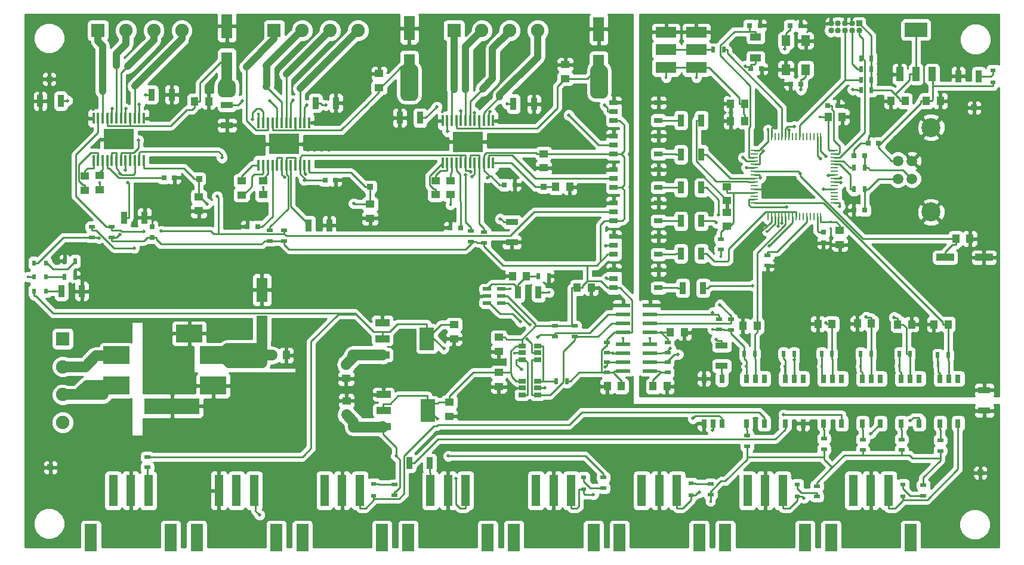
<source format=gtl>
G04 #@! TF.FileFunction,Copper,L1,Top,Signal*
%FSLAX46Y46*%
G04 Gerber Fmt 4.6, Leading zero omitted, Abs format (unit mm)*
G04 Created by KiCad (PCBNEW 4.0.1-stable) date 2018/02/20 17:04:27*
%MOMM*%
G01*
G04 APERTURE LIST*
%ADD10C,0.150000*%
%ADD11R,0.900000X1.700000*%
%ADD12C,0.400000*%
%ADD13R,1.600000X3.500000*%
%ADD14R,3.800000X2.500000*%
%ADD15R,7.900000X2.300000*%
%ADD16C,1.900000*%
%ADD17R,1.900000X1.900000*%
%ADD18R,1.000000X1.250000*%
%ADD19R,0.800000X0.750000*%
%ADD20R,1.250000X1.000000*%
%ADD21R,0.750000X0.800000*%
%ADD22R,0.850000X0.850000*%
%ADD23R,1.060000X0.650000*%
%ADD24R,0.800000X0.600000*%
%ADD25R,0.600000X0.800000*%
%ADD26O,0.850000X0.850000*%
%ADD27R,0.900000X0.500000*%
%ADD28R,1.700000X0.900000*%
%ADD29R,0.500000X0.900000*%
%ADD30R,2.500000X1.000000*%
%ADD31R,3.000000X1.500000*%
%ADD32R,1.000000X0.250000*%
%ADD33R,0.250000X1.000000*%
%ADD34R,2.000000X0.530000*%
%ADD35R,1.200000X0.500000*%
%ADD36R,1.200000X1.500000*%
%ADD37R,1.600000X1.000000*%
%ADD38R,1.800000X3.900000*%
%ADD39R,1.300000X4.500000*%
%ADD40R,0.800000X1.200000*%
%ADD41R,1.200000X0.800000*%
%ADD42C,1.520000*%
%ADD43C,2.700000*%
%ADD44R,0.450000X1.650000*%
%ADD45R,4.320000X3.000000*%
%ADD46R,2.000000X3.200000*%
%ADD47R,2.000000X1.000000*%
%ADD48R,3.200000X2.000000*%
%ADD49R,1.000000X2.000000*%
%ADD50C,0.500400*%
%ADD51C,0.500380*%
%ADD52C,1.143000*%
%ADD53C,0.254000*%
%ADD54C,1.026000*%
%ADD55C,1.524000*%
%ADD56C,1.016000*%
G04 APERTURE END LIST*
D10*
D11*
X202300000Y-127500000D03*
X205200000Y-127500000D03*
D12*
X201150000Y-127000000D03*
X196500000Y-128000000D03*
X199500000Y-125050000D03*
D13*
X165950000Y-132500000D03*
X165950000Y-127100000D03*
D12*
X161950000Y-135450000D03*
X162950000Y-135450000D03*
X161950000Y-136450000D03*
X162950000Y-136450000D03*
X161950000Y-137450000D03*
X162950000Y-137450000D03*
X154350000Y-148550000D03*
X156350000Y-148550000D03*
X156300000Y-146150000D03*
X154300000Y-146150000D03*
X150200000Y-146150000D03*
X152200000Y-146150000D03*
X152250000Y-148550000D03*
X150250000Y-148550000D03*
X168050000Y-148550000D03*
X170050000Y-148550000D03*
X170000000Y-146150000D03*
X168000000Y-146150000D03*
X169900000Y-143600000D03*
X167900000Y-143600000D03*
X166100000Y-143600000D03*
X166200000Y-146150000D03*
X166250000Y-148550000D03*
X158450000Y-148550000D03*
X160450000Y-148550000D03*
X160400000Y-146150000D03*
X158400000Y-146150000D03*
X160300000Y-143600000D03*
X158300000Y-143600000D03*
X162100000Y-143600000D03*
X164100000Y-143600000D03*
X162200000Y-146150000D03*
X164200000Y-146150000D03*
X164250000Y-148550000D03*
X162250000Y-148550000D03*
X153950000Y-141050000D03*
X155950000Y-141050000D03*
X153900000Y-138650000D03*
X153800000Y-136100000D03*
X150000000Y-136100000D03*
X152000000Y-136100000D03*
X151950000Y-133700000D03*
X149950000Y-133700000D03*
X150100000Y-138650000D03*
X152100000Y-138650000D03*
X152150000Y-141050000D03*
X150150000Y-141050000D03*
D14*
X155650000Y-133300000D03*
X159050000Y-136400000D03*
X159050000Y-140700000D03*
D15*
X153200000Y-143600000D03*
D14*
X145350000Y-136400000D03*
X145350000Y-140700000D03*
D12*
X243450000Y-149500000D03*
X241450000Y-149500000D03*
X242450000Y-148500000D03*
X240450000Y-148500000D03*
X159700000Y-128800000D03*
X157700000Y-128800000D03*
X155700000Y-128800000D03*
X153700000Y-128800000D03*
X160700000Y-127800000D03*
X158700000Y-127800000D03*
X156700000Y-127800000D03*
X154700000Y-127800000D03*
X152700000Y-127800000D03*
X144500000Y-127800000D03*
X146500000Y-127800000D03*
X148500000Y-127800000D03*
X150500000Y-127800000D03*
X145500000Y-128800000D03*
X147500000Y-128800000D03*
X149500000Y-128800000D03*
X151500000Y-128800000D03*
X165450000Y-102150000D03*
X217200000Y-133950000D03*
X262350000Y-125850000D03*
X263350000Y-126850000D03*
X261350000Y-127050000D03*
X260350000Y-126050000D03*
X258050000Y-123750000D03*
X259050000Y-124750000D03*
X159200000Y-88450000D03*
X158200000Y-88450000D03*
X157200000Y-88450000D03*
X162850000Y-88450000D03*
X163850000Y-88450000D03*
X164850000Y-88450000D03*
X217850000Y-88600000D03*
X216850000Y-88600000D03*
X215850000Y-88600000D03*
X208150000Y-88550000D03*
X209150000Y-88550000D03*
X210150000Y-88550000D03*
X211150000Y-88550000D03*
D13*
X213750000Y-95500000D03*
X213750000Y-90100000D03*
D12*
X238650000Y-133650000D03*
X239550000Y-129850000D03*
X238550000Y-128850000D03*
X238600000Y-131900000D03*
X239600000Y-132900000D03*
X239600000Y-131350000D03*
X238600000Y-130350000D03*
X243150000Y-127250000D03*
X244150000Y-128250000D03*
X244150000Y-129800000D03*
X243150000Y-128800000D03*
X243100000Y-125750000D03*
X244100000Y-126750000D03*
X254550000Y-126500000D03*
X255550000Y-127500000D03*
X253500000Y-125500000D03*
X252500000Y-124500000D03*
X250450000Y-122550000D03*
X251450000Y-123550000D03*
X266350000Y-136550000D03*
X268350000Y-136550000D03*
X265350000Y-137550000D03*
X267350000Y-137550000D03*
X269350000Y-137550000D03*
X269350000Y-135400000D03*
X267350000Y-135400000D03*
X265350000Y-135400000D03*
X268350000Y-134400000D03*
X266350000Y-134400000D03*
X266300000Y-130200000D03*
X268300000Y-130200000D03*
X265300000Y-131200000D03*
X267300000Y-131200000D03*
X269300000Y-131200000D03*
X269300000Y-133350000D03*
X267300000Y-133350000D03*
X265300000Y-133350000D03*
X268300000Y-132350000D03*
X266300000Y-132350000D03*
X261050000Y-124550000D03*
X244100000Y-125200000D03*
X260050000Y-123550000D03*
X243100000Y-124200000D03*
X230350000Y-106000000D03*
X232350000Y-106000000D03*
X231350000Y-107000000D03*
X228450000Y-99150000D03*
X229450000Y-100150000D03*
X227550000Y-100150000D03*
X225550000Y-100150000D03*
X226550000Y-99150000D03*
X224550000Y-99150000D03*
X237150000Y-113300000D03*
X263450000Y-129050000D03*
X262450000Y-128050000D03*
X227800000Y-136700000D03*
X226800000Y-137700000D03*
X228800000Y-137700000D03*
X264100000Y-127950000D03*
X266100000Y-127950000D03*
X268100000Y-127950000D03*
X265100000Y-128950000D03*
X267100000Y-128950000D03*
X269100000Y-128950000D03*
X249050000Y-100800000D03*
X249050000Y-99850000D03*
X252850000Y-102600000D03*
X254850000Y-102600000D03*
X253850000Y-103600000D03*
X238700000Y-103850000D03*
X193500000Y-128800000D03*
X191500000Y-128800000D03*
X189500000Y-128800000D03*
X187500000Y-128800000D03*
X185500000Y-128800000D03*
X183500000Y-128800000D03*
X192500000Y-127800000D03*
X190500000Y-127800000D03*
X188500000Y-127800000D03*
X186500000Y-127800000D03*
X184500000Y-127800000D03*
X182500000Y-127800000D03*
X170650000Y-127800000D03*
X172650000Y-127800000D03*
X174650000Y-127800000D03*
X176650000Y-127800000D03*
X178650000Y-127800000D03*
X180650000Y-127800000D03*
X171650000Y-128800000D03*
X173650000Y-128800000D03*
X175650000Y-128800000D03*
X177650000Y-128800000D03*
X179650000Y-128800000D03*
X181650000Y-128800000D03*
X168750000Y-123600000D03*
X170750000Y-123600000D03*
X172750000Y-123600000D03*
X174750000Y-123600000D03*
X176750000Y-123600000D03*
X178750000Y-123600000D03*
X169750000Y-124600000D03*
X171750000Y-124600000D03*
X173750000Y-124600000D03*
X175750000Y-124600000D03*
X177750000Y-124600000D03*
X179750000Y-124600000D03*
X167900000Y-124600000D03*
X166900000Y-123600000D03*
X213450000Y-124750000D03*
X208650000Y-124800000D03*
X208650000Y-126500000D03*
X208450000Y-130700000D03*
X201800000Y-136100000D03*
X207450000Y-129700000D03*
X205450000Y-129700000D03*
X211400000Y-128600000D03*
X213400000Y-128600000D03*
X212400000Y-129600000D03*
X214400000Y-129600000D03*
X203650000Y-114900000D03*
X201650000Y-114900000D03*
X202650000Y-113900000D03*
X200650000Y-113900000D03*
X207900000Y-109100000D03*
X209900000Y-109100000D03*
X211900000Y-109100000D03*
X213900000Y-109100000D03*
X208900000Y-110100000D03*
X210900000Y-110100000D03*
X212900000Y-110100000D03*
X266850000Y-149100000D03*
X268850000Y-149100000D03*
X267850000Y-150100000D03*
X267800000Y-148300000D03*
X268800000Y-147300000D03*
X266800000Y-147300000D03*
X260200000Y-160150000D03*
X262200000Y-160150000D03*
X261200000Y-161150000D03*
X261250000Y-162950000D03*
X262250000Y-161950000D03*
X260250000Y-161950000D03*
X225000000Y-147200000D03*
X223000000Y-147200000D03*
X221000000Y-147200000D03*
X219000000Y-147200000D03*
X217000000Y-147200000D03*
X224000000Y-146200000D03*
X222000000Y-146200000D03*
X220000000Y-146200000D03*
X218000000Y-146200000D03*
X216000000Y-146200000D03*
X212400000Y-122100000D03*
X210400000Y-122100000D03*
X208400000Y-122100000D03*
X206400000Y-122100000D03*
X204400000Y-122100000D03*
X211400000Y-121100000D03*
X209400000Y-121100000D03*
X207400000Y-121100000D03*
X205400000Y-121100000D03*
X203400000Y-121100000D03*
X206050000Y-119700000D03*
X208050000Y-119700000D03*
X210050000Y-119700000D03*
X212050000Y-119700000D03*
X211050000Y-118400000D03*
X209050000Y-118400000D03*
X207050000Y-118400000D03*
X212050000Y-117400000D03*
X210050000Y-117400000D03*
X208050000Y-117400000D03*
X206050000Y-117400000D03*
X144450000Y-123450000D03*
X146450000Y-123450000D03*
X148450000Y-123450000D03*
X150450000Y-123450000D03*
X145450000Y-124450000D03*
X147450000Y-124450000D03*
X149450000Y-124450000D03*
X151450000Y-124450000D03*
X151450000Y-126750000D03*
X149450000Y-126750000D03*
X147450000Y-126750000D03*
X145450000Y-126750000D03*
X150450000Y-125750000D03*
X148450000Y-125750000D03*
X146450000Y-125750000D03*
X144450000Y-125750000D03*
X156200000Y-143600000D03*
X154200000Y-143600000D03*
X152200000Y-143600000D03*
X150200000Y-143600000D03*
X142050000Y-148450000D03*
X144050000Y-148450000D03*
X146050000Y-148450000D03*
X143050000Y-149450000D03*
X145050000Y-149450000D03*
X145050000Y-147150000D03*
X143050000Y-147150000D03*
X146050000Y-146150000D03*
X144050000Y-146150000D03*
X142050000Y-146150000D03*
X152650000Y-125750000D03*
X154650000Y-125750000D03*
X156650000Y-125750000D03*
X158650000Y-125750000D03*
X160650000Y-125750000D03*
X153650000Y-126750000D03*
X155650000Y-126750000D03*
X157650000Y-126750000D03*
X159650000Y-126750000D03*
X159650000Y-124450000D03*
X157650000Y-124450000D03*
X155650000Y-124450000D03*
X153650000Y-124450000D03*
X160650000Y-123450000D03*
X158650000Y-123450000D03*
X156650000Y-123450000D03*
X154650000Y-123450000D03*
X152650000Y-123450000D03*
X184350000Y-110250000D03*
X186350000Y-110250000D03*
X188350000Y-110250000D03*
X185350000Y-111250000D03*
X187350000Y-111250000D03*
X187350000Y-113550000D03*
X188350000Y-112550000D03*
X186350000Y-112550000D03*
X184400000Y-116950000D03*
X185400000Y-117950000D03*
X188400000Y-114650000D03*
X216150000Y-150700000D03*
X218150000Y-150700000D03*
X220150000Y-150700000D03*
X222150000Y-150700000D03*
X224150000Y-150700000D03*
X180650000Y-123500000D03*
X217150000Y-151700000D03*
X219150000Y-151700000D03*
X221150000Y-151700000D03*
X223150000Y-151700000D03*
X225150000Y-151700000D03*
X181650000Y-124500000D03*
X181650000Y-126800000D03*
X179650000Y-126800000D03*
X177650000Y-126800000D03*
X175650000Y-126800000D03*
X173650000Y-126800000D03*
X171650000Y-126800000D03*
X180650000Y-125800000D03*
X178650000Y-125800000D03*
X176650000Y-125800000D03*
X174650000Y-125800000D03*
X172650000Y-125800000D03*
X170650000Y-125800000D03*
X182500000Y-125800000D03*
X184500000Y-125800000D03*
X186500000Y-125800000D03*
X188500000Y-125800000D03*
X190500000Y-125800000D03*
X192500000Y-125800000D03*
X183500000Y-126800000D03*
X185500000Y-126800000D03*
X187500000Y-126800000D03*
X189500000Y-126800000D03*
X191500000Y-126800000D03*
X193500000Y-126800000D03*
X151450000Y-114850000D03*
X191500000Y-124500000D03*
X189500000Y-124500000D03*
X187500000Y-124500000D03*
X185500000Y-124500000D03*
X183500000Y-124500000D03*
X155450000Y-114850000D03*
X153450000Y-114850000D03*
X149450000Y-114850000D03*
X190500000Y-123500000D03*
X188500000Y-123500000D03*
X186500000Y-123500000D03*
X184500000Y-123500000D03*
X182500000Y-123500000D03*
X154450000Y-113850000D03*
X152450000Y-113850000D03*
X150450000Y-113850000D03*
X259800000Y-90700000D03*
X258800000Y-90700000D03*
X257800000Y-90700000D03*
X246650000Y-117500000D03*
X245150000Y-102550000D03*
X229850000Y-132750000D03*
X222600000Y-133150000D03*
X261900000Y-137900000D03*
X250900000Y-137950000D03*
X259800000Y-89700000D03*
X258800000Y-89700000D03*
X257800000Y-89700000D03*
X237600000Y-118800000D03*
X231100000Y-122350000D03*
X237750000Y-104350000D03*
X227600000Y-97000000D03*
X223300000Y-97000000D03*
X222550000Y-138850000D03*
X256400000Y-137900000D03*
X245350000Y-138000000D03*
X240150000Y-138000000D03*
X234650000Y-137950000D03*
X221000000Y-133950000D03*
X236700000Y-118950000D03*
X269100000Y-126800000D03*
X267100000Y-126800000D03*
X265100000Y-126800000D03*
X268100000Y-125800000D03*
X266100000Y-125800000D03*
D16*
X137700000Y-145930000D03*
X137700000Y-141970000D03*
D17*
X137700000Y-134050000D03*
D16*
X137700000Y-138010000D03*
D12*
X187350000Y-99500000D03*
X186350000Y-99500000D03*
X214300000Y-99150000D03*
X213300000Y-99150000D03*
X165950000Y-137450000D03*
X164950000Y-137450000D03*
X163950000Y-137450000D03*
X132750000Y-125250000D03*
X161450000Y-99050000D03*
X160450000Y-99050000D03*
X187350000Y-98500000D03*
X186350000Y-98500000D03*
X214300000Y-98150000D03*
X213300000Y-98150000D03*
X165950000Y-136450000D03*
X164950000Y-136450000D03*
X163950000Y-136450000D03*
X142900000Y-111900000D03*
X166100000Y-112600000D03*
X192700000Y-115050000D03*
X161450000Y-98050000D03*
X160450000Y-98050000D03*
X178950000Y-146600000D03*
X206700000Y-127500000D03*
X178850000Y-136350000D03*
X229600000Y-157150000D03*
X165950000Y-135450000D03*
X164950000Y-135450000D03*
X163950000Y-135450000D03*
X202100000Y-106400000D03*
X201100000Y-106400000D03*
X200100000Y-106400000D03*
X199100000Y-106400000D03*
X190350000Y-107050000D03*
X189350000Y-107050000D03*
X188350000Y-107050000D03*
X187350000Y-107050000D03*
X175450000Y-107300000D03*
X174450000Y-107300000D03*
X173450000Y-107300000D03*
X172450000Y-107300000D03*
X165500000Y-107350000D03*
X164500000Y-107350000D03*
X163500000Y-107350000D03*
X204250000Y-103050000D03*
X203250000Y-103050000D03*
X202250000Y-103050000D03*
X201250000Y-103050000D03*
X200250000Y-103050000D03*
X202100000Y-105400000D03*
X201100000Y-105400000D03*
X200100000Y-105400000D03*
X199100000Y-105400000D03*
X190350000Y-106050000D03*
X189350000Y-106050000D03*
X188350000Y-106050000D03*
X187350000Y-106050000D03*
X175450000Y-106300000D03*
X174450000Y-106300000D03*
X173450000Y-106300000D03*
X172450000Y-106300000D03*
X165500000Y-106350000D03*
X164500000Y-106350000D03*
X163500000Y-106350000D03*
X264100000Y-125800000D03*
X190350000Y-105050000D03*
X189350000Y-105050000D03*
X188350000Y-105050000D03*
X187350000Y-105050000D03*
X175450000Y-105300000D03*
X174450000Y-105300000D03*
X173450000Y-105300000D03*
X172450000Y-105300000D03*
X165500000Y-105350000D03*
X164500000Y-105350000D03*
X163500000Y-105350000D03*
X138850000Y-106900000D03*
X137850000Y-106900000D03*
X136850000Y-106900000D03*
X135850000Y-106900000D03*
X196700000Y-107150000D03*
X195700000Y-107150000D03*
X194700000Y-107150000D03*
X193700000Y-107150000D03*
X170700000Y-107450000D03*
X169700000Y-107450000D03*
X168700000Y-107450000D03*
X167700000Y-107450000D03*
X147150000Y-106800000D03*
X146150000Y-106800000D03*
X145150000Y-106800000D03*
X144150000Y-106800000D03*
X152600000Y-105950000D03*
X151600000Y-105950000D03*
X150600000Y-105950000D03*
X149600000Y-105950000D03*
X138850000Y-105900000D03*
X137850000Y-105900000D03*
X136850000Y-105900000D03*
X135850000Y-105900000D03*
X196700000Y-106150000D03*
X195700000Y-106150000D03*
X194700000Y-106150000D03*
X193700000Y-106150000D03*
X170700000Y-106450000D03*
X169700000Y-106450000D03*
X168700000Y-106450000D03*
X167700000Y-106450000D03*
X147150000Y-105800000D03*
X146150000Y-105800000D03*
X145150000Y-105800000D03*
X144150000Y-105800000D03*
X152600000Y-104950000D03*
X151600000Y-104950000D03*
X150600000Y-104950000D03*
X149600000Y-104950000D03*
X138850000Y-104900000D03*
X137850000Y-104900000D03*
X136850000Y-104900000D03*
X135850000Y-104900000D03*
X196700000Y-105150000D03*
X195700000Y-105150000D03*
X194700000Y-105150000D03*
X193700000Y-105150000D03*
X170700000Y-105450000D03*
X169700000Y-105450000D03*
X168700000Y-105450000D03*
X167700000Y-105450000D03*
X147150000Y-104800000D03*
X146150000Y-104800000D03*
X145150000Y-104800000D03*
D18*
X236200000Y-132250000D03*
X234200000Y-132250000D03*
D19*
X153550000Y-111200000D03*
X152050000Y-111200000D03*
D18*
X158400000Y-100350000D03*
X156400000Y-100350000D03*
D13*
X161000000Y-95100000D03*
X161000000Y-89700000D03*
D20*
X142900000Y-110900000D03*
X142900000Y-112900000D03*
D21*
X150350000Y-118150000D03*
X150350000Y-119650000D03*
D20*
X140850000Y-110950000D03*
X140850000Y-112950000D03*
X157000000Y-113900000D03*
X157000000Y-115900000D03*
D22*
X157050000Y-111350000D03*
X135800000Y-97200000D03*
X135950000Y-152300000D03*
X267900000Y-153050000D03*
X267000000Y-101250000D03*
D23*
X202850000Y-140100000D03*
X202850000Y-141050000D03*
X202850000Y-142000000D03*
X205050000Y-142000000D03*
X205050000Y-140100000D03*
X205050000Y-141050000D03*
X202850000Y-135100000D03*
X202850000Y-136050000D03*
X202850000Y-137000000D03*
X205050000Y-137000000D03*
X205050000Y-135100000D03*
X205050000Y-136050000D03*
D20*
X177950000Y-144850000D03*
X177950000Y-142850000D03*
D18*
X260200000Y-100300000D03*
X262200000Y-100300000D03*
D19*
X251950000Y-106300000D03*
X253450000Y-106300000D03*
D20*
X192550000Y-143050000D03*
X192550000Y-145050000D03*
D18*
X257200000Y-100300000D03*
X255200000Y-100300000D03*
D20*
X177900000Y-137700000D03*
X177900000Y-139700000D03*
X193200000Y-132050000D03*
X193200000Y-134050000D03*
D21*
X245600000Y-120450000D03*
X245600000Y-118950000D03*
D19*
X247700000Y-101000000D03*
X246200000Y-101000000D03*
X240950000Y-97900000D03*
X242450000Y-97900000D03*
D18*
X264400000Y-119850000D03*
X266400000Y-119850000D03*
D19*
X242400000Y-89650000D03*
X240900000Y-89650000D03*
D20*
X231950000Y-112450000D03*
X231950000Y-114450000D03*
D19*
X236650000Y-89600000D03*
X235150000Y-89600000D03*
D20*
X231950000Y-118100000D03*
X231950000Y-116100000D03*
D18*
X234450000Y-103150000D03*
X232450000Y-103150000D03*
X223900000Y-133150000D03*
X225900000Y-133150000D03*
X234450000Y-100700000D03*
X232450000Y-100700000D03*
D19*
X236850000Y-95750000D03*
X235350000Y-95750000D03*
D18*
X246300000Y-102550000D03*
X248300000Y-102550000D03*
D20*
X247950000Y-118700000D03*
X247950000Y-120700000D03*
D18*
X167400000Y-136400000D03*
X169400000Y-136400000D03*
D20*
X199550000Y-133850000D03*
X199550000Y-135850000D03*
D18*
X256150000Y-132000000D03*
X258150000Y-132000000D03*
X263300000Y-132000000D03*
X261300000Y-132000000D03*
X212700000Y-126800000D03*
X210700000Y-126800000D03*
X246850000Y-131950000D03*
X244850000Y-131950000D03*
D20*
X199550000Y-138850000D03*
X199550000Y-140850000D03*
D18*
X221450000Y-140800000D03*
X223450000Y-140800000D03*
X216950000Y-140800000D03*
X214950000Y-140800000D03*
D19*
X163850000Y-118150000D03*
X165350000Y-118150000D03*
D18*
X203500000Y-125150000D03*
X201500000Y-125150000D03*
D19*
X192650000Y-118300000D03*
X194150000Y-118300000D03*
D20*
X182600000Y-96400000D03*
X182600000Y-98400000D03*
X209000000Y-95150000D03*
X209000000Y-97150000D03*
D13*
X186850000Y-95400000D03*
X186850000Y-90000000D03*
D20*
X205900000Y-107800000D03*
X205900000Y-109800000D03*
X166100000Y-111600000D03*
X166100000Y-113600000D03*
X192700000Y-111600000D03*
X192700000Y-113600000D03*
D19*
X176400000Y-111550000D03*
X174900000Y-111550000D03*
X201850000Y-112200000D03*
X200350000Y-112200000D03*
D20*
X163050000Y-111650000D03*
X163050000Y-113650000D03*
X190600000Y-113600000D03*
X190600000Y-111600000D03*
X181300000Y-114950000D03*
X181300000Y-116950000D03*
D18*
X207650000Y-112500000D03*
X209650000Y-112500000D03*
X252450000Y-131900000D03*
X250450000Y-131900000D03*
D24*
X269700000Y-97650000D03*
X269700000Y-95950000D03*
D25*
X133600000Y-125300000D03*
X135300000Y-125300000D03*
X133600000Y-123300000D03*
X135300000Y-123300000D03*
X133600000Y-127300000D03*
X135300000Y-127300000D03*
D24*
X241900000Y-154750000D03*
X241900000Y-156450000D03*
X256900000Y-154750000D03*
X256900000Y-156450000D03*
X211600000Y-153750000D03*
X211600000Y-155450000D03*
X226800000Y-154550000D03*
X226800000Y-156250000D03*
X181800000Y-154650000D03*
X181800000Y-156350000D03*
D22*
X250700000Y-89300000D03*
D26*
X250700000Y-90300000D03*
X249700000Y-89300000D03*
X249700000Y-90300000D03*
X248700000Y-89300000D03*
X248700000Y-90300000D03*
X247700000Y-89300000D03*
X247700000Y-90300000D03*
X246700000Y-89300000D03*
X246700000Y-90300000D03*
D22*
X181300000Y-112500000D03*
X205900000Y-112500000D03*
D27*
X231100000Y-121400000D03*
X231100000Y-119900000D03*
X237700000Y-122200000D03*
X237700000Y-123700000D03*
X244700000Y-156450000D03*
X244700000Y-154950000D03*
X259800000Y-156350000D03*
X259800000Y-154850000D03*
D11*
X267650000Y-96800000D03*
X264750000Y-96800000D03*
D27*
X214400000Y-155250000D03*
X214400000Y-153750000D03*
D28*
X231200000Y-137900000D03*
X231200000Y-135000000D03*
D27*
X229600000Y-154650000D03*
X229600000Y-156150000D03*
X184800000Y-154750000D03*
X184800000Y-156250000D03*
D29*
X252450000Y-98800000D03*
X250950000Y-98800000D03*
X252450000Y-97300000D03*
X250950000Y-97300000D03*
X252450000Y-95800000D03*
X250950000Y-95800000D03*
X252450000Y-94300000D03*
X250950000Y-94300000D03*
X256400000Y-136200000D03*
X257900000Y-136200000D03*
X261850000Y-136400000D03*
X263350000Y-136400000D03*
X245350000Y-136200000D03*
X246850000Y-136200000D03*
X251450000Y-109800000D03*
X249950000Y-109800000D03*
X251450000Y-112800000D03*
X249950000Y-112800000D03*
X250900000Y-136200000D03*
X252400000Y-136200000D03*
X234400000Y-136200000D03*
X235900000Y-136200000D03*
X137950000Y-125300000D03*
X139450000Y-125300000D03*
X139450000Y-123050000D03*
X137950000Y-123050000D03*
D27*
X149700000Y-150800000D03*
X149700000Y-152300000D03*
D11*
X137500000Y-127300000D03*
X140400000Y-127300000D03*
D29*
X230000000Y-93050000D03*
X231500000Y-93050000D03*
D27*
X232500000Y-132800000D03*
X232500000Y-131300000D03*
X230800000Y-132750000D03*
X230800000Y-131250000D03*
D29*
X239950000Y-136200000D03*
X241450000Y-136200000D03*
D27*
X141850000Y-119650000D03*
X141850000Y-118150000D03*
X144600000Y-119650000D03*
X144600000Y-118150000D03*
X207500000Y-132250000D03*
X207500000Y-133750000D03*
D11*
X137400000Y-100300000D03*
X134500000Y-100300000D03*
D27*
X210300000Y-132250000D03*
X210300000Y-133750000D03*
D29*
X209200000Y-140050000D03*
X207700000Y-140050000D03*
D11*
X150275000Y-99425000D03*
X153175000Y-99425000D03*
D28*
X268450000Y-141350000D03*
X268450000Y-144250000D03*
D11*
X189750000Y-151700000D03*
X186850000Y-151700000D03*
D27*
X223500000Y-138850000D03*
X223500000Y-137350000D03*
X223500000Y-134550000D03*
X223500000Y-136050000D03*
D11*
X225650000Y-126850000D03*
X228550000Y-126850000D03*
X225400000Y-121950000D03*
X228300000Y-121950000D03*
X225400000Y-117350000D03*
X228300000Y-117350000D03*
X225400000Y-112600000D03*
X228300000Y-112600000D03*
X225400000Y-107900000D03*
X228300000Y-107900000D03*
X225400000Y-103050000D03*
X228300000Y-103050000D03*
D27*
X214900000Y-134550000D03*
X214900000Y-136050000D03*
X214900000Y-138850000D03*
X214900000Y-137350000D03*
D29*
X205150000Y-125150000D03*
X206650000Y-125150000D03*
D27*
X169100000Y-120150000D03*
X169100000Y-118650000D03*
X167100000Y-120150000D03*
X167100000Y-118650000D03*
X195600000Y-120250000D03*
X195600000Y-118750000D03*
X197500000Y-120450000D03*
X197500000Y-118950000D03*
D11*
X172600000Y-117950000D03*
X175500000Y-117950000D03*
D28*
X201400000Y-117450000D03*
X201400000Y-120350000D03*
X161000000Y-100850000D03*
X161000000Y-103750000D03*
D11*
X188400000Y-102700000D03*
X185500000Y-102700000D03*
X173550000Y-100600000D03*
X176450000Y-100600000D03*
X201650000Y-100725000D03*
X204550000Y-100725000D03*
D30*
X262900000Y-122500000D03*
X268400000Y-122500000D03*
D31*
X223300000Y-95550000D03*
X223300000Y-93050000D03*
X223300000Y-90550000D03*
X227600000Y-90550000D03*
X227600000Y-93050000D03*
X227600000Y-95550000D03*
D32*
X235800000Y-107300000D03*
X235800000Y-107800000D03*
X235800000Y-108300000D03*
X235800000Y-108800000D03*
X235800000Y-109300000D03*
X235800000Y-109800000D03*
X235800000Y-110300000D03*
X235800000Y-110800000D03*
X235800000Y-111300000D03*
X235800000Y-111800000D03*
X235800000Y-112300000D03*
X235800000Y-112800000D03*
X235800000Y-113300000D03*
X235800000Y-113800000D03*
X235800000Y-114300000D03*
X235800000Y-114800000D03*
D33*
X237750000Y-116750000D03*
X238250000Y-116750000D03*
X238750000Y-116750000D03*
X239250000Y-116750000D03*
X239750000Y-116750000D03*
X240250000Y-116750000D03*
X240750000Y-116750000D03*
X241250000Y-116750000D03*
X241750000Y-116750000D03*
X242250000Y-116750000D03*
X242750000Y-116750000D03*
X243250000Y-116750000D03*
X243750000Y-116750000D03*
X244250000Y-116750000D03*
X244750000Y-116750000D03*
X245250000Y-116750000D03*
D32*
X247200000Y-114800000D03*
X247200000Y-114300000D03*
X247200000Y-113800000D03*
X247200000Y-113300000D03*
X247200000Y-112800000D03*
X247200000Y-112300000D03*
X247200000Y-111800000D03*
X247200000Y-111300000D03*
X247200000Y-110800000D03*
X247200000Y-110300000D03*
X247200000Y-109800000D03*
X247200000Y-109300000D03*
X247200000Y-108800000D03*
X247200000Y-108300000D03*
X247200000Y-107800000D03*
X247200000Y-107300000D03*
D33*
X245250000Y-105350000D03*
X244750000Y-105350000D03*
X244250000Y-105350000D03*
X243750000Y-105350000D03*
X243250000Y-105350000D03*
X242750000Y-105350000D03*
X242250000Y-105350000D03*
X241750000Y-105350000D03*
X241250000Y-105350000D03*
X240750000Y-105350000D03*
X240250000Y-105350000D03*
X239750000Y-105350000D03*
X239250000Y-105350000D03*
X238750000Y-105350000D03*
X238250000Y-105350000D03*
X237750000Y-105350000D03*
D34*
X221010000Y-138610000D03*
X221010000Y-137340000D03*
X221010000Y-136070000D03*
X221010000Y-134800000D03*
X217200000Y-134800000D03*
X217200000Y-136070000D03*
X217200000Y-137340000D03*
X217200000Y-138610000D03*
D35*
X197900000Y-128000000D03*
X197900000Y-127000000D03*
X197900000Y-129000000D03*
X199900000Y-129000000D03*
X199900000Y-128000000D03*
X199900000Y-127000000D03*
D19*
X251450000Y-108050000D03*
X249950000Y-108050000D03*
X251450000Y-115800000D03*
X249950000Y-115800000D03*
D36*
X243100000Y-95850000D03*
X243100000Y-91750000D03*
X240300000Y-91750000D03*
X240300000Y-95850000D03*
D37*
X236000000Y-91200000D03*
X236000000Y-94200000D03*
D38*
X153000000Y-162300000D03*
D39*
X149850000Y-155600000D03*
X147350000Y-155600000D03*
X144850000Y-155600000D03*
D38*
X141700000Y-162300000D03*
X243000000Y-162300000D03*
D39*
X239850000Y-155600000D03*
X237350000Y-155600000D03*
X234850000Y-155600000D03*
D38*
X231700000Y-162300000D03*
X198000000Y-162300000D03*
D39*
X194850000Y-155600000D03*
X192350000Y-155600000D03*
X189850000Y-155600000D03*
D38*
X186700000Y-162300000D03*
X258000000Y-162300000D03*
D39*
X254850000Y-155600000D03*
X252350000Y-155600000D03*
X249850000Y-155600000D03*
D38*
X246700000Y-162300000D03*
X213000000Y-162300000D03*
D39*
X209850000Y-155600000D03*
X207350000Y-155600000D03*
X204850000Y-155600000D03*
D38*
X201700000Y-162300000D03*
X228000000Y-162300000D03*
D39*
X224850000Y-155600000D03*
X222350000Y-155600000D03*
X219850000Y-155600000D03*
D38*
X216700000Y-162300000D03*
X183000000Y-162300000D03*
D39*
X179850000Y-155600000D03*
X177350000Y-155600000D03*
X174850000Y-155600000D03*
D38*
X171700000Y-162300000D03*
X168000000Y-162300000D03*
D39*
X164850000Y-155600000D03*
X162350000Y-155600000D03*
X159850000Y-155600000D03*
D38*
X156700000Y-162300000D03*
D34*
X221010000Y-133110000D03*
X221010000Y-131840000D03*
X221010000Y-130570000D03*
X221010000Y-129300000D03*
X217200000Y-129300000D03*
X217200000Y-130570000D03*
X217200000Y-131840000D03*
X217200000Y-133110000D03*
D16*
X179580000Y-90300000D03*
X175620000Y-90300000D03*
D17*
X167700000Y-90300000D03*
D16*
X171660000Y-90300000D03*
X205080000Y-90300000D03*
X201120000Y-90300000D03*
D17*
X193200000Y-90300000D03*
D16*
X197160000Y-90300000D03*
X154580000Y-90300000D03*
X150620000Y-90300000D03*
D17*
X142700000Y-90300000D03*
D16*
X146660000Y-90300000D03*
D40*
X231220000Y-139730000D03*
X228680000Y-139730000D03*
X229950000Y-146080000D03*
X228680000Y-146080000D03*
X231220000Y-146080000D03*
X256680000Y-146070000D03*
X259220000Y-146070000D03*
X257950000Y-139720000D03*
X259220000Y-139720000D03*
X256680000Y-139720000D03*
X262180000Y-146070000D03*
X264720000Y-146070000D03*
X263450000Y-139720000D03*
X264720000Y-139720000D03*
X262180000Y-139720000D03*
X245680000Y-146070000D03*
X248220000Y-146070000D03*
X246950000Y-139720000D03*
X248220000Y-139720000D03*
X245680000Y-139720000D03*
X251180000Y-146070000D03*
X253720000Y-146070000D03*
X252450000Y-139720000D03*
X253720000Y-139720000D03*
X251180000Y-139720000D03*
D41*
X222220000Y-126820000D03*
X222220000Y-124280000D03*
X215870000Y-125550000D03*
X215870000Y-124280000D03*
X215870000Y-126820000D03*
X222220000Y-122070000D03*
X222220000Y-119530000D03*
X215870000Y-120800000D03*
X215870000Y-119530000D03*
X215870000Y-122070000D03*
X222220000Y-117320000D03*
X222220000Y-114780000D03*
X215870000Y-116050000D03*
X215870000Y-114780000D03*
X215870000Y-117320000D03*
X222220000Y-112570000D03*
X222220000Y-110030000D03*
X215870000Y-111300000D03*
X215870000Y-110030000D03*
X215870000Y-112570000D03*
X222220000Y-107820000D03*
X222220000Y-105280000D03*
X215870000Y-106550000D03*
X215870000Y-105280000D03*
X215870000Y-107820000D03*
X222220000Y-103070000D03*
X222220000Y-100530000D03*
X215870000Y-101800000D03*
X215870000Y-100530000D03*
X215870000Y-103070000D03*
D40*
X234680000Y-146070000D03*
X237220000Y-146070000D03*
X235950000Y-139720000D03*
X237220000Y-139720000D03*
X234680000Y-139720000D03*
X240180000Y-146070000D03*
X242720000Y-146070000D03*
X241450000Y-139720000D03*
X242720000Y-139720000D03*
X240180000Y-139720000D03*
D42*
X256200000Y-111340000D03*
X256200000Y-108800000D03*
X258200000Y-108800000D03*
X258200000Y-111340000D03*
D43*
X260900000Y-116070000D03*
X260900000Y-104070000D03*
D44*
X165500000Y-109400000D03*
X166150000Y-109400000D03*
X166800000Y-109400000D03*
X167450000Y-109400000D03*
X168100000Y-109400000D03*
X168750000Y-109400000D03*
X169400000Y-109400000D03*
X170050000Y-109400000D03*
X170700000Y-109400000D03*
X171350000Y-109400000D03*
X172000000Y-109400000D03*
X172650000Y-109400000D03*
X172650000Y-103400000D03*
X172000000Y-103400000D03*
X171350000Y-103400000D03*
X170700000Y-103400000D03*
X170050000Y-103400000D03*
X169400000Y-103400000D03*
X168750000Y-103400000D03*
X168100000Y-103400000D03*
X167450000Y-103400000D03*
X166800000Y-103400000D03*
X166150000Y-103400000D03*
X165500000Y-103400000D03*
D45*
X169100000Y-106400000D03*
D44*
X191600000Y-109100000D03*
X192250000Y-109100000D03*
X192900000Y-109100000D03*
X193550000Y-109100000D03*
X194200000Y-109100000D03*
X194850000Y-109100000D03*
X195500000Y-109100000D03*
X196150000Y-109100000D03*
X196800000Y-109100000D03*
X197450000Y-109100000D03*
X198100000Y-109100000D03*
X198750000Y-109100000D03*
X198750000Y-103100000D03*
X198100000Y-103100000D03*
X197450000Y-103100000D03*
X196800000Y-103100000D03*
X196150000Y-103100000D03*
X195500000Y-103100000D03*
X194850000Y-103100000D03*
X194200000Y-103100000D03*
X193550000Y-103100000D03*
X192900000Y-103100000D03*
X192250000Y-103100000D03*
X191600000Y-103100000D03*
D45*
X195200000Y-106100000D03*
D44*
X142050000Y-108750000D03*
X142700000Y-108750000D03*
X143350000Y-108750000D03*
X144000000Y-108750000D03*
X144650000Y-108750000D03*
X145300000Y-108750000D03*
X145950000Y-108750000D03*
X146600000Y-108750000D03*
X147250000Y-108750000D03*
X147900000Y-108750000D03*
X148550000Y-108750000D03*
X149200000Y-108750000D03*
X149200000Y-102750000D03*
X148550000Y-102750000D03*
X147900000Y-102750000D03*
X147250000Y-102750000D03*
X146600000Y-102750000D03*
X145950000Y-102750000D03*
X145300000Y-102750000D03*
X144650000Y-102750000D03*
X144000000Y-102750000D03*
X143350000Y-102750000D03*
X142700000Y-102750000D03*
X142050000Y-102750000D03*
D45*
X145650000Y-105750000D03*
D12*
X144150000Y-104800000D03*
D11*
X146400000Y-116850000D03*
X149300000Y-116850000D03*
D27*
X234800000Y-149300000D03*
X234800000Y-147800000D03*
X251200000Y-149850000D03*
X251200000Y-148350000D03*
X245700000Y-149750000D03*
X245700000Y-148250000D03*
X262200000Y-149950000D03*
X262200000Y-148450000D03*
X256700000Y-149850000D03*
X256700000Y-148350000D03*
D46*
X189500000Y-144250000D03*
D47*
X183200000Y-144250000D03*
X183200000Y-146550000D03*
X183200000Y-141950000D03*
D48*
X258750000Y-90200000D03*
D49*
X258750000Y-96500000D03*
X261050000Y-96500000D03*
X256450000Y-96500000D03*
D46*
X189350000Y-134050000D03*
D47*
X183050000Y-134050000D03*
X183050000Y-136350000D03*
X183050000Y-131750000D03*
D50*
X248121100Y-111919200D03*
X230359100Y-134159100D03*
X234227800Y-108347000D03*
X234562400Y-95340600D03*
X242450000Y-98685800D03*
X237071500Y-107418500D03*
X234699800Y-109800000D03*
X240119500Y-92910600D03*
X242367200Y-110609400D03*
X229882100Y-130311400D03*
X240750000Y-104467900D03*
X246309300Y-110856400D03*
X223884300Y-135408900D03*
X230941200Y-129236900D03*
X241482200Y-103901200D03*
X248085800Y-111236700D03*
X225010800Y-136270700D03*
X246012700Y-108187400D03*
X245189900Y-108514400D03*
X249775500Y-98699800D03*
X247954300Y-115250000D03*
X241450000Y-137072500D03*
X255628800Y-130995800D03*
X240371900Y-115397800D03*
X206111400Y-141050000D03*
X230745600Y-116419700D03*
X236688100Y-111201500D03*
X245655600Y-112800000D03*
X230418600Y-117588200D03*
X245942100Y-131767000D03*
X239213900Y-118036800D03*
X251686800Y-130943700D03*
X239718500Y-117629900D03*
D51*
X181300000Y-112500000D03*
X158150000Y-114900000D03*
X179000000Y-114850000D03*
D50*
X203582800Y-134107500D03*
X235543700Y-126514600D03*
X237961900Y-120843400D03*
X185003700Y-150702800D03*
X192414800Y-150702800D03*
X145800000Y-110600000D03*
X195567600Y-110355700D03*
X197954100Y-111191800D03*
X142819300Y-119777300D03*
X145809100Y-119252100D03*
X190887500Y-145402100D03*
X193483800Y-153894200D03*
X171940500Y-111528000D03*
X169146800Y-111163300D03*
D51*
X227100000Y-145350000D03*
X191750000Y-135450000D03*
D50*
X242853000Y-156676200D03*
X257950000Y-145684200D03*
D51*
X239977800Y-144850000D03*
D50*
X212962600Y-156152900D03*
D51*
X252350000Y-147500000D03*
D50*
X228046700Y-155852900D03*
D52*
X137700000Y-145930000D03*
D51*
X165600000Y-159050000D03*
X229900000Y-147050000D03*
D50*
X148436500Y-105875600D03*
X147815600Y-121172200D03*
D51*
X149200000Y-118800000D03*
X151650000Y-118750000D03*
X164600000Y-102900000D03*
X159600000Y-113850000D03*
X146950000Y-111850000D03*
X146550000Y-110100000D03*
D50*
X202757000Y-138373700D03*
X205072400Y-133859600D03*
D51*
X138350000Y-100250000D03*
X144750000Y-101350000D03*
X149425000Y-99450000D03*
X146625000Y-101425000D03*
X202650000Y-131650000D03*
D50*
X215775000Y-136093400D03*
D51*
X214680600Y-138069400D03*
X204000000Y-132050000D03*
D50*
X214597600Y-100894800D03*
X194800000Y-110819100D03*
X192256400Y-104615200D03*
X199753500Y-117041200D03*
X195756200Y-111013300D03*
D51*
X167050000Y-100250000D03*
X163200000Y-100250000D03*
X194150000Y-101700000D03*
X190750000Y-101150000D03*
D50*
X175005000Y-100894800D03*
X170375000Y-100208700D03*
D51*
X200750000Y-100725000D03*
X196150000Y-101950000D03*
D50*
X214806500Y-125474600D03*
X172138900Y-110704200D03*
X160289100Y-108366000D03*
D51*
X214700000Y-120850000D03*
D50*
X148545000Y-100787300D03*
X172307600Y-100894800D03*
D51*
X198350000Y-101850000D03*
X209500000Y-102300000D03*
D53*
X232004300Y-93554300D02*
X232004300Y-93050000D01*
X239750000Y-101300000D02*
X232004300Y-93554300D01*
X239750000Y-105350000D02*
X239750000Y-101300000D01*
X231500000Y-93050000D02*
X232004300Y-93050000D01*
X240250000Y-117825100D02*
X240250000Y-116750000D01*
X236200000Y-121875100D02*
X240250000Y-117825100D01*
X236200000Y-131370700D02*
X236200000Y-121875100D01*
X236200000Y-132250000D02*
X236200000Y-131370700D01*
X236200000Y-132689600D02*
X236200000Y-132250000D01*
X236200000Y-132689600D02*
X236200000Y-133129300D01*
X235900000Y-133429300D02*
X236200000Y-133129300D01*
X235900000Y-136200000D02*
X235900000Y-133429300D01*
X235900000Y-136552100D02*
X235900000Y-136200000D01*
X235900000Y-136552100D02*
X235900000Y-136904300D01*
X235950000Y-136954300D02*
X235900000Y-136904300D01*
X235950000Y-139720000D02*
X235950000Y-136954300D01*
X230495700Y-134295700D02*
X230359100Y-134159100D01*
X231200000Y-134295700D02*
X230495700Y-134295700D01*
X231200000Y-135000000D02*
X231200000Y-134295700D01*
X248073500Y-111919200D02*
X247954300Y-111800000D01*
X248121100Y-111919200D02*
X248073500Y-111919200D01*
X247200000Y-111800000D02*
X247954300Y-111800000D01*
X232986100Y-90445700D02*
X235150000Y-90445700D01*
X230995600Y-92436200D02*
X232986100Y-90445700D01*
X230995600Y-93892000D02*
X230995600Y-92436200D01*
X235242900Y-98139300D02*
X230995600Y-93892000D01*
X235242900Y-103889000D02*
X235242900Y-98139300D01*
X235045700Y-104086200D02*
X235242900Y-103889000D01*
X235045700Y-108300000D02*
X235045700Y-104086200D01*
X236000000Y-90445700D02*
X235150000Y-90445700D01*
X235150000Y-90445700D02*
X235150000Y-90229300D01*
X235800000Y-108300000D02*
X235045700Y-108300000D01*
X236000000Y-90822800D02*
X236000000Y-90445700D01*
X236000000Y-91200000D02*
X236000000Y-90973900D01*
X236000000Y-90822800D02*
X236000000Y-90973900D01*
X235150000Y-89600000D02*
X235150000Y-90229300D01*
X234672900Y-95451100D02*
X234562400Y-95340600D01*
X235350000Y-95451100D02*
X234672900Y-95451100D01*
X234680800Y-108800000D02*
X235800000Y-108800000D01*
X234227800Y-108347000D02*
X234680800Y-108800000D01*
X235350000Y-95451100D02*
X235350000Y-95750000D01*
X235350000Y-95451100D02*
X235350000Y-95120700D01*
X236000000Y-94200000D02*
X236000000Y-94954300D01*
X235833600Y-95120700D02*
X235350000Y-95120700D01*
X236000000Y-94954300D02*
X235833600Y-95120700D01*
X236554300Y-107935700D02*
X237071500Y-107418500D01*
X236554300Y-109300000D02*
X236554300Y-107935700D01*
X235800000Y-109300000D02*
X236554300Y-109300000D01*
X242450000Y-98685800D02*
X242450000Y-97900000D01*
X242450000Y-97900000D02*
X242450000Y-97270700D01*
X243100000Y-95850000D02*
X243100000Y-96854300D01*
X242683600Y-97270700D02*
X242450000Y-97270700D01*
X243100000Y-96854300D02*
X242683600Y-97270700D01*
X240119500Y-91428300D02*
X240119500Y-92910600D01*
X240300000Y-91247800D02*
X240119500Y-91428300D01*
X234699800Y-109800000D02*
X235800000Y-109800000D01*
X240300000Y-91247800D02*
X240300000Y-90745700D01*
X240300000Y-91750000D02*
X240300000Y-91247800D01*
X240900000Y-89650000D02*
X240900000Y-90279300D01*
X240766400Y-90279300D02*
X240900000Y-90279300D01*
X240300000Y-90745700D02*
X240766400Y-90279300D01*
X242057800Y-110300000D02*
X235800000Y-110300000D01*
X242367200Y-110609400D02*
X242057800Y-110300000D01*
X251217900Y-119850000D02*
X264400000Y-119850000D01*
X242367200Y-110999300D02*
X251217900Y-119850000D01*
X242367200Y-110609400D02*
X242367200Y-110999300D01*
X264400000Y-119850000D02*
X264400000Y-120729300D01*
X262900000Y-122500000D02*
X262900000Y-121745700D01*
X263916400Y-120729300D02*
X264400000Y-120729300D01*
X262900000Y-121745700D02*
X263916400Y-120729300D01*
X230624300Y-130570000D02*
X230800000Y-130745700D01*
X229882100Y-130570000D02*
X230624300Y-130570000D01*
X221010000Y-130570000D02*
X229882100Y-130570000D01*
X229882100Y-130570000D02*
X229882100Y-130311400D01*
X240750000Y-105350000D02*
X240750000Y-104467900D01*
X230800000Y-131250000D02*
X230800000Y-130745700D01*
X223243200Y-136050000D02*
X223884300Y-135408900D01*
X246389300Y-110856400D02*
X246445700Y-110800000D01*
X246309300Y-110856400D02*
X246389300Y-110856400D01*
X247200000Y-110800000D02*
X246445700Y-110800000D01*
X223243200Y-136050000D02*
X222795700Y-136050000D01*
X223500000Y-136050000D02*
X223243200Y-136050000D01*
X222775700Y-136070000D02*
X222795700Y-136050000D01*
X221010000Y-136070000D02*
X222775700Y-136070000D01*
X240593000Y-103901200D02*
X241482200Y-103901200D01*
X240245400Y-104248800D02*
X240593000Y-103901200D01*
X240245400Y-105345400D02*
X240245400Y-104248800D01*
X240250000Y-105350000D02*
X240245400Y-105345400D01*
X230941200Y-129236900D02*
X232500000Y-130795700D01*
X232500000Y-131300000D02*
X232500000Y-130795700D01*
X232500000Y-131430700D02*
X232500000Y-131300000D01*
X232500000Y-131430700D02*
X232500000Y-131804300D01*
X232464300Y-131840000D02*
X232500000Y-131804300D01*
X221010000Y-131840000D02*
X232464300Y-131840000D01*
X248022500Y-111300000D02*
X247200000Y-111300000D01*
X248085800Y-111236700D02*
X248022500Y-111300000D01*
X224481800Y-136270700D02*
X225010800Y-136270700D01*
X223402500Y-137350000D02*
X224481800Y-136270700D01*
X223500000Y-137350000D02*
X223402500Y-137350000D01*
X223243200Y-137350000D02*
X222795700Y-137350000D01*
X223243200Y-137350000D02*
X223402500Y-137350000D01*
X222785700Y-137340000D02*
X222795700Y-137350000D01*
X221010000Y-137340000D02*
X222785700Y-137340000D01*
X245250000Y-107424700D02*
X245250000Y-105350000D01*
X246012700Y-108187400D02*
X245250000Y-107424700D01*
X250950000Y-95800000D02*
X250445700Y-95800000D01*
X249700000Y-95054300D02*
X249700000Y-90300000D01*
X250445700Y-95800000D02*
X249700000Y-95054300D01*
X244750000Y-108074500D02*
X245189900Y-108514400D01*
X244750000Y-105350000D02*
X244750000Y-108074500D01*
X250950000Y-98800000D02*
X250445700Y-98800000D01*
X250345500Y-98699800D02*
X250445700Y-98800000D01*
X249775500Y-98699800D02*
X250345500Y-98699800D01*
X248700000Y-97300000D02*
X248700000Y-90300000D01*
X242250000Y-103750000D02*
X248700000Y-97300000D01*
X242250000Y-105350000D02*
X242250000Y-103750000D01*
X248700000Y-97300000D02*
X250950000Y-97300000D01*
X251518900Y-104735400D02*
X247954300Y-108300000D01*
X251518900Y-94616700D02*
X251518900Y-104735400D01*
X251202200Y-94300000D02*
X251518900Y-94616700D01*
X251202200Y-91481500D02*
X251202200Y-94300000D01*
X250700000Y-90979300D02*
X251202200Y-91481500D01*
X247200000Y-108300000D02*
X247954300Y-108300000D01*
X250700000Y-90300000D02*
X250700000Y-90979300D01*
X250950000Y-94300000D02*
X251202200Y-94300000D01*
X249445700Y-110791400D02*
X247954300Y-109300000D01*
X249445700Y-112800000D02*
X249445700Y-110791400D01*
X249950000Y-112800000D02*
X249445700Y-112800000D01*
X247200000Y-109300000D02*
X247954300Y-109300000D01*
X249950000Y-109800000D02*
X249445700Y-109800000D01*
X248445700Y-108800000D02*
X249445700Y-109800000D01*
X247200000Y-108800000D02*
X248445700Y-108800000D01*
X260200000Y-100300000D02*
X259445700Y-100300000D01*
X259445700Y-100618900D02*
X259445700Y-100300000D01*
X253450000Y-106614600D02*
X259445700Y-100618900D01*
X253450000Y-106614600D02*
X253450000Y-106929300D01*
X253450000Y-106300000D02*
X253450000Y-106614600D01*
X261100000Y-100154300D02*
X260954300Y-100300000D01*
X261100000Y-98204300D02*
X261100000Y-100154300D01*
X261100000Y-96450000D02*
X261100000Y-98204300D01*
X269700000Y-98204300D02*
X261100000Y-98204300D01*
X269700000Y-97650000D02*
X269700000Y-98204300D01*
X255320700Y-108800000D02*
X253450000Y-106929300D01*
X256200000Y-108800000D02*
X255320700Y-108800000D01*
X260200000Y-100300000D02*
X260954300Y-100300000D01*
X231100000Y-119900000D02*
X231100000Y-118950000D01*
X231100000Y-118950000D02*
X231950000Y-118100000D01*
X232045700Y-113300000D02*
X231950000Y-113204300D01*
X232855400Y-113300000D02*
X232045700Y-113300000D01*
X235800000Y-113300000D02*
X232855400Y-113300000D01*
X232855400Y-117571700D02*
X232855400Y-113300000D01*
X231950000Y-118477100D02*
X232855400Y-117571700D01*
X231950000Y-118100000D02*
X231950000Y-118477100D01*
X231950000Y-112450000D02*
X231950000Y-113204300D01*
X247954300Y-115250000D02*
X247954300Y-114800000D01*
X247200000Y-114800000D02*
X247954300Y-114800000D01*
X241450000Y-137072500D02*
X241450000Y-136200000D01*
X241450000Y-139720000D02*
X241450000Y-137072500D01*
X228300000Y-107900000D02*
X229004300Y-107900000D01*
X232404300Y-111300000D02*
X229004300Y-107900000D01*
X235800000Y-111300000D02*
X232404300Y-111300000D01*
X235800000Y-111800000D02*
X235045700Y-111800000D01*
X228300000Y-103050000D02*
X227595700Y-103050000D01*
X234927100Y-111681400D02*
X235045700Y-111800000D01*
X230420100Y-111681400D02*
X234927100Y-111681400D01*
X227595700Y-108857000D02*
X230420100Y-111681400D01*
X227595700Y-103050000D02*
X227595700Y-108857000D01*
X257900000Y-136200000D02*
X257395700Y-136200000D01*
X256150000Y-132000000D02*
X256904300Y-132000000D01*
X257395700Y-132491400D02*
X256904300Y-132000000D01*
X257395700Y-136200000D02*
X257395700Y-132491400D01*
X257900000Y-136552100D02*
X257900000Y-136200000D01*
X257900000Y-136552100D02*
X257900000Y-136904300D01*
X235800000Y-114300000D02*
X235045700Y-114300000D01*
X255753700Y-131120700D02*
X256150000Y-131120700D01*
X255628800Y-130995800D02*
X255753700Y-131120700D01*
X256150000Y-132000000D02*
X256150000Y-131120700D01*
X235374700Y-115397800D02*
X240371900Y-115397800D01*
X235045700Y-115068800D02*
X235374700Y-115397800D01*
X235045700Y-114300000D02*
X235045700Y-115068800D01*
X257950000Y-136954300D02*
X257900000Y-136904300D01*
X257950000Y-139720000D02*
X257950000Y-136954300D01*
X263300000Y-132000000D02*
X262545700Y-132000000D01*
X245628600Y-114800000D02*
X235800000Y-114800000D01*
X262545700Y-131717100D02*
X245628600Y-114800000D01*
X262545700Y-132000000D02*
X262545700Y-131717100D01*
X263300000Y-132439600D02*
X263300000Y-132000000D01*
X263300000Y-132439600D02*
X263300000Y-132879300D01*
X263350000Y-132929300D02*
X263300000Y-132879300D01*
X263350000Y-136400000D02*
X263350000Y-132929300D01*
X263350000Y-136752100D02*
X263350000Y-136400000D01*
X263350000Y-136752100D02*
X263350000Y-137104300D01*
X263450000Y-137204300D02*
X263350000Y-137104300D01*
X263450000Y-139720000D02*
X263450000Y-137204300D01*
D54*
X201120000Y-90300000D02*
X201120000Y-90430000D01*
X201120000Y-90430000D02*
X198675000Y-92875000D01*
X197275000Y-98575000D02*
X197275000Y-98625000D01*
X198675000Y-97175000D02*
X197275000Y-98575000D01*
X198675000Y-92875000D02*
X198675000Y-97175000D01*
D53*
X195500000Y-103100000D02*
X195500000Y-100400000D01*
X198675000Y-92745000D02*
X201120000Y-90300000D01*
X198675000Y-97225000D02*
X198675000Y-92745000D01*
X195500000Y-100400000D02*
X197275000Y-98625000D01*
X197275000Y-98625000D02*
X198675000Y-97225000D01*
D54*
X205080000Y-90300000D02*
X205080000Y-94080000D01*
X199675000Y-99485000D02*
X199675000Y-99725000D01*
X205080000Y-94080000D02*
X199675000Y-99485000D01*
D53*
X197450000Y-103100000D02*
X197450000Y-101950000D01*
X197450000Y-101950000D02*
X199675000Y-99725000D01*
X205200000Y-94200000D02*
X205200000Y-90420000D01*
X199675000Y-99725000D02*
X205200000Y-94200000D01*
X205200000Y-90420000D02*
X205080000Y-90300000D01*
D54*
X197160000Y-90300000D02*
X194850000Y-92610000D01*
X194850000Y-92610000D02*
X194850000Y-98650000D01*
X194875000Y-98675000D02*
X194850000Y-98675000D01*
X194850000Y-98650000D02*
X194875000Y-98675000D01*
D53*
X194850000Y-103100000D02*
X194850000Y-98675000D01*
X194850000Y-98675000D02*
X194850000Y-92610000D01*
D54*
X193200000Y-90300000D02*
X193200000Y-98700000D01*
D53*
X192900000Y-103100000D02*
X192900000Y-90600000D01*
X192900000Y-90600000D02*
X193200000Y-90300000D01*
X205900000Y-112500000D02*
X204750000Y-112500000D01*
X201350000Y-109100000D02*
X198750000Y-109100000D01*
X204750000Y-112500000D02*
X201350000Y-109100000D01*
X207650000Y-112500000D02*
X205900000Y-112500000D01*
X206111400Y-141050000D02*
X205050000Y-141050000D01*
X236554300Y-111067700D02*
X236688100Y-111201500D01*
X236554300Y-110800000D02*
X236554300Y-111067700D01*
X235800000Y-110800000D02*
X236554300Y-110800000D01*
X228300000Y-112600000D02*
X229004300Y-112600000D01*
X230745600Y-114341300D02*
X229004300Y-112600000D01*
X230745600Y-116419700D02*
X230745600Y-114341300D01*
X228300000Y-121950000D02*
X229004300Y-121950000D01*
X241750000Y-116750000D02*
X241750000Y-115995700D01*
X230108700Y-123054400D02*
X229004300Y-121950000D01*
X232042200Y-123054400D02*
X230108700Y-123054400D01*
X232200100Y-122896500D02*
X232042200Y-123054400D01*
X232200100Y-121247800D02*
X232200100Y-122896500D01*
X237452200Y-115995700D02*
X232200100Y-121247800D01*
X241750000Y-115995700D02*
X237452200Y-115995700D01*
X230180400Y-117350000D02*
X230418600Y-117588200D01*
X228300000Y-117350000D02*
X230180400Y-117350000D01*
X245655600Y-112800000D02*
X247200000Y-112800000D01*
X246850000Y-136200000D02*
X246850000Y-131950000D01*
X246850000Y-131950000D02*
X246095700Y-131950000D01*
X245942100Y-131767000D02*
X246095700Y-131920600D01*
X246095700Y-131920600D02*
X246095700Y-131950000D01*
X239213900Y-116786100D02*
X239213900Y-118036800D01*
X246950000Y-137004300D02*
X246850000Y-136904300D01*
X246950000Y-139720000D02*
X246950000Y-137004300D01*
X239250000Y-116750000D02*
X239213900Y-116786100D01*
X246850000Y-136200000D02*
X246850000Y-136904300D01*
X252450000Y-131900000D02*
X252450000Y-132779300D01*
X252400000Y-132829300D02*
X252450000Y-132779300D01*
X252400000Y-136200000D02*
X252400000Y-132829300D01*
X252400000Y-136552100D02*
X252400000Y-136200000D01*
X252400000Y-136552100D02*
X252400000Y-136904300D01*
X239750000Y-117598400D02*
X239718500Y-117629900D01*
X239750000Y-116750000D02*
X239750000Y-117598400D01*
X251763800Y-131020700D02*
X252450000Y-131020700D01*
X251686800Y-130943700D02*
X251763800Y-131020700D01*
X252450000Y-131900000D02*
X252450000Y-131020700D01*
X252450000Y-136954300D02*
X252400000Y-136904300D01*
X252450000Y-139720000D02*
X252450000Y-136954300D01*
X181300000Y-114950000D02*
X179100000Y-114950000D01*
X158150000Y-114900000D02*
X157150000Y-113900000D01*
X179100000Y-114950000D02*
X179000000Y-114850000D01*
X157150000Y-113900000D02*
X157000000Y-113900000D01*
X157000000Y-113900000D02*
X157000000Y-111400000D01*
X157000000Y-111400000D02*
X157050000Y-111350000D01*
X181300000Y-114950000D02*
X181300000Y-112500000D01*
X205050000Y-136050000D02*
X204265700Y-136050000D01*
X204265700Y-134790400D02*
X204265700Y-136050000D01*
X203582800Y-134107500D02*
X204265700Y-134790400D01*
X156710400Y-111350000D02*
X156370700Y-111350000D01*
X157050000Y-111350000D02*
X156710400Y-111350000D01*
X181300000Y-112500000D02*
X180620700Y-112500000D01*
X172650000Y-109400000D02*
X172650000Y-110479300D01*
X178600000Y-110479300D02*
X180620700Y-112500000D01*
X172650000Y-110479300D02*
X178600000Y-110479300D01*
X149200000Y-108750000D02*
X149200000Y-109829300D01*
X154850000Y-109829300D02*
X156370700Y-111350000D01*
X149200000Y-109829300D02*
X154850000Y-109829300D01*
X241250000Y-117555300D02*
X241250000Y-116750000D01*
X237961900Y-120843400D02*
X241250000Y-117555300D01*
X228550000Y-126850000D02*
X229254300Y-126850000D01*
X229589700Y-126514600D02*
X229254300Y-126850000D01*
X235543700Y-126514600D02*
X229589700Y-126514600D01*
X206700000Y-127500000D02*
X205200000Y-127500000D01*
X229600000Y-156150000D02*
X229600000Y-157150000D01*
D55*
X161150000Y-137250000D02*
X161150000Y-136495700D01*
X161350000Y-137450000D02*
X161150000Y-137250000D01*
X161950000Y-137450000D02*
X161350000Y-137450000D01*
X161150000Y-136495700D02*
X161104300Y-136450000D01*
X165950000Y-135450000D02*
X165950000Y-132500000D01*
X163300000Y-135450000D02*
X161950000Y-135450000D01*
X161950000Y-137450000D02*
X161950000Y-137295700D01*
X161950000Y-137295700D02*
X161150000Y-136495700D01*
X161950000Y-135450000D02*
X161050000Y-135450000D01*
X162950000Y-137450000D02*
X163950000Y-137450000D01*
X161950000Y-137450000D02*
X162950000Y-137450000D01*
X161950000Y-136450000D02*
X161950000Y-137450000D01*
X162950000Y-136450000D02*
X161950000Y-136450000D01*
X163950000Y-136450000D02*
X162950000Y-136450000D01*
X162950000Y-135450000D02*
X163300000Y-135450000D01*
X163300000Y-135450000D02*
X163950000Y-135450000D01*
X161950000Y-136450000D02*
X161104300Y-136450000D01*
D53*
X158950000Y-136450000D02*
X161104300Y-136450000D01*
X160950000Y-136450000D02*
X163104300Y-136450000D01*
D55*
X163950000Y-136450000D02*
X163104300Y-136450000D01*
D53*
X256700000Y-149850000D02*
X256700000Y-150550000D01*
X262200000Y-149950000D02*
X262200000Y-150650000D01*
X262200000Y-150650000D02*
X262200000Y-151002100D01*
X245700000Y-149750000D02*
X245700000Y-150450000D01*
X245700000Y-150450000D02*
X245700000Y-150802100D01*
X251200000Y-149850000D02*
X251200000Y-150550000D01*
X234800000Y-149300000D02*
X234800000Y-150450000D01*
X234800000Y-150450000D02*
X234800000Y-150935500D01*
X132750000Y-125250000D02*
X133550000Y-125250000D01*
X133550000Y-125250000D02*
X133600000Y-125300000D01*
X142900000Y-111900000D02*
X142900000Y-112900000D01*
X166100000Y-112600000D02*
X166100000Y-113600000D01*
X192700000Y-115050000D02*
X192700000Y-113600000D01*
X182600000Y-98400000D02*
X182600000Y-99050000D01*
X180850000Y-100800000D02*
X180850000Y-100795700D01*
X182600000Y-99050000D02*
X180850000Y-100800000D01*
X170700000Y-104479300D02*
X177166400Y-104479300D01*
X177166400Y-104479300D02*
X180850000Y-100795700D01*
X209000000Y-97150000D02*
X212100000Y-97150000D01*
X212100000Y-97150000D02*
X213750000Y-95500000D01*
X207850000Y-101100000D02*
X207850000Y-98300000D01*
X207850000Y-98300000D02*
X209000000Y-97150000D01*
X196800000Y-104179300D02*
X204970700Y-104179300D01*
X207850000Y-101300000D02*
X207850000Y-101100000D01*
X207850000Y-101100000D02*
X207850000Y-101050000D01*
X204970700Y-104179300D02*
X207850000Y-101300000D01*
D55*
X160450000Y-98050000D02*
X161450000Y-98050000D01*
X161450000Y-98050000D02*
X161450000Y-99050000D01*
X161450000Y-99050000D02*
X160450000Y-99050000D01*
X160450000Y-99050000D02*
X160450000Y-98050000D01*
X160450000Y-98050000D02*
X161000000Y-97500000D01*
X161000000Y-97500000D02*
X161000000Y-95100000D01*
X187350000Y-98500000D02*
X187350000Y-95900000D01*
X187350000Y-95900000D02*
X186850000Y-95400000D01*
X186350000Y-98500000D02*
X186350000Y-95900000D01*
X186350000Y-95900000D02*
X186850000Y-95400000D01*
X187350000Y-98500000D02*
X187350000Y-99500000D01*
X187100000Y-99500000D02*
X187100000Y-98750000D01*
X187100000Y-98750000D02*
X187350000Y-98500000D01*
X186350000Y-98500000D02*
X186350000Y-99500000D01*
X186350000Y-99500000D02*
X187100000Y-99500000D01*
X186350000Y-98500000D02*
X187350000Y-98500000D01*
X186350000Y-99500000D02*
X187100000Y-99500000D01*
X186850000Y-99500000D02*
X186350000Y-99500000D01*
X187100000Y-99500000D02*
X187350000Y-99250000D01*
X187350000Y-99250000D02*
X187100000Y-99250000D01*
X187100000Y-99250000D02*
X186850000Y-99500000D01*
X214300000Y-98150000D02*
X214300000Y-96050000D01*
X214300000Y-96050000D02*
X213750000Y-95500000D01*
X213300000Y-98150000D02*
X213300000Y-95950000D01*
X213300000Y-95950000D02*
X213750000Y-95500000D01*
X213300000Y-99150000D02*
X214300000Y-99150000D01*
X214300000Y-99150000D02*
X214300000Y-98150000D01*
X214300000Y-98150000D02*
X213300000Y-98150000D01*
X213300000Y-98150000D02*
X213300000Y-99150000D01*
X213300000Y-99150000D02*
X213300000Y-98150000D01*
X179150000Y-136350000D02*
X179150000Y-136450000D01*
X179150000Y-136450000D02*
X177900000Y-137700000D01*
X178850000Y-136350000D02*
X179150000Y-136350000D01*
X179150000Y-136350000D02*
X183000000Y-136350000D01*
X183000000Y-136350000D02*
X183050000Y-136400000D01*
X178950000Y-146600000D02*
X178950000Y-145850000D01*
X178950000Y-145850000D02*
X177950000Y-144850000D01*
X178950000Y-146600000D02*
X183150000Y-146600000D01*
X183100000Y-146550000D02*
X183150000Y-146600000D01*
X167400000Y-136400000D02*
X166000000Y-136400000D01*
X166000000Y-136400000D02*
X165950000Y-136450000D01*
X163950000Y-135450000D02*
X163950000Y-136450000D01*
X163950000Y-135450000D02*
X164950000Y-135450000D01*
X164950000Y-135450000D02*
X165950000Y-135450000D01*
X165950000Y-135450000D02*
X165950000Y-136450000D01*
X165950000Y-136450000D02*
X164950000Y-136450000D01*
X164950000Y-136450000D02*
X163950000Y-136450000D01*
X163950000Y-136450000D02*
X163950000Y-137450000D01*
X163950000Y-137450000D02*
X164950000Y-137450000D01*
X164950000Y-137450000D02*
X165950000Y-137450000D01*
X165950000Y-137450000D02*
X165950000Y-136450000D01*
D53*
X153051300Y-103829300D02*
X147250000Y-103829300D01*
X155299700Y-101580900D02*
X153051300Y-103829300D01*
X156048400Y-101580900D02*
X156400000Y-101229300D01*
X155299700Y-101580900D02*
X156048400Y-101580900D01*
X211857100Y-150702800D02*
X192414800Y-150702800D01*
X214400000Y-153245700D02*
X211857100Y-150702800D01*
X156400000Y-100350000D02*
X156400000Y-101229300D01*
X185003700Y-149458000D02*
X185003700Y-150702800D01*
X183150000Y-147604300D02*
X185003700Y-149458000D01*
X184926100Y-155745700D02*
X184800000Y-155745700D01*
X185526400Y-155145400D02*
X184926100Y-155745700D01*
X185526400Y-151225500D02*
X185526400Y-155145400D01*
X185003700Y-150702800D02*
X185526400Y-151225500D01*
X234800000Y-150935500D02*
X234800000Y-151154300D01*
X234933400Y-150802100D02*
X234800000Y-150935500D01*
X245700000Y-150802100D02*
X234933400Y-150802100D01*
X245700000Y-150802100D02*
X245700000Y-151154300D01*
X256700000Y-150550000D02*
X251200000Y-150550000D01*
X257252200Y-150550000D02*
X256700000Y-150550000D01*
X257252200Y-150550000D02*
X257804300Y-150550000D01*
X196800000Y-103639600D02*
X196800000Y-103100000D01*
X196800000Y-103639600D02*
X196800000Y-104179300D01*
X156400000Y-100350000D02*
X157154300Y-100350000D01*
X184800000Y-156250000D02*
X184800000Y-155745700D01*
X183150000Y-146600000D02*
X183150000Y-147604300D01*
X183150000Y-146097800D02*
X183150000Y-146600000D01*
X183050000Y-136400000D02*
X183050000Y-135897800D01*
X167450000Y-103400000D02*
X167450000Y-104479300D01*
X170700000Y-104479300D02*
X167450000Y-104479300D01*
X170700000Y-104383900D02*
X170700000Y-104479300D01*
X170700000Y-103400000D02*
X170700000Y-104383900D01*
X193645400Y-104179300D02*
X196800000Y-104179300D01*
X193550000Y-104083900D02*
X193645400Y-104179300D01*
X161000000Y-95100000D02*
X160145700Y-94750000D01*
X157154300Y-97741400D02*
X157154300Y-100350000D01*
X160145700Y-94750000D02*
X157154300Y-97741400D01*
X186850000Y-95400000D02*
X185795700Y-95400000D01*
X246845700Y-152300000D02*
X244700000Y-154445700D01*
X248595700Y-150550000D02*
X246845700Y-152300000D01*
X251200000Y-150550000D02*
X248595700Y-150550000D01*
X245700000Y-151154300D02*
X246845700Y-152300000D01*
X258256400Y-151002100D02*
X257804300Y-150550000D01*
X262200000Y-151002100D02*
X258256400Y-151002100D01*
X262200000Y-151002100D02*
X262200000Y-151354300D01*
X231700800Y-154253500D02*
X234800000Y-151154300D01*
X231080800Y-154253500D02*
X231700800Y-154253500D01*
X230689300Y-154645000D02*
X231080800Y-154253500D01*
X229688600Y-155645700D02*
X230689300Y-154645000D01*
X229600000Y-155645700D02*
X229688600Y-155645700D01*
X214400000Y-153750000D02*
X214400000Y-153245700D01*
X229600000Y-156150000D02*
X229600000Y-155645700D01*
X244700000Y-154950000D02*
X244700000Y-154445700D01*
X259800000Y-153754300D02*
X259800000Y-154850000D01*
X262200000Y-151354300D02*
X259800000Y-153754300D01*
X193550000Y-103100000D02*
X193550000Y-104083900D01*
X144000000Y-102750000D02*
X144000000Y-103829300D01*
X147250000Y-102750000D02*
X147250000Y-103829300D01*
X147250000Y-103829300D02*
X144000000Y-103829300D01*
X185795700Y-95400000D02*
X182604300Y-98591400D01*
X201150000Y-127000000D02*
X199900000Y-127000000D01*
X196500000Y-128000000D02*
X197900000Y-128000000D01*
X165450000Y-102150000D02*
X165450000Y-103350000D01*
X165450000Y-103350000D02*
X165500000Y-103400000D01*
X149200000Y-102750000D02*
X150500000Y-102750000D01*
X151975000Y-99425000D02*
X153175000Y-99425000D01*
X151850000Y-99300000D02*
X151975000Y-99425000D01*
X151850000Y-101400000D02*
X151850000Y-99300000D01*
X150500000Y-102750000D02*
X151850000Y-101400000D01*
X202850000Y-136050000D02*
X201850000Y-136050000D01*
X201850000Y-136050000D02*
X201800000Y-136100000D01*
X202850000Y-141050000D02*
X199750000Y-141050000D01*
X199750000Y-141050000D02*
X199550000Y-140850000D01*
X137950000Y-123050000D02*
X137950000Y-121500000D01*
X140600000Y-125300000D02*
X139450000Y-125300000D01*
X140650000Y-125250000D02*
X140600000Y-125300000D01*
X140650000Y-121450000D02*
X140650000Y-125250000D01*
X140450000Y-121250000D02*
X140650000Y-121450000D01*
X138200000Y-121250000D02*
X140450000Y-121250000D01*
X137950000Y-121500000D02*
X138200000Y-121250000D01*
X172650000Y-103400000D02*
X173600000Y-103400000D01*
X217200000Y-133950000D02*
X217200000Y-134800000D01*
X190350000Y-105050000D02*
X190350000Y-103350000D01*
X190600000Y-103100000D02*
X191600000Y-103100000D01*
X190350000Y-103350000D02*
X190600000Y-103100000D01*
X142050000Y-102750000D02*
X141000000Y-102750000D01*
X141000000Y-102750000D02*
X138850000Y-104900000D01*
X148600000Y-116850000D02*
X150350000Y-116850000D01*
X150350000Y-116850000D02*
X150350000Y-118150000D01*
X175500000Y-117950000D02*
X175500000Y-114800000D01*
X176400000Y-113900000D02*
X176400000Y-111550000D01*
X175500000Y-114800000D02*
X176400000Y-113900000D01*
X200250000Y-103050000D02*
X198800000Y-103050000D01*
X198800000Y-103050000D02*
X198750000Y-103100000D01*
X238700000Y-103850000D02*
X238600000Y-103850000D01*
X238600000Y-103850000D02*
X238250000Y-104200000D01*
X238250000Y-104200000D02*
X238250000Y-105350000D01*
X251950000Y-106300000D02*
X251950000Y-105500000D01*
X251950000Y-105500000D02*
X253850000Y-103600000D01*
X249950000Y-108050000D02*
X249950000Y-107200000D01*
X250850000Y-106300000D02*
X251950000Y-106300000D01*
X249950000Y-107200000D02*
X250850000Y-106300000D01*
X231950000Y-114450000D02*
X231950000Y-114400000D01*
X231950000Y-114400000D02*
X228450000Y-110900000D01*
X221000000Y-133950000D02*
X221000000Y-134790000D01*
X221000000Y-134790000D02*
X221010000Y-134800000D01*
X236700000Y-118950000D02*
X238000000Y-117750000D01*
X238250000Y-117500000D02*
X238250000Y-116750000D01*
X238000000Y-117750000D02*
X238250000Y-117500000D01*
X237150000Y-113300000D02*
X237150000Y-113150000D01*
X237150000Y-113150000D02*
X236800000Y-112800000D01*
X236800000Y-112800000D02*
X235800000Y-112800000D01*
X246700000Y-89300000D02*
X246700000Y-88250000D01*
X248700000Y-88250000D02*
X248700000Y-89300000D01*
X246700000Y-88250000D02*
X248700000Y-88250000D01*
X249700000Y-89300000D02*
X248700000Y-89300000D01*
X238750000Y-103900000D02*
X238700000Y-103850000D01*
X215870000Y-107820000D02*
X216920000Y-107820000D01*
X216920000Y-107820000D02*
X217340000Y-107400000D01*
X216720000Y-103070000D02*
X215870000Y-103070000D01*
X217340000Y-103690000D02*
X216720000Y-103070000D01*
X217340000Y-107400000D02*
X217340000Y-103690000D01*
X215870000Y-112570000D02*
X216980000Y-112570000D01*
X217350000Y-108250000D02*
X216920000Y-107820000D01*
X217350000Y-112200000D02*
X217350000Y-108250000D01*
X216980000Y-112570000D02*
X217350000Y-112200000D01*
X215870000Y-117320000D02*
X217080000Y-117320000D01*
X217020000Y-112570000D02*
X215870000Y-112570000D01*
X217400000Y-112950000D02*
X217020000Y-112570000D01*
X217400000Y-117000000D02*
X217400000Y-112950000D01*
X217080000Y-117320000D02*
X217400000Y-117000000D01*
X213460100Y-123625600D02*
X213474400Y-123625600D01*
X214580000Y-117320000D02*
X215870000Y-117320000D01*
X214000000Y-117900000D02*
X214580000Y-117320000D01*
X214000000Y-123100000D02*
X214000000Y-117900000D01*
X213474400Y-123625600D02*
X214000000Y-123100000D01*
X192550000Y-143050000D02*
X192550000Y-142200000D01*
X195900000Y-138850000D02*
X199550000Y-138850000D01*
X192550000Y-142200000D02*
X195900000Y-138850000D01*
X145800000Y-110600000D02*
X145931002Y-110600000D01*
X147900000Y-110500000D02*
X147900000Y-108750000D01*
X147650000Y-110750000D02*
X147900000Y-110500000D01*
X146081002Y-110750000D02*
X147650000Y-110750000D01*
X145931002Y-110600000D02*
X146081002Y-110750000D01*
X145300000Y-108750000D02*
X145300000Y-109829300D01*
X145300000Y-109829300D02*
X145374800Y-109829300D01*
X145374800Y-109829300D02*
X145800000Y-110600000D01*
X198185400Y-110960500D02*
X197954100Y-111191800D01*
X198185400Y-110914700D02*
X198185400Y-110960500D01*
X197450000Y-110179300D02*
X198185400Y-110914700D01*
X198456200Y-110960500D02*
X199695700Y-112200000D01*
X198185400Y-110960500D02*
X198456200Y-110960500D01*
X194850000Y-109100000D02*
X194850000Y-110179300D01*
X195391200Y-110179300D02*
X194850000Y-110179300D01*
X195567600Y-110355700D02*
X195391200Y-110179300D01*
X141850000Y-119650000D02*
X142554300Y-119650000D01*
X142681600Y-119777300D02*
X142554300Y-119650000D01*
X142819300Y-119777300D02*
X142681600Y-119777300D01*
X169100000Y-120150000D02*
X169100000Y-120654300D01*
X169807600Y-121361900D02*
X169100000Y-120654300D01*
X194840300Y-121361900D02*
X169807600Y-121361900D01*
X195952200Y-120250000D02*
X194840300Y-121361900D01*
X195952200Y-120250000D02*
X196304300Y-120250000D01*
X195600000Y-120250000D02*
X195952200Y-120250000D01*
X144600000Y-119650000D02*
X145304300Y-119650000D01*
X145702200Y-119252100D02*
X145304300Y-119650000D01*
X145809100Y-119252100D02*
X145702200Y-119252100D01*
X204742000Y-132234900D02*
X202850000Y-134126900D01*
X204757100Y-132250000D02*
X204742000Y-132234900D01*
X206795700Y-132250000D02*
X204757100Y-132250000D01*
X204742000Y-131987700D02*
X204742000Y-132234900D01*
X200754300Y-128000000D02*
X204742000Y-131987700D01*
X202850000Y-134126900D02*
X202850000Y-135100000D01*
X200706200Y-134126900D02*
X200429300Y-133850000D01*
X202850000Y-134126900D02*
X200706200Y-134126900D01*
X169100000Y-120150000D02*
X167100000Y-120150000D01*
X171350000Y-109400000D02*
X171350000Y-108320700D01*
X171656500Y-108014200D02*
X171350000Y-108320700D01*
X194098200Y-108014200D02*
X171656500Y-108014200D01*
X194200000Y-108116000D02*
X194098200Y-108014200D01*
X194200000Y-108116000D02*
X194200000Y-108020700D01*
X194200000Y-108560300D02*
X194200000Y-108116000D01*
X194850000Y-157550000D02*
X194850000Y-158104300D01*
X189785400Y-144300000D02*
X189450000Y-144300000D01*
X190887500Y-145402100D02*
X189785400Y-144300000D01*
X193483800Y-157529400D02*
X193483800Y-153894200D01*
X194058700Y-158104300D02*
X193483800Y-157529400D01*
X194850000Y-158104300D02*
X194058700Y-158104300D01*
X217200000Y-133110000D02*
X218454300Y-133110000D01*
X215870000Y-126820000D02*
X216724300Y-126820000D01*
X218454300Y-128550000D02*
X218454300Y-133110000D01*
X216724300Y-126820000D02*
X218454300Y-128550000D01*
X215442900Y-126820000D02*
X215870000Y-126820000D01*
X215442900Y-126820000D02*
X215015700Y-126820000D01*
X172271300Y-111550000D02*
X174900000Y-111550000D01*
X172094900Y-111373600D02*
X172271300Y-111550000D01*
X171350000Y-110628700D02*
X172094900Y-111373600D01*
X171350000Y-110479300D02*
X171350000Y-110628700D01*
X171940500Y-111528000D02*
X172094900Y-111373600D01*
X168750000Y-110766500D02*
X169146800Y-111163300D01*
X168750000Y-109400000D02*
X168750000Y-110766500D01*
X168750000Y-108860300D02*
X168750000Y-109400000D01*
X168750000Y-108860300D02*
X168750000Y-108320700D01*
X194850000Y-108560300D02*
X194850000Y-109100000D01*
X194850000Y-108560300D02*
X194850000Y-108020700D01*
X205900000Y-107800000D02*
X205020700Y-107800000D01*
X197450000Y-109100000D02*
X197450000Y-108020700D01*
X204858300Y-107637600D02*
X205020700Y-107800000D01*
X197833100Y-107637600D02*
X204858300Y-107637600D01*
X197450000Y-108020700D02*
X197833100Y-107637600D01*
X197450000Y-109639600D02*
X197450000Y-109100000D01*
X197450000Y-109639600D02*
X197450000Y-110179300D01*
X145300000Y-108688600D02*
X145300000Y-108750000D01*
X192176100Y-143050000D02*
X192550000Y-143050000D01*
X192176100Y-143050000D02*
X191070700Y-143050000D01*
X209945700Y-132250000D02*
X207500000Y-132250000D01*
X210300000Y-132250000D02*
X209945700Y-132250000D01*
X209945700Y-132250000D02*
X209945700Y-126800000D01*
X210700000Y-126800000D02*
X209945700Y-126800000D01*
X213460100Y-123625600D02*
X215015700Y-122070000D01*
X212101800Y-123625600D02*
X213460100Y-123625600D01*
X200171300Y-123625600D02*
X212101800Y-123625600D01*
X197500000Y-120954300D02*
X200171300Y-123625600D01*
X212101800Y-125869600D02*
X212101800Y-123625600D01*
X214065300Y-125869600D02*
X215015700Y-126820000D01*
X212101800Y-125869600D02*
X214065300Y-125869600D01*
X211454300Y-126517100D02*
X212101800Y-125869600D01*
X211454300Y-126800000D02*
X211454300Y-126517100D01*
X201290700Y-135725000D02*
X202065700Y-135100000D01*
X201290700Y-138850000D02*
X201290700Y-135725000D01*
X201440700Y-139475000D02*
X201290700Y-138850000D01*
X202065700Y-140100000D02*
X201440700Y-139475000D01*
X201290700Y-138850000D02*
X199550000Y-138850000D01*
X202850000Y-135100000D02*
X202065700Y-135100000D01*
X214175300Y-138850000D02*
X214900000Y-138850000D01*
X210904300Y-138850000D02*
X214175300Y-138850000D01*
X209704300Y-140050000D02*
X210904300Y-138850000D01*
X214773900Y-135054300D02*
X214900000Y-135054300D01*
X214175300Y-135652900D02*
X214773900Y-135054300D01*
X214175300Y-138850000D02*
X214175300Y-135652900D01*
X214900000Y-134550000D02*
X214900000Y-135054300D01*
X215870000Y-122070000D02*
X215015700Y-122070000D01*
X215870000Y-117320000D02*
X216297200Y-117320000D01*
X137804300Y-119650000D02*
X141850000Y-119650000D01*
X134154300Y-123300000D02*
X137804300Y-119650000D01*
X171350000Y-109400000D02*
X171350000Y-110479300D01*
X200350000Y-112200000D02*
X199695700Y-112200000D01*
X202850000Y-140100000D02*
X202065700Y-140100000D01*
X199550000Y-133850000D02*
X200429300Y-133850000D01*
X133600000Y-123300000D02*
X134154300Y-123300000D01*
X144600000Y-119650000D02*
X144600000Y-120154300D01*
X149216400Y-120154300D02*
X149720700Y-119650000D01*
X144600000Y-120154300D02*
X149216400Y-120154300D01*
X150350000Y-119650000D02*
X149720700Y-119650000D01*
X199900000Y-128000000D02*
X200754300Y-128000000D01*
X209200000Y-140050000D02*
X209704300Y-140050000D01*
X214900000Y-134550000D02*
X214900000Y-134045700D01*
X216875900Y-139920700D02*
X216950000Y-139920700D01*
X215945700Y-138990500D02*
X216875900Y-139920700D01*
X215945700Y-138850000D02*
X215945700Y-138990500D01*
X215945700Y-138610000D02*
X215945700Y-138850000D01*
X215945700Y-138850000D02*
X215559000Y-138850000D01*
X217200000Y-138610000D02*
X215945700Y-138610000D01*
X216950000Y-140800000D02*
X216950000Y-139920700D01*
X214900000Y-138850000D02*
X215559000Y-138850000D01*
X167100000Y-120150000D02*
X166395700Y-120150000D01*
X150979300Y-119964600D02*
X150979300Y-119650000D01*
X151642300Y-120627600D02*
X150979300Y-119964600D01*
X165918100Y-120627600D02*
X151642300Y-120627600D01*
X166395700Y-120150000D02*
X165918100Y-120627600D01*
X150350000Y-119650000D02*
X150979300Y-119650000D01*
X197500000Y-120450000D02*
X197500000Y-120954300D01*
X196504300Y-120450000D02*
X197500000Y-120450000D01*
X196304300Y-120250000D02*
X196504300Y-120450000D01*
X217200000Y-133110000D02*
X215945700Y-133110000D01*
X215010000Y-134045700D02*
X214900000Y-134045700D01*
X215945700Y-133110000D02*
X215010000Y-134045700D01*
X207500000Y-132250000D02*
X206795700Y-132250000D01*
X210700000Y-126800000D02*
X211454300Y-126800000D01*
X205900000Y-107800000D02*
X206779300Y-107800000D01*
X215870000Y-107820000D02*
X206799300Y-107820000D01*
X206799300Y-107820000D02*
X206779300Y-107800000D01*
X216297200Y-107820000D02*
X215870000Y-107820000D01*
X190897900Y-143222800D02*
X191070700Y-143050000D01*
X189450000Y-143222800D02*
X190897900Y-143222800D01*
X189450000Y-143222800D02*
X189450000Y-142145700D01*
X189450000Y-144300000D02*
X189450000Y-143222800D01*
X183150000Y-144300000D02*
X183150000Y-143295700D01*
X185304300Y-142145700D02*
X189450000Y-142145700D01*
X184154300Y-143295700D02*
X185304300Y-142145700D01*
X183150000Y-143295700D02*
X184154300Y-143295700D01*
X168100000Y-108860300D02*
X168100000Y-109400000D01*
X168100000Y-108860300D02*
X168100000Y-108320700D01*
X168750000Y-108320700D02*
X168100000Y-108320700D01*
X194200000Y-108560300D02*
X194200000Y-109100000D01*
X194850000Y-108020700D02*
X194200000Y-108020700D01*
X145300000Y-108688600D02*
X145300000Y-107670700D01*
X144650000Y-108750000D02*
X144650000Y-107670700D01*
X145300000Y-107670700D02*
X144650000Y-107670700D01*
X261850000Y-136400000D02*
X261850000Y-137850000D01*
X261850000Y-137850000D02*
X261900000Y-137900000D01*
X250900000Y-136200000D02*
X250900000Y-137950000D01*
X240150000Y-138000000D02*
X240150000Y-139690000D01*
X240150000Y-139690000D02*
X240180000Y-139720000D01*
X246650000Y-117500000D02*
X245254300Y-117500000D01*
X245250000Y-117495700D02*
X245250000Y-116750000D01*
X245254300Y-117500000D02*
X245250000Y-117495700D01*
X256400000Y-137900000D02*
X256400000Y-136200000D01*
X258800000Y-96450000D02*
X258800000Y-90150000D01*
X238750000Y-116750000D02*
X238750000Y-117700000D01*
X238750000Y-117700000D02*
X237600000Y-118800000D01*
X231100000Y-122350000D02*
X231100000Y-121400000D01*
X222600000Y-133150000D02*
X223900000Y-133150000D01*
X237750000Y-104350000D02*
X237750000Y-105350000D01*
X245150000Y-102550000D02*
X246300000Y-102550000D01*
X223300000Y-97000000D02*
X223300000Y-95550000D01*
X227600000Y-97000000D02*
X227600000Y-95550000D01*
X229850000Y-132750000D02*
X230800000Y-132750000D01*
X245350000Y-138000000D02*
X245350000Y-139390000D01*
X245350000Y-139390000D02*
X245680000Y-139720000D01*
X245350000Y-138000000D02*
X245350000Y-136200000D01*
X252450000Y-94300000D02*
X252450000Y-91050000D01*
X252450000Y-91050000D02*
X250700000Y-89300000D01*
X236554300Y-107192500D02*
X236554300Y-107300000D01*
X237642500Y-106104300D02*
X236554300Y-107192500D01*
X237750000Y-106104300D02*
X237642500Y-106104300D01*
X223500000Y-134510700D02*
X223500000Y-134550000D01*
X247508600Y-117504300D02*
X247950000Y-117945700D01*
X245250000Y-117504300D02*
X247508600Y-117504300D01*
X246300000Y-107154300D02*
X246300000Y-103429300D01*
X246445700Y-107300000D02*
X246300000Y-107154300D01*
X234300200Y-102120900D02*
X234450000Y-102270700D01*
X234300200Y-100700000D02*
X234300200Y-102120900D01*
X222504300Y-138850000D02*
X222264300Y-138610000D01*
X223500000Y-134510700D02*
X223500000Y-134045700D01*
X240180000Y-137134300D02*
X240180000Y-139720000D01*
X239950000Y-136904300D02*
X240180000Y-137134300D01*
X234680000Y-137184300D02*
X234680000Y-139720000D01*
X234400000Y-136904300D02*
X234680000Y-137184300D01*
X237750000Y-105350000D02*
X237750000Y-106104300D01*
X251180000Y-139720000D02*
X251180000Y-138865700D01*
X250900000Y-138585700D02*
X251180000Y-138865700D01*
X250900000Y-136904300D02*
X250900000Y-138585700D01*
X256400000Y-138585700D02*
X256680000Y-138865700D01*
X256400000Y-136904300D02*
X256400000Y-138585700D01*
X239950000Y-136200000D02*
X239950000Y-136904300D01*
X262180000Y-139720000D02*
X262180000Y-138865700D01*
X261954800Y-138865700D02*
X261923100Y-138834000D01*
X262180000Y-138865700D02*
X261954800Y-138865700D01*
X261923100Y-137177400D02*
X261923100Y-138834000D01*
X261850000Y-137104300D02*
X261923100Y-137177400D01*
X222564300Y-133110000D02*
X222169000Y-133110000D01*
X223500000Y-134045700D02*
X222564300Y-133110000D01*
X247950000Y-118700000D02*
X247950000Y-117945700D01*
X256680000Y-139720000D02*
X256680000Y-138865700D01*
X246300000Y-102550000D02*
X246300000Y-103429300D01*
X255228600Y-98800000D02*
X252450000Y-98800000D01*
X255776600Y-99347900D02*
X255228600Y-98800000D01*
X256445700Y-100017100D02*
X255776600Y-99347900D01*
X256445700Y-100300000D02*
X256445700Y-100017100D01*
X257795700Y-97328800D02*
X255776600Y-99347900D01*
X257795700Y-96450000D02*
X257795700Y-97328800D01*
X258800000Y-96450000D02*
X257795700Y-96450000D01*
X221010000Y-133110000D02*
X222169000Y-133110000D01*
X234450000Y-103150000D02*
X234450000Y-102270700D01*
X234300200Y-100700000D02*
X233695700Y-100700000D01*
X234450000Y-100700000D02*
X234300200Y-100700000D01*
X245250000Y-116750000D02*
X245250000Y-117504300D01*
X257200000Y-100300000D02*
X256445700Y-100300000D01*
X252450000Y-98800000D02*
X252450000Y-97300000D01*
X252450000Y-97300000D02*
X252450000Y-95800000D01*
X252450000Y-95800000D02*
X252450000Y-94300000D01*
X247200000Y-107300000D02*
X246445700Y-107300000D01*
X232500000Y-132800000D02*
X232500000Y-133304300D01*
X234400000Y-135204300D02*
X232500000Y-133304300D01*
X234400000Y-136200000D02*
X234400000Y-135204300D01*
X234400000Y-136552100D02*
X234400000Y-136200000D01*
X234400000Y-136552100D02*
X234400000Y-136904300D01*
X230800000Y-132750000D02*
X231504300Y-132750000D01*
X231554300Y-132800000D02*
X231504300Y-132750000D01*
X232500000Y-132800000D02*
X231554300Y-132800000D01*
X223500000Y-138850000D02*
X222504300Y-138850000D01*
X221450000Y-139904300D02*
X222504300Y-138850000D01*
X221450000Y-140800000D02*
X221450000Y-139904300D01*
X227600000Y-95550000D02*
X229354300Y-95550000D01*
X233695700Y-99891400D02*
X229354300Y-95550000D01*
X233695700Y-100700000D02*
X233695700Y-99891400D01*
X223300000Y-95550000D02*
X227600000Y-95550000D01*
X235800000Y-107300000D02*
X236554300Y-107300000D01*
X221010000Y-138610000D02*
X222264300Y-138610000D01*
X256400000Y-136200000D02*
X256400000Y-136904300D01*
X261850000Y-136400000D02*
X261850000Y-137104300D01*
X250900000Y-136200000D02*
X250900000Y-136904300D01*
X189350000Y-134050000D02*
X190350000Y-134050000D01*
X190350000Y-134050000D02*
X191750000Y-135450000D01*
X231220000Y-145370000D02*
X231220000Y-146080000D01*
X230850000Y-145000000D02*
X231220000Y-145370000D01*
X227450000Y-145000000D02*
X230850000Y-145000000D01*
X227100000Y-145350000D02*
X227450000Y-145000000D01*
X193200000Y-132050000D02*
X191350000Y-132050000D01*
X191350000Y-132050000D02*
X189350000Y-134050000D01*
X149700000Y-150800000D02*
X171700000Y-150800000D01*
X171700000Y-150800000D02*
X171950000Y-150550000D01*
X179330750Y-130619250D02*
X176780750Y-130619250D01*
X172950000Y-149550000D02*
X171950000Y-150550000D01*
X172950000Y-134450000D02*
X172950000Y-149550000D01*
X176780750Y-130619250D02*
X172950000Y-134450000D01*
X189350000Y-133533000D02*
X189350000Y-134100000D01*
X189350000Y-133533000D02*
X189350000Y-132966000D01*
X133600000Y-127300000D02*
X133600000Y-127954300D01*
X181807200Y-133095700D02*
X183050000Y-133095700D01*
X179180900Y-130469400D02*
X179330750Y-130619250D01*
X179330750Y-130619250D02*
X181807200Y-133095700D01*
X136353200Y-130469400D02*
X179180900Y-130469400D01*
X133838100Y-127954300D02*
X136353200Y-130469400D01*
X133600000Y-127954300D02*
X133838100Y-127954300D01*
X189350000Y-132966000D02*
X189350000Y-131945700D01*
X183050000Y-134100000D02*
X183050000Y-133095700D01*
X185204300Y-131945700D02*
X189350000Y-131945700D01*
X184054300Y-133095700D02*
X185204300Y-131945700D01*
X183050000Y-133095700D02*
X184054300Y-133095700D01*
X245600000Y-118950000D02*
X244970700Y-118950000D01*
X244750000Y-118729300D02*
X244970700Y-118950000D01*
X244750000Y-116750000D02*
X244750000Y-118729300D01*
X246200000Y-101000000D02*
X246854300Y-101000000D01*
X247736300Y-107800000D02*
X247200000Y-107800000D01*
X247959300Y-107577000D02*
X247736300Y-107800000D01*
X247959300Y-106752200D02*
X247959300Y-107577000D01*
X247054400Y-105847300D02*
X247959300Y-106752200D01*
X247054400Y-101741800D02*
X247054400Y-105847300D01*
X246854300Y-101541700D02*
X247054400Y-101741800D01*
X246854300Y-101000000D02*
X246854300Y-101541700D01*
X167450000Y-109400000D02*
X167450000Y-116700000D01*
X166000000Y-118150000D02*
X165350000Y-118150000D01*
X167450000Y-116700000D02*
X166000000Y-118150000D01*
X203500000Y-125150000D02*
X205150000Y-125150000D01*
X202300000Y-127500000D02*
X202300000Y-126350000D01*
X202300000Y-126350000D02*
X203500000Y-125150000D01*
X202300000Y-127500000D02*
X202300000Y-126900000D01*
X202300000Y-126900000D02*
X201700000Y-126300000D01*
X201700000Y-126300000D02*
X198600000Y-126300000D01*
X198600000Y-126300000D02*
X197900000Y-127000000D01*
X193550000Y-109100000D02*
X193550000Y-110179300D01*
X194100000Y-110729300D02*
X194150000Y-118300000D01*
X193550000Y-110179300D02*
X194100000Y-110729300D01*
X166100000Y-111600000D02*
X166100000Y-111350000D01*
X166100000Y-111350000D02*
X166800000Y-110650000D01*
X166800000Y-110650000D02*
X166800000Y-109400000D01*
X192700000Y-111600000D02*
X192700000Y-110600000D01*
X192900000Y-110400000D02*
X192900000Y-109100000D01*
X192700000Y-110600000D02*
X192900000Y-110400000D01*
X163050000Y-111650000D02*
X163050000Y-111000000D01*
X164650000Y-109400000D02*
X165500000Y-109400000D01*
X163050000Y-111000000D02*
X164650000Y-109400000D01*
X163050000Y-113650000D02*
X163300000Y-113650000D01*
X163300000Y-113650000D02*
X164550000Y-112400000D01*
X164550000Y-112400000D02*
X164550000Y-111050000D01*
X164550000Y-111050000D02*
X164900000Y-110700000D01*
X164900000Y-110700000D02*
X166000000Y-110700000D01*
X166000000Y-110700000D02*
X166150000Y-110550000D01*
X166150000Y-110550000D02*
X166150000Y-109400000D01*
X190600000Y-113600000D02*
X190600000Y-112845700D01*
X190317100Y-112845700D02*
X190600000Y-112845700D01*
X189718600Y-112247200D02*
X190317100Y-112845700D01*
X189718600Y-110981400D02*
X189718600Y-112247200D01*
X191600000Y-109100000D02*
X189718600Y-110981400D01*
X191266400Y-110179300D02*
X192250000Y-110179300D01*
X190600000Y-110845700D02*
X191266400Y-110179300D01*
X190600000Y-111600000D02*
X190600000Y-110845700D01*
X192250000Y-109100000D02*
X192250000Y-110179300D01*
X144267700Y-109829300D02*
X144000000Y-109829300D01*
X145638400Y-111200000D02*
X144267700Y-109829300D01*
X152050000Y-111200000D02*
X145638400Y-111200000D01*
X144000000Y-108750000D02*
X144000000Y-109829300D01*
X142900000Y-110900000D02*
X142900000Y-110450000D01*
X142900000Y-110450000D02*
X143350000Y-110000000D01*
X143350000Y-110000000D02*
X143350000Y-108750000D01*
X141216400Y-109829300D02*
X142050000Y-109829300D01*
X140850000Y-110195700D02*
X141216400Y-109829300D01*
X140850000Y-110950000D02*
X140850000Y-110195700D01*
X142050000Y-108750000D02*
X142050000Y-109829300D01*
X140850000Y-112950000D02*
X140850000Y-112195700D01*
X142700000Y-108750000D02*
X142700000Y-107670700D01*
X140567100Y-112195700D02*
X140850000Y-112195700D01*
X139970600Y-111599200D02*
X140567100Y-112195700D01*
X139970600Y-109382400D02*
X139970600Y-111599200D01*
X141682300Y-107670700D02*
X139970600Y-109382400D01*
X142700000Y-107670700D02*
X141682300Y-107670700D01*
X269700000Y-95950000D02*
X269700000Y-96504300D01*
X269404300Y-96800000D02*
X269700000Y-96504300D01*
X267650000Y-96800000D02*
X269404300Y-96800000D01*
X137950000Y-125300000D02*
X135300000Y-125300000D01*
X135300000Y-123300000D02*
X135500000Y-123300000D01*
X135500000Y-123300000D02*
X136350000Y-124150000D01*
X138350000Y-124150000D02*
X139450000Y-123050000D01*
X136350000Y-124150000D02*
X138350000Y-124150000D01*
X137500000Y-127300000D02*
X135300000Y-127300000D01*
X241900000Y-156450000D02*
X242554300Y-156450000D01*
X259220000Y-146070000D02*
X259220000Y-145215700D01*
X242780500Y-156676200D02*
X242554300Y-156450000D01*
X242853000Y-156676200D02*
X242780500Y-156676200D01*
X258418500Y-145215700D02*
X257950000Y-145684200D01*
X259220000Y-145215700D02*
X258418500Y-145215700D01*
X241900000Y-156450000D02*
X241900000Y-157004300D01*
X239850000Y-157550000D02*
X239850000Y-158104300D01*
X240800000Y-158104300D02*
X241900000Y-157004300D01*
X239850000Y-158104300D02*
X240800000Y-158104300D01*
X244700000Y-156450000D02*
X244700000Y-155945700D01*
X242541400Y-155945700D02*
X241900000Y-155304300D01*
X244700000Y-155945700D02*
X242541400Y-155945700D01*
X241900000Y-154750000D02*
X241900000Y-155304300D01*
X264720000Y-152516800D02*
X264720000Y-146070000D01*
X260339300Y-156897500D02*
X264720000Y-152516800D01*
X257070400Y-156897500D02*
X260339300Y-156897500D01*
X256900000Y-156727100D02*
X257070400Y-156897500D01*
X256900000Y-156727100D02*
X256900000Y-157004300D01*
X256900000Y-156450000D02*
X256900000Y-156727100D01*
X254850000Y-157550000D02*
X254850000Y-158104300D01*
X255800000Y-158104300D02*
X256900000Y-157004300D01*
X254850000Y-158104300D02*
X255800000Y-158104300D01*
X256900000Y-154750000D02*
X256900000Y-155304300D01*
X257945700Y-156350000D02*
X256900000Y-155304300D01*
X259800000Y-156350000D02*
X257945700Y-156350000D01*
X239977800Y-144850000D02*
X248200000Y-144850000D01*
X248200000Y-144850000D02*
X248220000Y-144870000D01*
X248220000Y-144870000D02*
X248220000Y-146070000D01*
X248220000Y-146070000D02*
X248220000Y-144870000D01*
X248220000Y-144870000D02*
X248200000Y-144850000D01*
X212962600Y-156152900D02*
X211748600Y-156152900D01*
X211748600Y-156152900D02*
X211600000Y-156004300D01*
X211600000Y-155450000D02*
X211600000Y-156004300D01*
X210945700Y-157799900D02*
X210945700Y-155450000D01*
X210641300Y-158104300D02*
X210945700Y-157799900D01*
X209850000Y-158104300D02*
X210641300Y-158104300D01*
X211600000Y-155450000D02*
X210945700Y-155450000D01*
X209850000Y-157550000D02*
X209850000Y-158104300D01*
X211600000Y-153750000D02*
X211600000Y-154304300D01*
X212545700Y-155250000D02*
X211600000Y-154304300D01*
X214400000Y-155250000D02*
X212545700Y-155250000D01*
X253720000Y-146070000D02*
X253720000Y-146130000D01*
X253720000Y-146130000D02*
X252350000Y-147500000D01*
X226800000Y-156250000D02*
X227454300Y-156250000D01*
X227851400Y-155852900D02*
X227454300Y-156250000D01*
X228046700Y-155852900D02*
X227851400Y-155852900D01*
X226800000Y-156957500D02*
X226800000Y-156250000D01*
X225653200Y-158104300D02*
X226800000Y-156957500D01*
X224850000Y-158104300D02*
X225653200Y-158104300D01*
X224850000Y-157550000D02*
X224850000Y-158104300D01*
X226800000Y-154550000D02*
X227454300Y-154550000D01*
X227554300Y-154650000D02*
X227454300Y-154550000D01*
X229600000Y-154650000D02*
X227554300Y-154650000D01*
X185403800Y-156756900D02*
X181800000Y-156756900D01*
X186145700Y-156015000D02*
X185403800Y-156756900D01*
X186145700Y-150684200D02*
X186145700Y-156015000D01*
X190375500Y-146454400D02*
X186145700Y-150684200D01*
X190760400Y-146454400D02*
X190375500Y-146454400D01*
X190945000Y-146269800D02*
X190760400Y-146454400D01*
X209549600Y-146269800D02*
X190945000Y-146269800D01*
X211353600Y-144465800D02*
X209549600Y-146269800D01*
X236470100Y-144465800D02*
X211353600Y-144465800D01*
X237220000Y-145215700D02*
X236470100Y-144465800D01*
X181800000Y-156756900D02*
X181800000Y-156350000D01*
X181800000Y-156970000D02*
X181800000Y-156756900D01*
X180665700Y-158104300D02*
X181800000Y-156970000D01*
X179850000Y-158104300D02*
X180665700Y-158104300D01*
X237220000Y-146070000D02*
X237220000Y-145215700D01*
X179850000Y-157550000D02*
X179850000Y-158104300D01*
X181800000Y-154650000D02*
X182454300Y-154650000D01*
X182554300Y-154750000D02*
X182454300Y-154650000D01*
X184800000Y-154750000D02*
X182554300Y-154750000D01*
X251450000Y-113052200D02*
X251450000Y-115800000D01*
X251702200Y-112800000D02*
X251450000Y-113052200D01*
X251702200Y-112800000D02*
X251954300Y-112800000D01*
X251450000Y-112800000D02*
X251702200Y-112800000D01*
X253414300Y-111340000D02*
X251954300Y-112800000D01*
X256200000Y-111340000D02*
X253414300Y-111340000D01*
X251450000Y-109547800D02*
X251450000Y-108050000D01*
X251702200Y-109800000D02*
X251450000Y-109547800D01*
X251702200Y-109800000D02*
X251954300Y-109800000D01*
X251450000Y-109800000D02*
X251702200Y-109800000D01*
X252224300Y-110070000D02*
X251954300Y-109800000D01*
X256930000Y-110070000D02*
X252224300Y-110070000D01*
X258200000Y-111340000D02*
X256930000Y-110070000D01*
D55*
X145350000Y-136450000D02*
X142433700Y-136450000D01*
X140873700Y-138010000D02*
X142433700Y-136450000D01*
X137700000Y-138010000D02*
X140873700Y-138010000D01*
X137700000Y-141970000D02*
X143430000Y-141970000D01*
X143430000Y-141970000D02*
X143450000Y-141950000D01*
X137700000Y-141970000D02*
X139830000Y-141970000D01*
X141150000Y-140650000D02*
X143300000Y-140650000D01*
X139830000Y-141970000D02*
X141150000Y-140650000D01*
D53*
X149700000Y-152300000D02*
X149700000Y-157400000D01*
X149700000Y-157400000D02*
X149850000Y-157550000D01*
X189850000Y-157550000D02*
X189850000Y-153095700D01*
X189750000Y-152995700D02*
X189750000Y-151700000D01*
X189850000Y-153095700D02*
X189750000Y-152995700D01*
X229950000Y-146080000D02*
X229950000Y-147000000D01*
X165050000Y-158500000D02*
X165050000Y-157750000D01*
X165600000Y-159050000D02*
X165050000Y-158500000D01*
X229950000Y-147000000D02*
X229900000Y-147050000D01*
X165050000Y-157750000D02*
X164850000Y-157550000D01*
D54*
X167700000Y-90300000D02*
X167700000Y-91504300D01*
X167700000Y-91504300D02*
X163728200Y-95476100D01*
D53*
X166800000Y-103400000D02*
X166800000Y-104479300D01*
X163728200Y-95476100D02*
X167700000Y-91504300D01*
X163728200Y-103074500D02*
X163728200Y-95476100D01*
X165133000Y-104479300D02*
X163728200Y-103074500D01*
X166800000Y-104479300D02*
X165133000Y-104479300D01*
D54*
X166650000Y-98125000D02*
X166650000Y-95175000D01*
X166650000Y-98125000D02*
X166525000Y-98250000D01*
X171660000Y-90300000D02*
X171525000Y-90300000D01*
X171525000Y-90300000D02*
X166650000Y-95175000D01*
X166650000Y-95175000D02*
X166525000Y-95300000D01*
D53*
X168750000Y-103400000D02*
X168750000Y-100475000D01*
X168750000Y-100475000D02*
X166525000Y-98250000D01*
X166525000Y-95300000D02*
X171525000Y-90300000D01*
X166525000Y-98250000D02*
X166525000Y-95300000D01*
D54*
X175620000Y-90300000D02*
X169400000Y-96520000D01*
D53*
X169400000Y-103400000D02*
X169400000Y-96520000D01*
D54*
X179580000Y-90300000D02*
X171350000Y-98530000D01*
D53*
X171350000Y-103400000D02*
X171350000Y-98530000D01*
D54*
X142700000Y-90300000D02*
X142700000Y-91850000D01*
X142700000Y-91850000D02*
X143350000Y-92500000D01*
X143350000Y-92500000D02*
X143350000Y-98925000D01*
D53*
X143350000Y-102750000D02*
X143350000Y-98925000D01*
D54*
X146660000Y-90300000D02*
X146660000Y-92240000D01*
X146660000Y-92240000D02*
X145300000Y-93600000D01*
X145300000Y-93600000D02*
X145300000Y-95300000D01*
D53*
X145300000Y-102750000D02*
X145300000Y-95300000D01*
X145300000Y-95300000D02*
X145300000Y-93600000D01*
X145300000Y-93600000D02*
X146660000Y-92240000D01*
D56*
X146660000Y-90300000D02*
X146660000Y-90640000D01*
D54*
X150620000Y-90300000D02*
X150620000Y-91680000D01*
X150620000Y-91680000D02*
X146925000Y-95375000D01*
X146900000Y-95375000D02*
X146900000Y-95400000D01*
X146925000Y-95375000D02*
X146900000Y-95375000D01*
D53*
X145950000Y-102750000D02*
X145950000Y-96350000D01*
X145950000Y-96350000D02*
X146900000Y-95400000D01*
X146900000Y-95400000D02*
X150620000Y-91680000D01*
D54*
X154580000Y-90300000D02*
X154580000Y-91520000D01*
X154580000Y-91520000D02*
X147900000Y-98200000D01*
D53*
X147900000Y-102750000D02*
X147900000Y-98200000D01*
X147900000Y-98200000D02*
X154580000Y-91520000D01*
X239058600Y-121695700D02*
X237700000Y-121695700D01*
X243250000Y-117504300D02*
X239058600Y-121695700D01*
X237700000Y-122200000D02*
X237700000Y-121695700D01*
X243250000Y-116750000D02*
X243250000Y-117504300D01*
X231220000Y-139730000D02*
X231220000Y-138875700D01*
X231200000Y-138855700D02*
X231200000Y-137900000D01*
X231220000Y-138875700D02*
X231200000Y-138855700D01*
X234800000Y-147925998D02*
X234800000Y-147550000D01*
X234680000Y-146924300D02*
X234800000Y-147044300D01*
X234800000Y-147044300D02*
X234800000Y-147550000D01*
X234680000Y-146924300D02*
X234680000Y-146070000D01*
X251200000Y-148350000D02*
X251200000Y-147650000D01*
X251180000Y-146925700D02*
X251180000Y-146070000D01*
X251180000Y-146925700D02*
X251200000Y-146945700D01*
X251200000Y-147650000D02*
X251200000Y-146945700D01*
X245700000Y-148250000D02*
X245700000Y-147550000D01*
X245680000Y-146924300D02*
X245700000Y-146944300D01*
X245700000Y-146944300D02*
X245700000Y-147550000D01*
X245680000Y-146924300D02*
X245680000Y-146070000D01*
X262200000Y-148450000D02*
X262200000Y-147750000D01*
X262180000Y-146924300D02*
X262200000Y-146944300D01*
X262200000Y-146944300D02*
X262200000Y-147750000D01*
X262180000Y-146924300D02*
X262180000Y-146070000D01*
X256700000Y-148350000D02*
X256700000Y-147650000D01*
X256680000Y-146924300D02*
X256700000Y-146944300D01*
X256700000Y-146944300D02*
X256700000Y-147650000D01*
X256680000Y-146924300D02*
X256680000Y-146070000D01*
X223300000Y-93050000D02*
X227600000Y-93050000D01*
X227600000Y-93050000D02*
X230000000Y-93050000D01*
X142409800Y-118654300D02*
X141850000Y-118654300D01*
X144927700Y-121172200D02*
X142409800Y-118654300D01*
X147815600Y-121172200D02*
X144927700Y-121172200D01*
X141850000Y-118150000D02*
X141850000Y-118654300D01*
X147748800Y-107670700D02*
X147250000Y-107670700D01*
X148436500Y-106983000D02*
X147748800Y-107670700D01*
X148436500Y-105875600D02*
X148436500Y-106983000D01*
X147250000Y-108305700D02*
X147250000Y-108750000D01*
X147250000Y-108305700D02*
X147250000Y-107670700D01*
X145950000Y-108750000D02*
X145950000Y-107670700D01*
X145950000Y-107670700D02*
X147250000Y-107670700D01*
X166150000Y-103400000D02*
X166150000Y-101850000D01*
X164600000Y-102000000D02*
X164600000Y-102150000D01*
X165200000Y-101400000D02*
X164600000Y-102000000D01*
X165700000Y-101400000D02*
X165200000Y-101400000D01*
X166150000Y-101850000D02*
X165700000Y-101400000D01*
X144600000Y-118150000D02*
X144600000Y-118654300D01*
X144600000Y-118654300D02*
X145924800Y-118654300D01*
X145924800Y-118654300D02*
X146074900Y-118804400D01*
X146074900Y-118804400D02*
X149195600Y-118804400D01*
X149195600Y-118804400D02*
X149200000Y-118800000D01*
X151650000Y-118750000D02*
X151653400Y-118753400D01*
X151653400Y-118753400D02*
X158716900Y-118753400D01*
X159750000Y-114000000D02*
X159750000Y-119154300D01*
X164600000Y-102150000D02*
X164600000Y-102900000D01*
X159600000Y-113850000D02*
X159750000Y-114000000D01*
X145924800Y-118654300D02*
X144600000Y-118654300D01*
X146074900Y-118804400D02*
X145924800Y-118654300D01*
X159117800Y-119154300D02*
X158716900Y-118753400D01*
X169100000Y-119154300D02*
X159750000Y-119154300D01*
X159750000Y-119154300D02*
X159117800Y-119154300D01*
X144600000Y-118150000D02*
X143895700Y-118150000D01*
X142700000Y-104812100D02*
X142700000Y-102750000D01*
X139585200Y-107926900D02*
X142700000Y-104812100D01*
X139585200Y-113839500D02*
X139585200Y-107926900D01*
X143895700Y-118150000D02*
X139585200Y-113839500D01*
X144600000Y-118306800D02*
X144600000Y-118150000D01*
X169400800Y-119455100D02*
X169100000Y-119154300D01*
X198358400Y-119455100D02*
X169400800Y-119455100D01*
X198410100Y-119403400D02*
X198358400Y-119455100D01*
X201214600Y-119403400D02*
X198410100Y-119403400D01*
X204568000Y-116050000D02*
X201214600Y-119403400D01*
X215870000Y-116050000D02*
X204568000Y-116050000D01*
X144600000Y-118306800D02*
X144600000Y-118654300D01*
X169100000Y-118650000D02*
X169100000Y-119154300D01*
X146400000Y-116850000D02*
X147100000Y-116850000D01*
X147100000Y-112000000D02*
X146950000Y-111850000D01*
X146550000Y-110100000D02*
X146600000Y-110050000D01*
X146600000Y-110050000D02*
X146600000Y-108750000D01*
X147100000Y-116850000D02*
X147100000Y-112000000D01*
X202850000Y-137000000D02*
X202065700Y-137000000D01*
X202065700Y-137682400D02*
X202065700Y-137000000D01*
X202757000Y-138373700D02*
X202065700Y-137682400D01*
X205434200Y-133497800D02*
X205072400Y-133859600D01*
X207500000Y-133497800D02*
X205434200Y-133497800D01*
X207500000Y-133497800D02*
X207500000Y-133245700D01*
X207500000Y-133750000D02*
X207500000Y-133497800D01*
X215093400Y-130570000D02*
X217200000Y-130570000D01*
X212417700Y-133245700D02*
X215093400Y-130570000D01*
X207500000Y-133245700D02*
X212417700Y-133245700D01*
X202850000Y-142000000D02*
X203634300Y-142000000D01*
X203634300Y-137376000D02*
X203634300Y-142000000D01*
X203258300Y-137000000D02*
X203634300Y-137376000D01*
X202850000Y-137000000D02*
X203258300Y-137000000D01*
X144650000Y-102750000D02*
X144650000Y-101450000D01*
X138300000Y-100300000D02*
X137400000Y-100300000D01*
X138350000Y-100250000D02*
X138300000Y-100300000D01*
X144650000Y-101450000D02*
X144750000Y-101350000D01*
X210300000Y-133750000D02*
X210300000Y-134254300D01*
X206827100Y-142000000D02*
X205050000Y-142000000D01*
X208695600Y-140131500D02*
X206827100Y-142000000D01*
X208695600Y-135858700D02*
X208695600Y-140131500D01*
X210300000Y-134254300D02*
X208695600Y-135858700D01*
X213671000Y-133750000D02*
X210300000Y-133750000D01*
X215581000Y-131840000D02*
X213671000Y-133750000D01*
X217200000Y-131840000D02*
X215581000Y-131840000D01*
X204753200Y-137000000D02*
X205050000Y-137000000D01*
X204753200Y-137000000D02*
X204265700Y-137000000D01*
X205050000Y-142000000D02*
X204265700Y-142000000D01*
X204265700Y-137000000D02*
X204265700Y-142000000D01*
X205884300Y-140050000D02*
X205834300Y-140100000D01*
X207700000Y-140050000D02*
X205884300Y-140050000D01*
X205884300Y-135150000D02*
X205834300Y-135100000D01*
X205884300Y-140050000D02*
X205884300Y-135150000D01*
X205050000Y-135100000D02*
X205834300Y-135100000D01*
X205050000Y-140100000D02*
X205834300Y-140100000D01*
X146600000Y-102750000D02*
X146600000Y-101450000D01*
X149450000Y-99425000D02*
X150275000Y-99425000D01*
X149425000Y-99450000D02*
X149450000Y-99425000D01*
X146600000Y-101450000D02*
X146625000Y-101425000D01*
X186850000Y-151700000D02*
X187554300Y-151700000D01*
X240180000Y-146070000D02*
X240180000Y-146924300D01*
X190947300Y-148307000D02*
X187554300Y-151700000D01*
X238797300Y-148307000D02*
X190947300Y-148307000D01*
X240180000Y-146924300D02*
X238797300Y-148307000D01*
X225650000Y-126850000D02*
X224945700Y-126850000D01*
X224915700Y-126820000D02*
X224945700Y-126850000D01*
X222220000Y-126820000D02*
X224915700Y-126820000D01*
X225400000Y-121950000D02*
X224695700Y-121950000D01*
X224575700Y-122070000D02*
X224695700Y-121950000D01*
X222220000Y-122070000D02*
X224575700Y-122070000D01*
X225400000Y-117350000D02*
X224695700Y-117350000D01*
X224665700Y-117320000D02*
X224695700Y-117350000D01*
X222220000Y-117320000D02*
X224665700Y-117320000D01*
X225400000Y-112600000D02*
X224695700Y-112600000D01*
X224665700Y-112570000D02*
X224695700Y-112600000D01*
X222220000Y-112570000D02*
X224665700Y-112570000D01*
X225400000Y-107900000D02*
X224695700Y-107900000D01*
X224615700Y-107820000D02*
X224695700Y-107900000D01*
X222220000Y-107820000D02*
X224615700Y-107820000D01*
X225400000Y-103050000D02*
X224695700Y-103050000D01*
X224675700Y-103070000D02*
X224695700Y-103050000D01*
X222220000Y-103070000D02*
X224675700Y-103070000D01*
X197900000Y-129000000D02*
X198250000Y-129000000D01*
X198250000Y-129000000D02*
X199750000Y-130500000D01*
X201500000Y-130500000D02*
X202650000Y-131650000D01*
X199750000Y-130500000D02*
X201500000Y-130500000D01*
X215624300Y-136070000D02*
X215604300Y-136050000D01*
X215775000Y-136070000D02*
X215624300Y-136070000D01*
X217200000Y-136070000D02*
X215775000Y-136070000D01*
X215775000Y-136093400D02*
X215775000Y-136070000D01*
X215136400Y-136050000D02*
X214900000Y-136050000D01*
X215136400Y-136050000D02*
X215604300Y-136050000D01*
X199900000Y-129000000D02*
X200870100Y-129000000D01*
X200870100Y-129000000D02*
X203920100Y-132050000D01*
X214900000Y-137850000D02*
X214900000Y-137350000D01*
X214680600Y-138069400D02*
X214900000Y-137850000D01*
X203920100Y-132050000D02*
X204000000Y-132050000D01*
X215252200Y-137350000D02*
X214900000Y-137350000D01*
X215252200Y-137350000D02*
X215604300Y-137350000D01*
X215614300Y-137340000D02*
X215604300Y-137350000D01*
X217200000Y-137340000D02*
X215614300Y-137340000D01*
X169400000Y-110703000D02*
X169400000Y-109400000D01*
X169651300Y-110954300D02*
X169400000Y-110703000D01*
X169651300Y-115594400D02*
X169651300Y-110954300D01*
X167100000Y-118145700D02*
X169651300Y-115594400D01*
X167100000Y-118650000D02*
X167100000Y-118145700D01*
X170700000Y-109400000D02*
X170700000Y-108320700D01*
X169400000Y-109400000D02*
X169400000Y-108320700D01*
X169400000Y-108320700D02*
X170700000Y-108320700D01*
X215870000Y-101800000D02*
X215015700Y-101800000D01*
X215015700Y-101312900D02*
X214597600Y-100894800D01*
X215015700Y-101800000D02*
X215015700Y-101312900D01*
X195600000Y-118750000D02*
X195600000Y-118245700D01*
X194800000Y-117445700D02*
X194800000Y-110819100D01*
X195600000Y-118245700D02*
X194800000Y-117445700D01*
X192250000Y-104608800D02*
X192250000Y-103100000D01*
X192256400Y-104615200D02*
X192250000Y-104608800D01*
X197500000Y-118950000D02*
X197500000Y-118445700D01*
X196800000Y-117745700D02*
X197500000Y-118445700D01*
X196800000Y-109100000D02*
X196800000Y-117745700D01*
X196800000Y-108560300D02*
X196800000Y-109100000D01*
X196800000Y-108560300D02*
X196800000Y-108020700D01*
X195500000Y-109100000D02*
X195500000Y-108020700D01*
X195500000Y-108020700D02*
X196800000Y-108020700D01*
X172600000Y-117950000D02*
X172600000Y-117850000D01*
X172600000Y-117850000D02*
X170050000Y-115300000D01*
X170050000Y-115300000D02*
X170050000Y-109400000D01*
X201400000Y-117450000D02*
X200295700Y-117450000D01*
X199886900Y-117041200D02*
X200295700Y-117450000D01*
X199753500Y-117041200D02*
X199886900Y-117041200D01*
X196150000Y-110619500D02*
X195756200Y-111013300D01*
X196150000Y-109100000D02*
X196150000Y-110619500D01*
X161000000Y-100850000D02*
X162600000Y-100850000D01*
X168100000Y-101300000D02*
X168100000Y-103400000D01*
X167050000Y-100250000D02*
X168100000Y-101300000D01*
X162600000Y-100850000D02*
X163200000Y-100250000D01*
X188400000Y-102700000D02*
X189200000Y-102700000D01*
X194200000Y-101750000D02*
X194200000Y-103100000D01*
X194150000Y-101700000D02*
X194200000Y-101750000D01*
X189200000Y-102700000D02*
X190750000Y-101150000D01*
X173550000Y-100600000D02*
X174254300Y-100600000D01*
X174549100Y-100894800D02*
X174254300Y-100600000D01*
X175005000Y-100894800D02*
X174549100Y-100894800D01*
X170050000Y-100533700D02*
X170375000Y-100208700D01*
X170050000Y-103400000D02*
X170050000Y-100533700D01*
X196150000Y-103100000D02*
X196150000Y-101975000D01*
X200750000Y-100725000D02*
X201650000Y-100725000D01*
X196150000Y-101975000D02*
X196150000Y-101950000D01*
X214806500Y-125474600D02*
X214940300Y-125474600D01*
X214940300Y-125474600D02*
X215015700Y-125550000D01*
X215870000Y-125550000D02*
X215015700Y-125550000D01*
X148746000Y-107474700D02*
X148550000Y-107670700D01*
X159817600Y-107474700D02*
X148746000Y-107474700D01*
X160289100Y-107946200D02*
X159817600Y-107474700D01*
X160289100Y-108366000D02*
X160289100Y-107946200D01*
X148550000Y-108750000D02*
X148550000Y-107670700D01*
X172000000Y-110565300D02*
X172000000Y-109400000D01*
X172138900Y-110704200D02*
X172000000Y-110565300D01*
X214750000Y-120800000D02*
X215870000Y-120800000D01*
X214700000Y-120850000D02*
X214750000Y-120800000D01*
X148550000Y-100792300D02*
X148550000Y-102750000D01*
X148545000Y-100787300D02*
X148550000Y-100792300D01*
X172000000Y-101202400D02*
X172307600Y-100894800D01*
X172000000Y-103400000D02*
X172000000Y-101202400D01*
X198100000Y-109100000D02*
X198100000Y-108020700D01*
X204760000Y-111300000D02*
X215870000Y-111300000D01*
X201480700Y-108020700D02*
X204760000Y-111300000D01*
X198100000Y-108020700D02*
X201480700Y-108020700D01*
X215870000Y-106550000D02*
X213750000Y-106550000D01*
X198150000Y-102050000D02*
X198150000Y-103050000D01*
X198350000Y-101850000D02*
X198150000Y-102050000D01*
X213750000Y-106550000D02*
X209500000Y-102300000D01*
X198150000Y-103050000D02*
X198100000Y-103100000D01*
G36*
X270515000Y-142173000D02*
X269825025Y-142173000D01*
X269838327Y-142159698D01*
X269935000Y-141926309D01*
X269935000Y-141635750D01*
X269776250Y-141477000D01*
X268577000Y-141477000D01*
X268577000Y-141497000D01*
X268323000Y-141497000D01*
X268323000Y-141477000D01*
X267123750Y-141477000D01*
X266965000Y-141635750D01*
X266965000Y-141926309D01*
X267061673Y-142159698D01*
X267074975Y-142173000D01*
X219577000Y-142173000D01*
X219577000Y-139347684D01*
X219758110Y-139471431D01*
X220010000Y-139522440D01*
X220806311Y-139522440D01*
X220781734Y-139559221D01*
X220714683Y-139571838D01*
X220498559Y-139710910D01*
X220353569Y-139923110D01*
X220302560Y-140175000D01*
X220302560Y-141425000D01*
X220346838Y-141660317D01*
X220485910Y-141876441D01*
X220698110Y-142021431D01*
X220950000Y-142072440D01*
X221950000Y-142072440D01*
X222185317Y-142028162D01*
X222401441Y-141889090D01*
X222447969Y-141820994D01*
X222590302Y-141963327D01*
X222823691Y-142060000D01*
X223164250Y-142060000D01*
X223323000Y-141901250D01*
X223323000Y-140927000D01*
X223577000Y-140927000D01*
X223577000Y-141901250D01*
X223735750Y-142060000D01*
X224076309Y-142060000D01*
X224309698Y-141963327D01*
X224488327Y-141784699D01*
X224585000Y-141551310D01*
X224585000Y-141085750D01*
X224426250Y-140927000D01*
X223577000Y-140927000D01*
X223323000Y-140927000D01*
X223303000Y-140927000D01*
X223303000Y-140673000D01*
X223323000Y-140673000D01*
X223323000Y-140653000D01*
X223577000Y-140653000D01*
X223577000Y-140673000D01*
X224426250Y-140673000D01*
X224585000Y-140514250D01*
X224585000Y-140048690D01*
X224571356Y-140015750D01*
X227645000Y-140015750D01*
X227645000Y-140456309D01*
X227741673Y-140689698D01*
X227920301Y-140868327D01*
X228153690Y-140965000D01*
X228394250Y-140965000D01*
X228553000Y-140806250D01*
X228553000Y-139857000D01*
X228807000Y-139857000D01*
X228807000Y-140806250D01*
X228965750Y-140965000D01*
X229206310Y-140965000D01*
X229439699Y-140868327D01*
X229618327Y-140689698D01*
X229715000Y-140456309D01*
X229715000Y-140015750D01*
X229556250Y-139857000D01*
X228807000Y-139857000D01*
X228553000Y-139857000D01*
X227803750Y-139857000D01*
X227645000Y-140015750D01*
X224571356Y-140015750D01*
X224488327Y-139815301D01*
X224309698Y-139636673D01*
X224296889Y-139631367D01*
X224401441Y-139564090D01*
X224546431Y-139351890D01*
X224597440Y-139100000D01*
X224597440Y-139003691D01*
X227645000Y-139003691D01*
X227645000Y-139444250D01*
X227803750Y-139603000D01*
X228553000Y-139603000D01*
X228553000Y-138653750D01*
X228807000Y-138653750D01*
X228807000Y-139603000D01*
X229556250Y-139603000D01*
X229715000Y-139444250D01*
X229715000Y-139003691D01*
X229618327Y-138770302D01*
X229439699Y-138591673D01*
X229206310Y-138495000D01*
X228965750Y-138495000D01*
X228807000Y-138653750D01*
X228553000Y-138653750D01*
X228394250Y-138495000D01*
X228153690Y-138495000D01*
X227920301Y-138591673D01*
X227741673Y-138770302D01*
X227645000Y-139003691D01*
X224597440Y-139003691D01*
X224597440Y-138600000D01*
X224553162Y-138364683D01*
X224414090Y-138148559D01*
X224344289Y-138100866D01*
X224401441Y-138064090D01*
X224546431Y-137851890D01*
X224597440Y-137600000D01*
X224597440Y-137450000D01*
X229702560Y-137450000D01*
X229702560Y-138350000D01*
X229746838Y-138585317D01*
X229885910Y-138801441D01*
X230098110Y-138946431D01*
X230205336Y-138968145D01*
X230172560Y-139130000D01*
X230172560Y-140330000D01*
X230216838Y-140565317D01*
X230355910Y-140781441D01*
X230568110Y-140926431D01*
X230820000Y-140977440D01*
X231620000Y-140977440D01*
X231855317Y-140933162D01*
X232071441Y-140794090D01*
X232216431Y-140581890D01*
X232267440Y-140330000D01*
X232267440Y-139130000D01*
X232235915Y-138962458D01*
X232285317Y-138953162D01*
X232501441Y-138814090D01*
X232646431Y-138601890D01*
X232697440Y-138350000D01*
X232697440Y-137450000D01*
X232653162Y-137214683D01*
X232514090Y-136998559D01*
X232301890Y-136853569D01*
X232050000Y-136802560D01*
X230350000Y-136802560D01*
X230114683Y-136846838D01*
X229898559Y-136985910D01*
X229753569Y-137198110D01*
X229702560Y-137450000D01*
X224597440Y-137450000D01*
X224597440Y-137232691D01*
X224721202Y-137108929D01*
X224833950Y-137155746D01*
X225186105Y-137156053D01*
X225511570Y-137021574D01*
X225760798Y-136772780D01*
X225895846Y-136447550D01*
X225896153Y-136095395D01*
X225761674Y-135769930D01*
X225512880Y-135520702D01*
X225187650Y-135385654D01*
X224835495Y-135385347D01*
X224769497Y-135412617D01*
X224769653Y-135233595D01*
X224635174Y-134908130D01*
X224585600Y-134858469D01*
X224597440Y-134800000D01*
X224597440Y-134385289D01*
X224635317Y-134378162D01*
X224851441Y-134239090D01*
X224897969Y-134170994D01*
X225040302Y-134313327D01*
X225273691Y-134410000D01*
X225614250Y-134410000D01*
X225773000Y-134251250D01*
X225773000Y-133277000D01*
X226027000Y-133277000D01*
X226027000Y-134251250D01*
X226185750Y-134410000D01*
X226526309Y-134410000D01*
X226759698Y-134313327D01*
X226938327Y-134134699D01*
X227035000Y-133901310D01*
X227035000Y-133435750D01*
X226876250Y-133277000D01*
X226027000Y-133277000D01*
X225773000Y-133277000D01*
X225753000Y-133277000D01*
X225753000Y-133023000D01*
X225773000Y-133023000D01*
X225773000Y-133003000D01*
X226027000Y-133003000D01*
X226027000Y-133023000D01*
X226876250Y-133023000D01*
X227035000Y-132864250D01*
X227035000Y-132602000D01*
X229015129Y-132602000D01*
X229014855Y-132915363D01*
X229141708Y-133222372D01*
X229376393Y-133457466D01*
X229681918Y-133584331D01*
X229609102Y-133657020D01*
X229474054Y-133982250D01*
X229473747Y-134334405D01*
X229608226Y-134659870D01*
X229702560Y-134754369D01*
X229702560Y-135450000D01*
X229746838Y-135685317D01*
X229885910Y-135901441D01*
X230098110Y-136046431D01*
X230350000Y-136097440D01*
X232050000Y-136097440D01*
X232285317Y-136053162D01*
X232501441Y-135914090D01*
X232646431Y-135701890D01*
X232697440Y-135450000D01*
X232697440Y-134579370D01*
X233578984Y-135460914D01*
X233553569Y-135498110D01*
X233502560Y-135750000D01*
X233502560Y-136650000D01*
X233546838Y-136885317D01*
X233673323Y-137081880D01*
X233696004Y-137195905D01*
X233806441Y-137361185D01*
X233861185Y-137443115D01*
X233918000Y-137499930D01*
X233918000Y-137535477D01*
X233815145Y-137783179D01*
X233814855Y-138115363D01*
X233918000Y-138364994D01*
X233918000Y-138598356D01*
X233828559Y-138655910D01*
X233683569Y-138868110D01*
X233632560Y-139120000D01*
X233632560Y-140320000D01*
X233676838Y-140555317D01*
X233815910Y-140771441D01*
X234028110Y-140916431D01*
X234280000Y-140967440D01*
X235080000Y-140967440D01*
X235315317Y-140923162D01*
X235319155Y-140920693D01*
X235550000Y-140967440D01*
X236350000Y-140967440D01*
X236585317Y-140923162D01*
X236589155Y-140920693D01*
X236820000Y-140967440D01*
X237620000Y-140967440D01*
X237855317Y-140923162D01*
X238071441Y-140784090D01*
X238216431Y-140571890D01*
X238267440Y-140320000D01*
X238267440Y-139120000D01*
X238223162Y-138884683D01*
X238084090Y-138668559D01*
X237871890Y-138523569D01*
X237620000Y-138472560D01*
X236820000Y-138472560D01*
X236712000Y-138492882D01*
X236712000Y-136954300D01*
X236711689Y-136952737D01*
X236746431Y-136901890D01*
X236797440Y-136650000D01*
X236797440Y-135750000D01*
X239052560Y-135750000D01*
X239052560Y-136650000D01*
X239096838Y-136885317D01*
X239223323Y-137081880D01*
X239246004Y-137195905D01*
X239356441Y-137361185D01*
X239411185Y-137443115D01*
X239418000Y-137449930D01*
X239418000Y-137585477D01*
X239315145Y-137833179D01*
X239314855Y-138165363D01*
X239388000Y-138342388D01*
X239388000Y-138617661D01*
X239328559Y-138655910D01*
X239183569Y-138868110D01*
X239132560Y-139120000D01*
X239132560Y-140320000D01*
X239176838Y-140555317D01*
X239315910Y-140771441D01*
X239528110Y-140916431D01*
X239780000Y-140967440D01*
X240580000Y-140967440D01*
X240815317Y-140923162D01*
X240819155Y-140920693D01*
X241050000Y-140967440D01*
X241850000Y-140967440D01*
X242085317Y-140923162D01*
X242089155Y-140920693D01*
X242320000Y-140967440D01*
X243120000Y-140967440D01*
X243355317Y-140923162D01*
X243571441Y-140784090D01*
X243716431Y-140571890D01*
X243767440Y-140320000D01*
X243767440Y-139120000D01*
X243723162Y-138884683D01*
X243584090Y-138668559D01*
X243371890Y-138523569D01*
X243120000Y-138472560D01*
X242320000Y-138472560D01*
X242212000Y-138492882D01*
X242212000Y-137545676D01*
X242335046Y-137249350D01*
X242335353Y-136897195D01*
X242309871Y-136835523D01*
X242347440Y-136650000D01*
X242347440Y-135750000D01*
X244452560Y-135750000D01*
X244452560Y-136650000D01*
X244496838Y-136885317D01*
X244588000Y-137026987D01*
X244588000Y-137657725D01*
X244515145Y-137833179D01*
X244514855Y-138165363D01*
X244588000Y-138342388D01*
X244588000Y-139390000D01*
X244632560Y-139614018D01*
X244632560Y-140320000D01*
X244676838Y-140555317D01*
X244815910Y-140771441D01*
X245028110Y-140916431D01*
X245280000Y-140967440D01*
X246080000Y-140967440D01*
X246315317Y-140923162D01*
X246319155Y-140920693D01*
X246550000Y-140967440D01*
X247350000Y-140967440D01*
X247585317Y-140923162D01*
X247589155Y-140920693D01*
X247820000Y-140967440D01*
X248620000Y-140967440D01*
X248855317Y-140923162D01*
X249071441Y-140784090D01*
X249216431Y-140571890D01*
X249267440Y-140320000D01*
X249267440Y-139120000D01*
X249223162Y-138884683D01*
X249084090Y-138668559D01*
X248871890Y-138523569D01*
X248620000Y-138472560D01*
X247820000Y-138472560D01*
X247712000Y-138492882D01*
X247712000Y-137004300D01*
X247692712Y-136907333D01*
X247696431Y-136901890D01*
X247747440Y-136650000D01*
X247747440Y-135750000D01*
X250002560Y-135750000D01*
X250002560Y-136650000D01*
X250046838Y-136885317D01*
X250138000Y-137026987D01*
X250138000Y-137607725D01*
X250065145Y-137783179D01*
X250064855Y-138115363D01*
X250138000Y-138292388D01*
X250138000Y-138585700D01*
X250191784Y-138856088D01*
X250183569Y-138868110D01*
X250132560Y-139120000D01*
X250132560Y-140320000D01*
X250176838Y-140555317D01*
X250315910Y-140771441D01*
X250528110Y-140916431D01*
X250780000Y-140967440D01*
X251580000Y-140967440D01*
X251815317Y-140923162D01*
X251819155Y-140920693D01*
X252050000Y-140967440D01*
X252850000Y-140967440D01*
X253085317Y-140923162D01*
X253089155Y-140920693D01*
X253320000Y-140967440D01*
X254120000Y-140967440D01*
X254355317Y-140923162D01*
X254571441Y-140784090D01*
X254716431Y-140571890D01*
X254767440Y-140320000D01*
X254767440Y-139120000D01*
X254723162Y-138884683D01*
X254584090Y-138668559D01*
X254371890Y-138523569D01*
X254120000Y-138472560D01*
X253320000Y-138472560D01*
X253212000Y-138492882D01*
X253212000Y-136954300D01*
X253211689Y-136952737D01*
X253246431Y-136901890D01*
X253297440Y-136650000D01*
X253297440Y-135750000D01*
X253253162Y-135514683D01*
X253162000Y-135373013D01*
X253162000Y-133132549D01*
X253185317Y-133128162D01*
X253401441Y-132989090D01*
X253546431Y-132776890D01*
X253597440Y-132525000D01*
X253597440Y-131275000D01*
X253577891Y-131171105D01*
X254743447Y-131171105D01*
X254877926Y-131496570D01*
X255002560Y-131621421D01*
X255002560Y-132625000D01*
X255046838Y-132860317D01*
X255185910Y-133076441D01*
X255398110Y-133221431D01*
X255650000Y-133272440D01*
X256633700Y-133272440D01*
X256633700Y-135102560D01*
X256150000Y-135102560D01*
X255914683Y-135146838D01*
X255698559Y-135285910D01*
X255553569Y-135498110D01*
X255502560Y-135750000D01*
X255502560Y-136650000D01*
X255546838Y-136885317D01*
X255638000Y-137026987D01*
X255638000Y-137557725D01*
X255565145Y-137733179D01*
X255564855Y-138065363D01*
X255638000Y-138242388D01*
X255638000Y-138585700D01*
X255691784Y-138856088D01*
X255683569Y-138868110D01*
X255632560Y-139120000D01*
X255632560Y-140320000D01*
X255676838Y-140555317D01*
X255815910Y-140771441D01*
X256028110Y-140916431D01*
X256280000Y-140967440D01*
X257080000Y-140967440D01*
X257315317Y-140923162D01*
X257319155Y-140920693D01*
X257550000Y-140967440D01*
X258350000Y-140967440D01*
X258585317Y-140923162D01*
X258589155Y-140920693D01*
X258820000Y-140967440D01*
X259620000Y-140967440D01*
X259855317Y-140923162D01*
X260071441Y-140784090D01*
X260216431Y-140571890D01*
X260267440Y-140320000D01*
X260267440Y-139120000D01*
X260223162Y-138884683D01*
X260084090Y-138668559D01*
X259871890Y-138523569D01*
X259620000Y-138472560D01*
X258820000Y-138472560D01*
X258712000Y-138492882D01*
X258712000Y-136954300D01*
X258711689Y-136952737D01*
X258746431Y-136901890D01*
X258797440Y-136650000D01*
X258797440Y-135750000D01*
X258753162Y-135514683D01*
X258614090Y-135298559D01*
X258401890Y-135153569D01*
X258157700Y-135104119D01*
X258157700Y-133260000D01*
X258277002Y-133260000D01*
X258277002Y-133101252D01*
X258435750Y-133260000D01*
X258776309Y-133260000D01*
X259009698Y-133163327D01*
X259188327Y-132984699D01*
X259285000Y-132751310D01*
X259285000Y-132285750D01*
X260165000Y-132285750D01*
X260165000Y-132751310D01*
X260261673Y-132984699D01*
X260440302Y-133163327D01*
X260673691Y-133260000D01*
X261014250Y-133260000D01*
X261173000Y-133101250D01*
X261173000Y-132127000D01*
X260323750Y-132127000D01*
X260165000Y-132285750D01*
X259285000Y-132285750D01*
X259126250Y-132127000D01*
X258277000Y-132127000D01*
X258277000Y-132147000D01*
X258064420Y-132147000D01*
X258003000Y-132055079D01*
X258003000Y-131873000D01*
X258023000Y-131873000D01*
X258023000Y-130898750D01*
X258277000Y-130898750D01*
X258277000Y-131873000D01*
X259126250Y-131873000D01*
X259285000Y-131714250D01*
X259285000Y-131248690D01*
X259188327Y-131015301D01*
X259009698Y-130836673D01*
X258776309Y-130740000D01*
X258435750Y-130740000D01*
X258277000Y-130898750D01*
X258023000Y-130898750D01*
X257864250Y-130740000D01*
X257523691Y-130740000D01*
X257290302Y-130836673D01*
X257149064Y-130977910D01*
X257114090Y-130923559D01*
X256901890Y-130778569D01*
X256807458Y-130759446D01*
X256688815Y-130581885D01*
X256441605Y-130416704D01*
X256266768Y-130381927D01*
X256130880Y-130245802D01*
X255805650Y-130110754D01*
X255453495Y-130110447D01*
X255128030Y-130244926D01*
X254878802Y-130493720D01*
X254743754Y-130818950D01*
X254743447Y-131171105D01*
X253577891Y-131171105D01*
X253553162Y-131039683D01*
X253414090Y-130823559D01*
X253201890Y-130678569D01*
X253107458Y-130659446D01*
X252988815Y-130481885D01*
X252741605Y-130316704D01*
X252450000Y-130258700D01*
X252253765Y-130258700D01*
X252188880Y-130193702D01*
X251863650Y-130058654D01*
X251511495Y-130058347D01*
X251186030Y-130192826D01*
X250936802Y-130441620D01*
X250854427Y-130640000D01*
X250735750Y-130640000D01*
X250577000Y-130798750D01*
X250577000Y-131773000D01*
X250597000Y-131773000D01*
X250597000Y-132027000D01*
X250577000Y-132027000D01*
X250577000Y-133001250D01*
X250735750Y-133160000D01*
X251076309Y-133160000D01*
X251309698Y-133063327D01*
X251450936Y-132922090D01*
X251485910Y-132976441D01*
X251638000Y-133080360D01*
X251638000Y-135335716D01*
X251614090Y-135298559D01*
X251401890Y-135153569D01*
X251150000Y-135102560D01*
X250650000Y-135102560D01*
X250414683Y-135146838D01*
X250198559Y-135285910D01*
X250053569Y-135498110D01*
X250002560Y-135750000D01*
X247747440Y-135750000D01*
X247703162Y-135514683D01*
X247612000Y-135373013D01*
X247612000Y-133160992D01*
X247801441Y-133039090D01*
X247946431Y-132826890D01*
X247997440Y-132575000D01*
X247997440Y-132185750D01*
X249315000Y-132185750D01*
X249315000Y-132651310D01*
X249411673Y-132884699D01*
X249590302Y-133063327D01*
X249823691Y-133160000D01*
X250164250Y-133160000D01*
X250323000Y-133001250D01*
X250323000Y-132027000D01*
X249473750Y-132027000D01*
X249315000Y-132185750D01*
X247997440Y-132185750D01*
X247997440Y-131325000D01*
X247964265Y-131148690D01*
X249315000Y-131148690D01*
X249315000Y-131614250D01*
X249473750Y-131773000D01*
X250323000Y-131773000D01*
X250323000Y-130798750D01*
X250164250Y-130640000D01*
X249823691Y-130640000D01*
X249590302Y-130736673D01*
X249411673Y-130915301D01*
X249315000Y-131148690D01*
X247964265Y-131148690D01*
X247953162Y-131089683D01*
X247814090Y-130873559D01*
X247601890Y-130728569D01*
X247350000Y-130677560D01*
X246350000Y-130677560D01*
X246114683Y-130721838D01*
X245898559Y-130860910D01*
X245884320Y-130881749D01*
X245804706Y-130881680D01*
X245709698Y-130786673D01*
X245476309Y-130690000D01*
X245135750Y-130690000D01*
X244977000Y-130848750D01*
X244977000Y-131823000D01*
X244997000Y-131823000D01*
X244997000Y-132077000D01*
X244977000Y-132077000D01*
X244977000Y-133051250D01*
X245135750Y-133210000D01*
X245476309Y-133210000D01*
X245709698Y-133113327D01*
X245850936Y-132972090D01*
X245885910Y-133026441D01*
X246088000Y-133164523D01*
X246088000Y-135335716D01*
X246064090Y-135298559D01*
X245851890Y-135153569D01*
X245600000Y-135102560D01*
X245100000Y-135102560D01*
X244864683Y-135146838D01*
X244648559Y-135285910D01*
X244503569Y-135498110D01*
X244452560Y-135750000D01*
X242347440Y-135750000D01*
X242303162Y-135514683D01*
X242164090Y-135298559D01*
X241951890Y-135153569D01*
X241700000Y-135102560D01*
X241200000Y-135102560D01*
X240964683Y-135146838D01*
X240748559Y-135285910D01*
X240700866Y-135355711D01*
X240664090Y-135298559D01*
X240451890Y-135153569D01*
X240200000Y-135102560D01*
X239700000Y-135102560D01*
X239464683Y-135146838D01*
X239248559Y-135285910D01*
X239103569Y-135498110D01*
X239052560Y-135750000D01*
X236797440Y-135750000D01*
X236753162Y-135514683D01*
X236662000Y-135373013D01*
X236662000Y-133744930D01*
X236738815Y-133668115D01*
X236855732Y-133493137D01*
X236935317Y-133478162D01*
X237151441Y-133339090D01*
X237296431Y-133126890D01*
X237347440Y-132875000D01*
X237347440Y-132235750D01*
X243715000Y-132235750D01*
X243715000Y-132701310D01*
X243811673Y-132934699D01*
X243990302Y-133113327D01*
X244223691Y-133210000D01*
X244564250Y-133210000D01*
X244723000Y-133051250D01*
X244723000Y-132077000D01*
X243873750Y-132077000D01*
X243715000Y-132235750D01*
X237347440Y-132235750D01*
X237347440Y-131625000D01*
X237303162Y-131389683D01*
X237180262Y-131198690D01*
X243715000Y-131198690D01*
X243715000Y-131664250D01*
X243873750Y-131823000D01*
X244723000Y-131823000D01*
X244723000Y-130848750D01*
X244564250Y-130690000D01*
X244223691Y-130690000D01*
X243990302Y-130786673D01*
X243811673Y-130965301D01*
X243715000Y-131198690D01*
X237180262Y-131198690D01*
X237164090Y-131173559D01*
X236962000Y-131035477D01*
X236962000Y-124518026D01*
X237123690Y-124585000D01*
X237414250Y-124585000D01*
X237573000Y-124426250D01*
X237573000Y-123825000D01*
X237827000Y-123825000D01*
X237827000Y-124426250D01*
X237985750Y-124585000D01*
X238276310Y-124585000D01*
X238509699Y-124488327D01*
X238688327Y-124309698D01*
X238785000Y-124076309D01*
X238785000Y-123983750D01*
X238626250Y-123825000D01*
X237827000Y-123825000D01*
X237573000Y-123825000D01*
X237553000Y-123825000D01*
X237553000Y-123575000D01*
X237573000Y-123575000D01*
X237573000Y-123553000D01*
X237827000Y-123553000D01*
X237827000Y-123575000D01*
X238626250Y-123575000D01*
X238785000Y-123416250D01*
X238785000Y-123323691D01*
X238688327Y-123090302D01*
X238547090Y-122949064D01*
X238601441Y-122914090D01*
X238746431Y-122701890D01*
X238795881Y-122457700D01*
X239058600Y-122457700D01*
X239350205Y-122399696D01*
X239597415Y-122234515D01*
X241096180Y-120735750D01*
X244590000Y-120735750D01*
X244590000Y-120976309D01*
X244686673Y-121209698D01*
X244865301Y-121388327D01*
X245098690Y-121485000D01*
X245314250Y-121485000D01*
X245473000Y-121326250D01*
X245473000Y-120577000D01*
X245727000Y-120577000D01*
X245727000Y-121326250D01*
X245885750Y-121485000D01*
X246101310Y-121485000D01*
X246334699Y-121388327D01*
X246513327Y-121209698D01*
X246606089Y-120985750D01*
X246690000Y-120985750D01*
X246690000Y-121326309D01*
X246786673Y-121559698D01*
X246965301Y-121738327D01*
X247198690Y-121835000D01*
X247664250Y-121835000D01*
X247823000Y-121676250D01*
X247823000Y-120827000D01*
X248077000Y-120827000D01*
X248077000Y-121676250D01*
X248235750Y-121835000D01*
X248701310Y-121835000D01*
X248934699Y-121738327D01*
X249113327Y-121559698D01*
X249210000Y-121326309D01*
X249210000Y-120985750D01*
X249051250Y-120827000D01*
X248077000Y-120827000D01*
X247823000Y-120827000D01*
X246848750Y-120827000D01*
X246690000Y-120985750D01*
X246606089Y-120985750D01*
X246610000Y-120976309D01*
X246610000Y-120735750D01*
X246451250Y-120577000D01*
X245727000Y-120577000D01*
X245473000Y-120577000D01*
X244748750Y-120577000D01*
X244590000Y-120735750D01*
X241096180Y-120735750D01*
X243788816Y-118043115D01*
X243887756Y-117895040D01*
X243988000Y-117876178D01*
X243988000Y-118729300D01*
X244046004Y-119020905D01*
X244129593Y-119146004D01*
X244211185Y-119268115D01*
X244431885Y-119488815D01*
X244656178Y-119638684D01*
X244688329Y-119688646D01*
X244686673Y-119690302D01*
X244590000Y-119923691D01*
X244590000Y-120164250D01*
X244748750Y-120323000D01*
X245473000Y-120323000D01*
X245473000Y-120303000D01*
X245727000Y-120303000D01*
X245727000Y-120323000D01*
X246451250Y-120323000D01*
X246610000Y-120164250D01*
X246610000Y-119923691D01*
X246513327Y-119690302D01*
X246511957Y-119688932D01*
X246571431Y-119601890D01*
X246622440Y-119350000D01*
X246622440Y-118550000D01*
X246581974Y-118334941D01*
X246677560Y-118335025D01*
X246677560Y-119200000D01*
X246721838Y-119435317D01*
X246860910Y-119651441D01*
X246929006Y-119697969D01*
X246786673Y-119840302D01*
X246690000Y-120073691D01*
X246690000Y-120414250D01*
X246848750Y-120573000D01*
X247823000Y-120573000D01*
X247823000Y-120553000D01*
X248077000Y-120553000D01*
X248077000Y-120573000D01*
X249051250Y-120573000D01*
X249210000Y-120414250D01*
X249210000Y-120073691D01*
X249113327Y-119840302D01*
X248972090Y-119699064D01*
X249026441Y-119664090D01*
X249171431Y-119451890D01*
X249176724Y-119425754D01*
X260544487Y-130793518D01*
X260440302Y-130836673D01*
X260261673Y-131015301D01*
X260165000Y-131248690D01*
X260165000Y-131714250D01*
X260323750Y-131873000D01*
X261173000Y-131873000D01*
X261173000Y-131853000D01*
X261427000Y-131853000D01*
X261427000Y-131873000D01*
X261447000Y-131873000D01*
X261447000Y-132127000D01*
X261427000Y-132127000D01*
X261427000Y-133101250D01*
X261585750Y-133260000D01*
X261926309Y-133260000D01*
X262159698Y-133163327D01*
X262300936Y-133022090D01*
X262335910Y-133076441D01*
X262548110Y-133221431D01*
X262588000Y-133229509D01*
X262588000Y-135535716D01*
X262564090Y-135498559D01*
X262351890Y-135353569D01*
X262100000Y-135302560D01*
X261600000Y-135302560D01*
X261364683Y-135346838D01*
X261148559Y-135485910D01*
X261003569Y-135698110D01*
X260952560Y-135950000D01*
X260952560Y-136850000D01*
X260996838Y-137085317D01*
X261088000Y-137226987D01*
X261088000Y-137678138D01*
X261065145Y-137733179D01*
X261064855Y-138065363D01*
X261161100Y-138298295D01*
X261161100Y-138834000D01*
X261175657Y-138907182D01*
X261132560Y-139120000D01*
X261132560Y-140320000D01*
X261176838Y-140555317D01*
X261315910Y-140771441D01*
X261528110Y-140916431D01*
X261780000Y-140967440D01*
X262580000Y-140967440D01*
X262815317Y-140923162D01*
X262819155Y-140920693D01*
X263050000Y-140967440D01*
X263850000Y-140967440D01*
X264085317Y-140923162D01*
X264089155Y-140920693D01*
X264320000Y-140967440D01*
X265120000Y-140967440D01*
X265355317Y-140923162D01*
X265571441Y-140784090D01*
X265578546Y-140773691D01*
X266965000Y-140773691D01*
X266965000Y-141064250D01*
X267123750Y-141223000D01*
X268323000Y-141223000D01*
X268323000Y-140423750D01*
X268577000Y-140423750D01*
X268577000Y-141223000D01*
X269776250Y-141223000D01*
X269935000Y-141064250D01*
X269935000Y-140773691D01*
X269838327Y-140540302D01*
X269659699Y-140361673D01*
X269426310Y-140265000D01*
X268735750Y-140265000D01*
X268577000Y-140423750D01*
X268323000Y-140423750D01*
X268164250Y-140265000D01*
X267473690Y-140265000D01*
X267240301Y-140361673D01*
X267061673Y-140540302D01*
X266965000Y-140773691D01*
X265578546Y-140773691D01*
X265716431Y-140571890D01*
X265767440Y-140320000D01*
X265767440Y-139120000D01*
X265723162Y-138884683D01*
X265584090Y-138668559D01*
X265371890Y-138523569D01*
X265120000Y-138472560D01*
X264320000Y-138472560D01*
X264212000Y-138492882D01*
X264212000Y-137204300D01*
X264192712Y-137107333D01*
X264196431Y-137101890D01*
X264247440Y-136850000D01*
X264247440Y-135950000D01*
X264203162Y-135714683D01*
X264112000Y-135573013D01*
X264112000Y-133178818D01*
X264251441Y-133089090D01*
X264396431Y-132876890D01*
X264447440Y-132625000D01*
X264447440Y-131375000D01*
X264403162Y-131139683D01*
X264264090Y-130923559D01*
X264051890Y-130778569D01*
X263800000Y-130727560D01*
X262800000Y-130727560D01*
X262660113Y-130753882D01*
X252518230Y-120612000D01*
X262956069Y-120612000D01*
X262361185Y-121206885D01*
X262263848Y-121352560D01*
X261650000Y-121352560D01*
X261414683Y-121396838D01*
X261198559Y-121535910D01*
X261053569Y-121748110D01*
X261002560Y-122000000D01*
X261002560Y-123000000D01*
X261046838Y-123235317D01*
X261185910Y-123451441D01*
X261398110Y-123596431D01*
X261650000Y-123647440D01*
X264150000Y-123647440D01*
X264385317Y-123603162D01*
X264601441Y-123464090D01*
X264746431Y-123251890D01*
X264797440Y-123000000D01*
X264797440Y-122785750D01*
X266515000Y-122785750D01*
X266515000Y-123126310D01*
X266611673Y-123359699D01*
X266790302Y-123538327D01*
X267023691Y-123635000D01*
X268114250Y-123635000D01*
X268273000Y-123476250D01*
X268273000Y-122627000D01*
X268527000Y-122627000D01*
X268527000Y-123476250D01*
X268685750Y-123635000D01*
X269776309Y-123635000D01*
X270009698Y-123538327D01*
X270188327Y-123359699D01*
X270285000Y-123126310D01*
X270285000Y-122785750D01*
X270126250Y-122627000D01*
X268527000Y-122627000D01*
X268273000Y-122627000D01*
X266673750Y-122627000D01*
X266515000Y-122785750D01*
X264797440Y-122785750D01*
X264797440Y-122000000D01*
X264773674Y-121873690D01*
X266515000Y-121873690D01*
X266515000Y-122214250D01*
X266673750Y-122373000D01*
X268273000Y-122373000D01*
X268273000Y-121523750D01*
X268527000Y-121523750D01*
X268527000Y-122373000D01*
X270126250Y-122373000D01*
X270285000Y-122214250D01*
X270285000Y-121873690D01*
X270188327Y-121640301D01*
X270009698Y-121461673D01*
X269776309Y-121365000D01*
X268685750Y-121365000D01*
X268527000Y-121523750D01*
X268273000Y-121523750D01*
X268114250Y-121365000D01*
X267023691Y-121365000D01*
X266790302Y-121461673D01*
X266611673Y-121640301D01*
X266515000Y-121873690D01*
X264773674Y-121873690D01*
X264753162Y-121764683D01*
X264614090Y-121548559D01*
X264500911Y-121471227D01*
X264691605Y-121433296D01*
X264938815Y-121268115D01*
X265055732Y-121093137D01*
X265135317Y-121078162D01*
X265351441Y-120939090D01*
X265397969Y-120870994D01*
X265540302Y-121013327D01*
X265773691Y-121110000D01*
X266114250Y-121110000D01*
X266273000Y-120951250D01*
X266273000Y-119977000D01*
X266527000Y-119977000D01*
X266527000Y-120951250D01*
X266685750Y-121110000D01*
X267026309Y-121110000D01*
X267259698Y-121013327D01*
X267438327Y-120834699D01*
X267535000Y-120601310D01*
X267535000Y-120135750D01*
X267376250Y-119977000D01*
X266527000Y-119977000D01*
X266273000Y-119977000D01*
X266253000Y-119977000D01*
X266253000Y-119723000D01*
X266273000Y-119723000D01*
X266273000Y-118748750D01*
X266527000Y-118748750D01*
X266527000Y-119723000D01*
X267376250Y-119723000D01*
X267535000Y-119564250D01*
X267535000Y-119098690D01*
X267438327Y-118865301D01*
X267259698Y-118686673D01*
X267026309Y-118590000D01*
X266685750Y-118590000D01*
X266527000Y-118748750D01*
X266273000Y-118748750D01*
X266114250Y-118590000D01*
X265773691Y-118590000D01*
X265540302Y-118686673D01*
X265399064Y-118827910D01*
X265364090Y-118773559D01*
X265151890Y-118628569D01*
X264900000Y-118577560D01*
X263900000Y-118577560D01*
X263664683Y-118621838D01*
X263448559Y-118760910D01*
X263303569Y-118973110D01*
X263280303Y-119088000D01*
X251533530Y-119088000D01*
X249921123Y-117475593D01*
X259674012Y-117475593D01*
X259815478Y-117778782D01*
X260551955Y-118063737D01*
X261341418Y-118045164D01*
X261984522Y-117778782D01*
X262125988Y-117475593D01*
X260900000Y-116249605D01*
X259674012Y-117475593D01*
X249921123Y-117475593D01*
X248531280Y-116085750D01*
X248915000Y-116085750D01*
X248915000Y-116301310D01*
X249011673Y-116534699D01*
X249190302Y-116713327D01*
X249423691Y-116810000D01*
X249664250Y-116810000D01*
X249823000Y-116651250D01*
X249823000Y-115927000D01*
X249073750Y-115927000D01*
X248915000Y-116085750D01*
X248531280Y-116085750D01*
X248448938Y-116003408D01*
X248455070Y-116000874D01*
X248704298Y-115752080D01*
X248839346Y-115426850D01*
X248839457Y-115298690D01*
X248915000Y-115298690D01*
X248915000Y-115514250D01*
X249073750Y-115673000D01*
X249823000Y-115673000D01*
X249823000Y-114948750D01*
X249664250Y-114790000D01*
X249423691Y-114790000D01*
X249190302Y-114886673D01*
X249011673Y-115065301D01*
X248915000Y-115298690D01*
X248839457Y-115298690D01*
X248839653Y-115074695D01*
X248707155Y-114754024D01*
X248658296Y-114508395D01*
X248493115Y-114261185D01*
X248345040Y-114162244D01*
X248323056Y-114045411D01*
X248347440Y-113925000D01*
X248347440Y-113675000D01*
X248323056Y-113545411D01*
X248347440Y-113425000D01*
X248347440Y-113175000D01*
X248323056Y-113045411D01*
X248347440Y-112925000D01*
X248347440Y-112783466D01*
X248621870Y-112670074D01*
X248683700Y-112608352D01*
X248683700Y-112800000D01*
X248741704Y-113091605D01*
X248906885Y-113338815D01*
X249092624Y-113462922D01*
X249096838Y-113485317D01*
X249235910Y-113701441D01*
X249448110Y-113846431D01*
X249700000Y-113897440D01*
X250200000Y-113897440D01*
X250435317Y-113853162D01*
X250651441Y-113714090D01*
X250688000Y-113660584D01*
X250688000Y-114877685D01*
X250476309Y-114790000D01*
X250235750Y-114790000D01*
X250077000Y-114948750D01*
X250077000Y-115673000D01*
X250097000Y-115673000D01*
X250097000Y-115927000D01*
X250077000Y-115927000D01*
X250077000Y-116651250D01*
X250235750Y-116810000D01*
X250476309Y-116810000D01*
X250709698Y-116713327D01*
X250711068Y-116711957D01*
X250798110Y-116771431D01*
X251050000Y-116822440D01*
X251850000Y-116822440D01*
X252085317Y-116778162D01*
X252301441Y-116639090D01*
X252446431Y-116426890D01*
X252497440Y-116175000D01*
X252497440Y-115721955D01*
X258906263Y-115721955D01*
X258924836Y-116511418D01*
X259191218Y-117154522D01*
X259494407Y-117295988D01*
X260720395Y-116070000D01*
X261079605Y-116070000D01*
X262305593Y-117295988D01*
X262608782Y-117154522D01*
X262893737Y-116418045D01*
X262875164Y-115628582D01*
X262608782Y-114985478D01*
X262305593Y-114844012D01*
X261079605Y-116070000D01*
X260720395Y-116070000D01*
X259494407Y-114844012D01*
X259191218Y-114985478D01*
X258906263Y-115721955D01*
X252497440Y-115721955D01*
X252497440Y-115425000D01*
X252453162Y-115189683D01*
X252314090Y-114973559D01*
X252212000Y-114903804D01*
X252212000Y-114664407D01*
X259674012Y-114664407D01*
X260900000Y-115890395D01*
X262125988Y-114664407D01*
X261984522Y-114361218D01*
X261248045Y-114076263D01*
X260458582Y-114094836D01*
X259815478Y-114361218D01*
X259674012Y-114664407D01*
X252212000Y-114664407D01*
X252212000Y-113625459D01*
X252296431Y-113501890D01*
X252303844Y-113465282D01*
X252493115Y-113338815D01*
X253729931Y-112102000D01*
X255005460Y-112102000D01*
X255016687Y-112129172D01*
X255408764Y-112521934D01*
X255921300Y-112734758D01*
X256476265Y-112735242D01*
X256989172Y-112523313D01*
X257200024Y-112312829D01*
X257408764Y-112521934D01*
X257921300Y-112734758D01*
X258476265Y-112735242D01*
X258989172Y-112523313D01*
X259381934Y-112131236D01*
X259594758Y-111618700D01*
X259595242Y-111063735D01*
X259383313Y-110550828D01*
X258991236Y-110158066D01*
X258795066Y-110076609D01*
X258929941Y-110020742D01*
X258999159Y-109778764D01*
X258200000Y-108979605D01*
X258185858Y-108993748D01*
X258006253Y-108814143D01*
X258020395Y-108800000D01*
X258379605Y-108800000D01*
X259178764Y-109599159D01*
X259420742Y-109529941D01*
X259607155Y-109007220D01*
X259579341Y-108452951D01*
X259420742Y-108070059D01*
X259178764Y-108000841D01*
X258379605Y-108800000D01*
X258020395Y-108800000D01*
X257490405Y-108270010D01*
X257383313Y-108010828D01*
X257194052Y-107821236D01*
X257400841Y-107821236D01*
X258200000Y-108620395D01*
X258999159Y-107821236D01*
X258929941Y-107579258D01*
X258407220Y-107392845D01*
X257852951Y-107420659D01*
X257470059Y-107579258D01*
X257400841Y-107821236D01*
X257194052Y-107821236D01*
X256991236Y-107618066D01*
X256478700Y-107405242D01*
X255923735Y-107404758D01*
X255410828Y-107616687D01*
X255312837Y-107714507D01*
X254459699Y-106861369D01*
X254497440Y-106675000D01*
X254497440Y-106644790D01*
X255666637Y-105475593D01*
X259674012Y-105475593D01*
X259815478Y-105778782D01*
X260551955Y-106063737D01*
X261341418Y-106045164D01*
X261984522Y-105778782D01*
X262125988Y-105475593D01*
X260900000Y-104249605D01*
X259674012Y-105475593D01*
X255666637Y-105475593D01*
X257420275Y-103721955D01*
X258906263Y-103721955D01*
X258924836Y-104511418D01*
X259191218Y-105154522D01*
X259494407Y-105295988D01*
X260720395Y-104070000D01*
X261079605Y-104070000D01*
X262305593Y-105295988D01*
X262608782Y-105154522D01*
X262893737Y-104418045D01*
X262875164Y-103628582D01*
X262608782Y-102985478D01*
X262305593Y-102844012D01*
X261079605Y-104070000D01*
X260720395Y-104070000D01*
X259494407Y-102844012D01*
X259191218Y-102985478D01*
X258906263Y-103721955D01*
X257420275Y-103721955D01*
X258477823Y-102664407D01*
X259674012Y-102664407D01*
X260900000Y-103890395D01*
X262125988Y-102664407D01*
X261984522Y-102361218D01*
X261248045Y-102076263D01*
X260458582Y-102094836D01*
X259815478Y-102361218D01*
X259674012Y-102664407D01*
X258477823Y-102664407D01*
X259591718Y-101550512D01*
X259700000Y-101572440D01*
X260700000Y-101572440D01*
X260935317Y-101528162D01*
X261151441Y-101389090D01*
X261197969Y-101320994D01*
X261340302Y-101463327D01*
X261573691Y-101560000D01*
X261914250Y-101560000D01*
X262073000Y-101401250D01*
X262073000Y-100427000D01*
X262327000Y-100427000D01*
X262327000Y-101401250D01*
X262485750Y-101560000D01*
X262826309Y-101560000D01*
X262884853Y-101535750D01*
X265940000Y-101535750D01*
X265940000Y-101801310D01*
X266036673Y-102034699D01*
X266215302Y-102213327D01*
X266448691Y-102310000D01*
X266714250Y-102310000D01*
X266873000Y-102151250D01*
X266873000Y-101377000D01*
X267127000Y-101377000D01*
X267127000Y-102151250D01*
X267285750Y-102310000D01*
X267551309Y-102310000D01*
X267784698Y-102213327D01*
X267963327Y-102034699D01*
X268060000Y-101801310D01*
X268060000Y-101535750D01*
X267901250Y-101377000D01*
X267127000Y-101377000D01*
X266873000Y-101377000D01*
X266098750Y-101377000D01*
X265940000Y-101535750D01*
X262884853Y-101535750D01*
X263059698Y-101463327D01*
X263238327Y-101284699D01*
X263335000Y-101051310D01*
X263335000Y-100698690D01*
X265940000Y-100698690D01*
X265940000Y-100964250D01*
X266098750Y-101123000D01*
X266873000Y-101123000D01*
X266873000Y-100348750D01*
X267127000Y-100348750D01*
X267127000Y-101123000D01*
X267901250Y-101123000D01*
X268060000Y-100964250D01*
X268060000Y-100698690D01*
X267963327Y-100465301D01*
X267784698Y-100286673D01*
X267551309Y-100190000D01*
X267285750Y-100190000D01*
X267127000Y-100348750D01*
X266873000Y-100348750D01*
X266714250Y-100190000D01*
X266448691Y-100190000D01*
X266215302Y-100286673D01*
X266036673Y-100465301D01*
X265940000Y-100698690D01*
X263335000Y-100698690D01*
X263335000Y-100585750D01*
X263176250Y-100427000D01*
X262327000Y-100427000D01*
X262073000Y-100427000D01*
X262053000Y-100427000D01*
X262053000Y-100173000D01*
X262073000Y-100173000D01*
X262073000Y-99198750D01*
X262327000Y-99198750D01*
X262327000Y-100173000D01*
X263176250Y-100173000D01*
X263335000Y-100014250D01*
X263335000Y-99548690D01*
X263238327Y-99315301D01*
X263059698Y-99136673D01*
X262826309Y-99040000D01*
X262485750Y-99040000D01*
X262327000Y-99198750D01*
X262073000Y-99198750D01*
X261914250Y-99040000D01*
X261862000Y-99040000D01*
X261862000Y-98966300D01*
X269700000Y-98966300D01*
X269991605Y-98908296D01*
X270238815Y-98743115D01*
X270388684Y-98518822D01*
X270515000Y-98437539D01*
X270515000Y-142173000D01*
X270515000Y-142173000D01*
G37*
X270515000Y-142173000D02*
X269825025Y-142173000D01*
X269838327Y-142159698D01*
X269935000Y-141926309D01*
X269935000Y-141635750D01*
X269776250Y-141477000D01*
X268577000Y-141477000D01*
X268577000Y-141497000D01*
X268323000Y-141497000D01*
X268323000Y-141477000D01*
X267123750Y-141477000D01*
X266965000Y-141635750D01*
X266965000Y-141926309D01*
X267061673Y-142159698D01*
X267074975Y-142173000D01*
X219577000Y-142173000D01*
X219577000Y-139347684D01*
X219758110Y-139471431D01*
X220010000Y-139522440D01*
X220806311Y-139522440D01*
X220781734Y-139559221D01*
X220714683Y-139571838D01*
X220498559Y-139710910D01*
X220353569Y-139923110D01*
X220302560Y-140175000D01*
X220302560Y-141425000D01*
X220346838Y-141660317D01*
X220485910Y-141876441D01*
X220698110Y-142021431D01*
X220950000Y-142072440D01*
X221950000Y-142072440D01*
X222185317Y-142028162D01*
X222401441Y-141889090D01*
X222447969Y-141820994D01*
X222590302Y-141963327D01*
X222823691Y-142060000D01*
X223164250Y-142060000D01*
X223323000Y-141901250D01*
X223323000Y-140927000D01*
X223577000Y-140927000D01*
X223577000Y-141901250D01*
X223735750Y-142060000D01*
X224076309Y-142060000D01*
X224309698Y-141963327D01*
X224488327Y-141784699D01*
X224585000Y-141551310D01*
X224585000Y-141085750D01*
X224426250Y-140927000D01*
X223577000Y-140927000D01*
X223323000Y-140927000D01*
X223303000Y-140927000D01*
X223303000Y-140673000D01*
X223323000Y-140673000D01*
X223323000Y-140653000D01*
X223577000Y-140653000D01*
X223577000Y-140673000D01*
X224426250Y-140673000D01*
X224585000Y-140514250D01*
X224585000Y-140048690D01*
X224571356Y-140015750D01*
X227645000Y-140015750D01*
X227645000Y-140456309D01*
X227741673Y-140689698D01*
X227920301Y-140868327D01*
X228153690Y-140965000D01*
X228394250Y-140965000D01*
X228553000Y-140806250D01*
X228553000Y-139857000D01*
X228807000Y-139857000D01*
X228807000Y-140806250D01*
X228965750Y-140965000D01*
X229206310Y-140965000D01*
X229439699Y-140868327D01*
X229618327Y-140689698D01*
X229715000Y-140456309D01*
X229715000Y-140015750D01*
X229556250Y-139857000D01*
X228807000Y-139857000D01*
X228553000Y-139857000D01*
X227803750Y-139857000D01*
X227645000Y-140015750D01*
X224571356Y-140015750D01*
X224488327Y-139815301D01*
X224309698Y-139636673D01*
X224296889Y-139631367D01*
X224401441Y-139564090D01*
X224546431Y-139351890D01*
X224597440Y-139100000D01*
X224597440Y-139003691D01*
X227645000Y-139003691D01*
X227645000Y-139444250D01*
X227803750Y-139603000D01*
X228553000Y-139603000D01*
X228553000Y-138653750D01*
X228807000Y-138653750D01*
X228807000Y-139603000D01*
X229556250Y-139603000D01*
X229715000Y-139444250D01*
X229715000Y-139003691D01*
X229618327Y-138770302D01*
X229439699Y-138591673D01*
X229206310Y-138495000D01*
X228965750Y-138495000D01*
X228807000Y-138653750D01*
X228553000Y-138653750D01*
X228394250Y-138495000D01*
X228153690Y-138495000D01*
X227920301Y-138591673D01*
X227741673Y-138770302D01*
X227645000Y-139003691D01*
X224597440Y-139003691D01*
X224597440Y-138600000D01*
X224553162Y-138364683D01*
X224414090Y-138148559D01*
X224344289Y-138100866D01*
X224401441Y-138064090D01*
X224546431Y-137851890D01*
X224597440Y-137600000D01*
X224597440Y-137450000D01*
X229702560Y-137450000D01*
X229702560Y-138350000D01*
X229746838Y-138585317D01*
X229885910Y-138801441D01*
X230098110Y-138946431D01*
X230205336Y-138968145D01*
X230172560Y-139130000D01*
X230172560Y-140330000D01*
X230216838Y-140565317D01*
X230355910Y-140781441D01*
X230568110Y-140926431D01*
X230820000Y-140977440D01*
X231620000Y-140977440D01*
X231855317Y-140933162D01*
X232071441Y-140794090D01*
X232216431Y-140581890D01*
X232267440Y-140330000D01*
X232267440Y-139130000D01*
X232235915Y-138962458D01*
X232285317Y-138953162D01*
X232501441Y-138814090D01*
X232646431Y-138601890D01*
X232697440Y-138350000D01*
X232697440Y-137450000D01*
X232653162Y-137214683D01*
X232514090Y-136998559D01*
X232301890Y-136853569D01*
X232050000Y-136802560D01*
X230350000Y-136802560D01*
X230114683Y-136846838D01*
X229898559Y-136985910D01*
X229753569Y-137198110D01*
X229702560Y-137450000D01*
X224597440Y-137450000D01*
X224597440Y-137232691D01*
X224721202Y-137108929D01*
X224833950Y-137155746D01*
X225186105Y-137156053D01*
X225511570Y-137021574D01*
X225760798Y-136772780D01*
X225895846Y-136447550D01*
X225896153Y-136095395D01*
X225761674Y-135769930D01*
X225512880Y-135520702D01*
X225187650Y-135385654D01*
X224835495Y-135385347D01*
X224769497Y-135412617D01*
X224769653Y-135233595D01*
X224635174Y-134908130D01*
X224585600Y-134858469D01*
X224597440Y-134800000D01*
X224597440Y-134385289D01*
X224635317Y-134378162D01*
X224851441Y-134239090D01*
X224897969Y-134170994D01*
X225040302Y-134313327D01*
X225273691Y-134410000D01*
X225614250Y-134410000D01*
X225773000Y-134251250D01*
X225773000Y-133277000D01*
X226027000Y-133277000D01*
X226027000Y-134251250D01*
X226185750Y-134410000D01*
X226526309Y-134410000D01*
X226759698Y-134313327D01*
X226938327Y-134134699D01*
X227035000Y-133901310D01*
X227035000Y-133435750D01*
X226876250Y-133277000D01*
X226027000Y-133277000D01*
X225773000Y-133277000D01*
X225753000Y-133277000D01*
X225753000Y-133023000D01*
X225773000Y-133023000D01*
X225773000Y-133003000D01*
X226027000Y-133003000D01*
X226027000Y-133023000D01*
X226876250Y-133023000D01*
X227035000Y-132864250D01*
X227035000Y-132602000D01*
X229015129Y-132602000D01*
X229014855Y-132915363D01*
X229141708Y-133222372D01*
X229376393Y-133457466D01*
X229681918Y-133584331D01*
X229609102Y-133657020D01*
X229474054Y-133982250D01*
X229473747Y-134334405D01*
X229608226Y-134659870D01*
X229702560Y-134754369D01*
X229702560Y-135450000D01*
X229746838Y-135685317D01*
X229885910Y-135901441D01*
X230098110Y-136046431D01*
X230350000Y-136097440D01*
X232050000Y-136097440D01*
X232285317Y-136053162D01*
X232501441Y-135914090D01*
X232646431Y-135701890D01*
X232697440Y-135450000D01*
X232697440Y-134579370D01*
X233578984Y-135460914D01*
X233553569Y-135498110D01*
X233502560Y-135750000D01*
X233502560Y-136650000D01*
X233546838Y-136885317D01*
X233673323Y-137081880D01*
X233696004Y-137195905D01*
X233806441Y-137361185D01*
X233861185Y-137443115D01*
X233918000Y-137499930D01*
X233918000Y-137535477D01*
X233815145Y-137783179D01*
X233814855Y-138115363D01*
X233918000Y-138364994D01*
X233918000Y-138598356D01*
X233828559Y-138655910D01*
X233683569Y-138868110D01*
X233632560Y-139120000D01*
X233632560Y-140320000D01*
X233676838Y-140555317D01*
X233815910Y-140771441D01*
X234028110Y-140916431D01*
X234280000Y-140967440D01*
X235080000Y-140967440D01*
X235315317Y-140923162D01*
X235319155Y-140920693D01*
X235550000Y-140967440D01*
X236350000Y-140967440D01*
X236585317Y-140923162D01*
X236589155Y-140920693D01*
X236820000Y-140967440D01*
X237620000Y-140967440D01*
X237855317Y-140923162D01*
X238071441Y-140784090D01*
X238216431Y-140571890D01*
X238267440Y-140320000D01*
X238267440Y-139120000D01*
X238223162Y-138884683D01*
X238084090Y-138668559D01*
X237871890Y-138523569D01*
X237620000Y-138472560D01*
X236820000Y-138472560D01*
X236712000Y-138492882D01*
X236712000Y-136954300D01*
X236711689Y-136952737D01*
X236746431Y-136901890D01*
X236797440Y-136650000D01*
X236797440Y-135750000D01*
X239052560Y-135750000D01*
X239052560Y-136650000D01*
X239096838Y-136885317D01*
X239223323Y-137081880D01*
X239246004Y-137195905D01*
X239356441Y-137361185D01*
X239411185Y-137443115D01*
X239418000Y-137449930D01*
X239418000Y-137585477D01*
X239315145Y-137833179D01*
X239314855Y-138165363D01*
X239388000Y-138342388D01*
X239388000Y-138617661D01*
X239328559Y-138655910D01*
X239183569Y-138868110D01*
X239132560Y-139120000D01*
X239132560Y-140320000D01*
X239176838Y-140555317D01*
X239315910Y-140771441D01*
X239528110Y-140916431D01*
X239780000Y-140967440D01*
X240580000Y-140967440D01*
X240815317Y-140923162D01*
X240819155Y-140920693D01*
X241050000Y-140967440D01*
X241850000Y-140967440D01*
X242085317Y-140923162D01*
X242089155Y-140920693D01*
X242320000Y-140967440D01*
X243120000Y-140967440D01*
X243355317Y-140923162D01*
X243571441Y-140784090D01*
X243716431Y-140571890D01*
X243767440Y-140320000D01*
X243767440Y-139120000D01*
X243723162Y-138884683D01*
X243584090Y-138668559D01*
X243371890Y-138523569D01*
X243120000Y-138472560D01*
X242320000Y-138472560D01*
X242212000Y-138492882D01*
X242212000Y-137545676D01*
X242335046Y-137249350D01*
X242335353Y-136897195D01*
X242309871Y-136835523D01*
X242347440Y-136650000D01*
X242347440Y-135750000D01*
X244452560Y-135750000D01*
X244452560Y-136650000D01*
X244496838Y-136885317D01*
X244588000Y-137026987D01*
X244588000Y-137657725D01*
X244515145Y-137833179D01*
X244514855Y-138165363D01*
X244588000Y-138342388D01*
X244588000Y-139390000D01*
X244632560Y-139614018D01*
X244632560Y-140320000D01*
X244676838Y-140555317D01*
X244815910Y-140771441D01*
X245028110Y-140916431D01*
X245280000Y-140967440D01*
X246080000Y-140967440D01*
X246315317Y-140923162D01*
X246319155Y-140920693D01*
X246550000Y-140967440D01*
X247350000Y-140967440D01*
X247585317Y-140923162D01*
X247589155Y-140920693D01*
X247820000Y-140967440D01*
X248620000Y-140967440D01*
X248855317Y-140923162D01*
X249071441Y-140784090D01*
X249216431Y-140571890D01*
X249267440Y-140320000D01*
X249267440Y-139120000D01*
X249223162Y-138884683D01*
X249084090Y-138668559D01*
X248871890Y-138523569D01*
X248620000Y-138472560D01*
X247820000Y-138472560D01*
X247712000Y-138492882D01*
X247712000Y-137004300D01*
X247692712Y-136907333D01*
X247696431Y-136901890D01*
X247747440Y-136650000D01*
X247747440Y-135750000D01*
X250002560Y-135750000D01*
X250002560Y-136650000D01*
X250046838Y-136885317D01*
X250138000Y-137026987D01*
X250138000Y-137607725D01*
X250065145Y-137783179D01*
X250064855Y-138115363D01*
X250138000Y-138292388D01*
X250138000Y-138585700D01*
X250191784Y-138856088D01*
X250183569Y-138868110D01*
X250132560Y-139120000D01*
X250132560Y-140320000D01*
X250176838Y-140555317D01*
X250315910Y-140771441D01*
X250528110Y-140916431D01*
X250780000Y-140967440D01*
X251580000Y-140967440D01*
X251815317Y-140923162D01*
X251819155Y-140920693D01*
X252050000Y-140967440D01*
X252850000Y-140967440D01*
X253085317Y-140923162D01*
X253089155Y-140920693D01*
X253320000Y-140967440D01*
X254120000Y-140967440D01*
X254355317Y-140923162D01*
X254571441Y-140784090D01*
X254716431Y-140571890D01*
X254767440Y-140320000D01*
X254767440Y-139120000D01*
X254723162Y-138884683D01*
X254584090Y-138668559D01*
X254371890Y-138523569D01*
X254120000Y-138472560D01*
X253320000Y-138472560D01*
X253212000Y-138492882D01*
X253212000Y-136954300D01*
X253211689Y-136952737D01*
X253246431Y-136901890D01*
X253297440Y-136650000D01*
X253297440Y-135750000D01*
X253253162Y-135514683D01*
X253162000Y-135373013D01*
X253162000Y-133132549D01*
X253185317Y-133128162D01*
X253401441Y-132989090D01*
X253546431Y-132776890D01*
X253597440Y-132525000D01*
X253597440Y-131275000D01*
X253577891Y-131171105D01*
X254743447Y-131171105D01*
X254877926Y-131496570D01*
X255002560Y-131621421D01*
X255002560Y-132625000D01*
X255046838Y-132860317D01*
X255185910Y-133076441D01*
X255398110Y-133221431D01*
X255650000Y-133272440D01*
X256633700Y-133272440D01*
X256633700Y-135102560D01*
X256150000Y-135102560D01*
X255914683Y-135146838D01*
X255698559Y-135285910D01*
X255553569Y-135498110D01*
X255502560Y-135750000D01*
X255502560Y-136650000D01*
X255546838Y-136885317D01*
X255638000Y-137026987D01*
X255638000Y-137557725D01*
X255565145Y-137733179D01*
X255564855Y-138065363D01*
X255638000Y-138242388D01*
X255638000Y-138585700D01*
X255691784Y-138856088D01*
X255683569Y-138868110D01*
X255632560Y-139120000D01*
X255632560Y-140320000D01*
X255676838Y-140555317D01*
X255815910Y-140771441D01*
X256028110Y-140916431D01*
X256280000Y-140967440D01*
X257080000Y-140967440D01*
X257315317Y-140923162D01*
X257319155Y-140920693D01*
X257550000Y-140967440D01*
X258350000Y-140967440D01*
X258585317Y-140923162D01*
X258589155Y-140920693D01*
X258820000Y-140967440D01*
X259620000Y-140967440D01*
X259855317Y-140923162D01*
X260071441Y-140784090D01*
X260216431Y-140571890D01*
X260267440Y-140320000D01*
X260267440Y-139120000D01*
X260223162Y-138884683D01*
X260084090Y-138668559D01*
X259871890Y-138523569D01*
X259620000Y-138472560D01*
X258820000Y-138472560D01*
X258712000Y-138492882D01*
X258712000Y-136954300D01*
X258711689Y-136952737D01*
X258746431Y-136901890D01*
X258797440Y-136650000D01*
X258797440Y-135750000D01*
X258753162Y-135514683D01*
X258614090Y-135298559D01*
X258401890Y-135153569D01*
X258157700Y-135104119D01*
X258157700Y-133260000D01*
X258277002Y-133260000D01*
X258277002Y-133101252D01*
X258435750Y-133260000D01*
X258776309Y-133260000D01*
X259009698Y-133163327D01*
X259188327Y-132984699D01*
X259285000Y-132751310D01*
X259285000Y-132285750D01*
X260165000Y-132285750D01*
X260165000Y-132751310D01*
X260261673Y-132984699D01*
X260440302Y-133163327D01*
X260673691Y-133260000D01*
X261014250Y-133260000D01*
X261173000Y-133101250D01*
X261173000Y-132127000D01*
X260323750Y-132127000D01*
X260165000Y-132285750D01*
X259285000Y-132285750D01*
X259126250Y-132127000D01*
X258277000Y-132127000D01*
X258277000Y-132147000D01*
X258064420Y-132147000D01*
X258003000Y-132055079D01*
X258003000Y-131873000D01*
X258023000Y-131873000D01*
X258023000Y-130898750D01*
X258277000Y-130898750D01*
X258277000Y-131873000D01*
X259126250Y-131873000D01*
X259285000Y-131714250D01*
X259285000Y-131248690D01*
X259188327Y-131015301D01*
X259009698Y-130836673D01*
X258776309Y-130740000D01*
X258435750Y-130740000D01*
X258277000Y-130898750D01*
X258023000Y-130898750D01*
X257864250Y-130740000D01*
X257523691Y-130740000D01*
X257290302Y-130836673D01*
X257149064Y-130977910D01*
X257114090Y-130923559D01*
X256901890Y-130778569D01*
X256807458Y-130759446D01*
X256688815Y-130581885D01*
X256441605Y-130416704D01*
X256266768Y-130381927D01*
X256130880Y-130245802D01*
X255805650Y-130110754D01*
X255453495Y-130110447D01*
X255128030Y-130244926D01*
X254878802Y-130493720D01*
X254743754Y-130818950D01*
X254743447Y-131171105D01*
X253577891Y-131171105D01*
X253553162Y-131039683D01*
X253414090Y-130823559D01*
X253201890Y-130678569D01*
X253107458Y-130659446D01*
X252988815Y-130481885D01*
X252741605Y-130316704D01*
X252450000Y-130258700D01*
X252253765Y-130258700D01*
X252188880Y-130193702D01*
X251863650Y-130058654D01*
X251511495Y-130058347D01*
X251186030Y-130192826D01*
X250936802Y-130441620D01*
X250854427Y-130640000D01*
X250735750Y-130640000D01*
X250577000Y-130798750D01*
X250577000Y-131773000D01*
X250597000Y-131773000D01*
X250597000Y-132027000D01*
X250577000Y-132027000D01*
X250577000Y-133001250D01*
X250735750Y-133160000D01*
X251076309Y-133160000D01*
X251309698Y-133063327D01*
X251450936Y-132922090D01*
X251485910Y-132976441D01*
X251638000Y-133080360D01*
X251638000Y-135335716D01*
X251614090Y-135298559D01*
X251401890Y-135153569D01*
X251150000Y-135102560D01*
X250650000Y-135102560D01*
X250414683Y-135146838D01*
X250198559Y-135285910D01*
X250053569Y-135498110D01*
X250002560Y-135750000D01*
X247747440Y-135750000D01*
X247703162Y-135514683D01*
X247612000Y-135373013D01*
X247612000Y-133160992D01*
X247801441Y-133039090D01*
X247946431Y-132826890D01*
X247997440Y-132575000D01*
X247997440Y-132185750D01*
X249315000Y-132185750D01*
X249315000Y-132651310D01*
X249411673Y-132884699D01*
X249590302Y-133063327D01*
X249823691Y-133160000D01*
X250164250Y-133160000D01*
X250323000Y-133001250D01*
X250323000Y-132027000D01*
X249473750Y-132027000D01*
X249315000Y-132185750D01*
X247997440Y-132185750D01*
X247997440Y-131325000D01*
X247964265Y-131148690D01*
X249315000Y-131148690D01*
X249315000Y-131614250D01*
X249473750Y-131773000D01*
X250323000Y-131773000D01*
X250323000Y-130798750D01*
X250164250Y-130640000D01*
X249823691Y-130640000D01*
X249590302Y-130736673D01*
X249411673Y-130915301D01*
X249315000Y-131148690D01*
X247964265Y-131148690D01*
X247953162Y-131089683D01*
X247814090Y-130873559D01*
X247601890Y-130728569D01*
X247350000Y-130677560D01*
X246350000Y-130677560D01*
X246114683Y-130721838D01*
X245898559Y-130860910D01*
X245884320Y-130881749D01*
X245804706Y-130881680D01*
X245709698Y-130786673D01*
X245476309Y-130690000D01*
X245135750Y-130690000D01*
X244977000Y-130848750D01*
X244977000Y-131823000D01*
X244997000Y-131823000D01*
X244997000Y-132077000D01*
X244977000Y-132077000D01*
X244977000Y-133051250D01*
X245135750Y-133210000D01*
X245476309Y-133210000D01*
X245709698Y-133113327D01*
X245850936Y-132972090D01*
X245885910Y-133026441D01*
X246088000Y-133164523D01*
X246088000Y-135335716D01*
X246064090Y-135298559D01*
X245851890Y-135153569D01*
X245600000Y-135102560D01*
X245100000Y-135102560D01*
X244864683Y-135146838D01*
X244648559Y-135285910D01*
X244503569Y-135498110D01*
X244452560Y-135750000D01*
X242347440Y-135750000D01*
X242303162Y-135514683D01*
X242164090Y-135298559D01*
X241951890Y-135153569D01*
X241700000Y-135102560D01*
X241200000Y-135102560D01*
X240964683Y-135146838D01*
X240748559Y-135285910D01*
X240700866Y-135355711D01*
X240664090Y-135298559D01*
X240451890Y-135153569D01*
X240200000Y-135102560D01*
X239700000Y-135102560D01*
X239464683Y-135146838D01*
X239248559Y-135285910D01*
X239103569Y-135498110D01*
X239052560Y-135750000D01*
X236797440Y-135750000D01*
X236753162Y-135514683D01*
X236662000Y-135373013D01*
X236662000Y-133744930D01*
X236738815Y-133668115D01*
X236855732Y-133493137D01*
X236935317Y-133478162D01*
X237151441Y-133339090D01*
X237296431Y-133126890D01*
X237347440Y-132875000D01*
X237347440Y-132235750D01*
X243715000Y-132235750D01*
X243715000Y-132701310D01*
X243811673Y-132934699D01*
X243990302Y-133113327D01*
X244223691Y-133210000D01*
X244564250Y-133210000D01*
X244723000Y-133051250D01*
X244723000Y-132077000D01*
X243873750Y-132077000D01*
X243715000Y-132235750D01*
X237347440Y-132235750D01*
X237347440Y-131625000D01*
X237303162Y-131389683D01*
X237180262Y-131198690D01*
X243715000Y-131198690D01*
X243715000Y-131664250D01*
X243873750Y-131823000D01*
X244723000Y-131823000D01*
X244723000Y-130848750D01*
X244564250Y-130690000D01*
X244223691Y-130690000D01*
X243990302Y-130786673D01*
X243811673Y-130965301D01*
X243715000Y-131198690D01*
X237180262Y-131198690D01*
X237164090Y-131173559D01*
X236962000Y-131035477D01*
X236962000Y-124518026D01*
X237123690Y-124585000D01*
X237414250Y-124585000D01*
X237573000Y-124426250D01*
X237573000Y-123825000D01*
X237827000Y-123825000D01*
X237827000Y-124426250D01*
X237985750Y-124585000D01*
X238276310Y-124585000D01*
X238509699Y-124488327D01*
X238688327Y-124309698D01*
X238785000Y-124076309D01*
X238785000Y-123983750D01*
X238626250Y-123825000D01*
X237827000Y-123825000D01*
X237573000Y-123825000D01*
X237553000Y-123825000D01*
X237553000Y-123575000D01*
X237573000Y-123575000D01*
X237573000Y-123553000D01*
X237827000Y-123553000D01*
X237827000Y-123575000D01*
X238626250Y-123575000D01*
X238785000Y-123416250D01*
X238785000Y-123323691D01*
X238688327Y-123090302D01*
X238547090Y-122949064D01*
X238601441Y-122914090D01*
X238746431Y-122701890D01*
X238795881Y-122457700D01*
X239058600Y-122457700D01*
X239350205Y-122399696D01*
X239597415Y-122234515D01*
X241096180Y-120735750D01*
X244590000Y-120735750D01*
X244590000Y-120976309D01*
X244686673Y-121209698D01*
X244865301Y-121388327D01*
X245098690Y-121485000D01*
X245314250Y-121485000D01*
X245473000Y-121326250D01*
X245473000Y-120577000D01*
X245727000Y-120577000D01*
X245727000Y-121326250D01*
X245885750Y-121485000D01*
X246101310Y-121485000D01*
X246334699Y-121388327D01*
X246513327Y-121209698D01*
X246606089Y-120985750D01*
X246690000Y-120985750D01*
X246690000Y-121326309D01*
X246786673Y-121559698D01*
X246965301Y-121738327D01*
X247198690Y-121835000D01*
X247664250Y-121835000D01*
X247823000Y-121676250D01*
X247823000Y-120827000D01*
X248077000Y-120827000D01*
X248077000Y-121676250D01*
X248235750Y-121835000D01*
X248701310Y-121835000D01*
X248934699Y-121738327D01*
X249113327Y-121559698D01*
X249210000Y-121326309D01*
X249210000Y-120985750D01*
X249051250Y-120827000D01*
X248077000Y-120827000D01*
X247823000Y-120827000D01*
X246848750Y-120827000D01*
X246690000Y-120985750D01*
X246606089Y-120985750D01*
X246610000Y-120976309D01*
X246610000Y-120735750D01*
X246451250Y-120577000D01*
X245727000Y-120577000D01*
X245473000Y-120577000D01*
X244748750Y-120577000D01*
X244590000Y-120735750D01*
X241096180Y-120735750D01*
X243788816Y-118043115D01*
X243887756Y-117895040D01*
X243988000Y-117876178D01*
X243988000Y-118729300D01*
X244046004Y-119020905D01*
X244129593Y-119146004D01*
X244211185Y-119268115D01*
X244431885Y-119488815D01*
X244656178Y-119638684D01*
X244688329Y-119688646D01*
X244686673Y-119690302D01*
X244590000Y-119923691D01*
X244590000Y-120164250D01*
X244748750Y-120323000D01*
X245473000Y-120323000D01*
X245473000Y-120303000D01*
X245727000Y-120303000D01*
X245727000Y-120323000D01*
X246451250Y-120323000D01*
X246610000Y-120164250D01*
X246610000Y-119923691D01*
X246513327Y-119690302D01*
X246511957Y-119688932D01*
X246571431Y-119601890D01*
X246622440Y-119350000D01*
X246622440Y-118550000D01*
X246581974Y-118334941D01*
X246677560Y-118335025D01*
X246677560Y-119200000D01*
X246721838Y-119435317D01*
X246860910Y-119651441D01*
X246929006Y-119697969D01*
X246786673Y-119840302D01*
X246690000Y-120073691D01*
X246690000Y-120414250D01*
X246848750Y-120573000D01*
X247823000Y-120573000D01*
X247823000Y-120553000D01*
X248077000Y-120553000D01*
X248077000Y-120573000D01*
X249051250Y-120573000D01*
X249210000Y-120414250D01*
X249210000Y-120073691D01*
X249113327Y-119840302D01*
X248972090Y-119699064D01*
X249026441Y-119664090D01*
X249171431Y-119451890D01*
X249176724Y-119425754D01*
X260544487Y-130793518D01*
X260440302Y-130836673D01*
X260261673Y-131015301D01*
X260165000Y-131248690D01*
X260165000Y-131714250D01*
X260323750Y-131873000D01*
X261173000Y-131873000D01*
X261173000Y-131853000D01*
X261427000Y-131853000D01*
X261427000Y-131873000D01*
X261447000Y-131873000D01*
X261447000Y-132127000D01*
X261427000Y-132127000D01*
X261427000Y-133101250D01*
X261585750Y-133260000D01*
X261926309Y-133260000D01*
X262159698Y-133163327D01*
X262300936Y-133022090D01*
X262335910Y-133076441D01*
X262548110Y-133221431D01*
X262588000Y-133229509D01*
X262588000Y-135535716D01*
X262564090Y-135498559D01*
X262351890Y-135353569D01*
X262100000Y-135302560D01*
X261600000Y-135302560D01*
X261364683Y-135346838D01*
X261148559Y-135485910D01*
X261003569Y-135698110D01*
X260952560Y-135950000D01*
X260952560Y-136850000D01*
X260996838Y-137085317D01*
X261088000Y-137226987D01*
X261088000Y-137678138D01*
X261065145Y-137733179D01*
X261064855Y-138065363D01*
X261161100Y-138298295D01*
X261161100Y-138834000D01*
X261175657Y-138907182D01*
X261132560Y-139120000D01*
X261132560Y-140320000D01*
X261176838Y-140555317D01*
X261315910Y-140771441D01*
X261528110Y-140916431D01*
X261780000Y-140967440D01*
X262580000Y-140967440D01*
X262815317Y-140923162D01*
X262819155Y-140920693D01*
X263050000Y-140967440D01*
X263850000Y-140967440D01*
X264085317Y-140923162D01*
X264089155Y-140920693D01*
X264320000Y-140967440D01*
X265120000Y-140967440D01*
X265355317Y-140923162D01*
X265571441Y-140784090D01*
X265578546Y-140773691D01*
X266965000Y-140773691D01*
X266965000Y-141064250D01*
X267123750Y-141223000D01*
X268323000Y-141223000D01*
X268323000Y-140423750D01*
X268577000Y-140423750D01*
X268577000Y-141223000D01*
X269776250Y-141223000D01*
X269935000Y-141064250D01*
X269935000Y-140773691D01*
X269838327Y-140540302D01*
X269659699Y-140361673D01*
X269426310Y-140265000D01*
X268735750Y-140265000D01*
X268577000Y-140423750D01*
X268323000Y-140423750D01*
X268164250Y-140265000D01*
X267473690Y-140265000D01*
X267240301Y-140361673D01*
X267061673Y-140540302D01*
X266965000Y-140773691D01*
X265578546Y-140773691D01*
X265716431Y-140571890D01*
X265767440Y-140320000D01*
X265767440Y-139120000D01*
X265723162Y-138884683D01*
X265584090Y-138668559D01*
X265371890Y-138523569D01*
X265120000Y-138472560D01*
X264320000Y-138472560D01*
X264212000Y-138492882D01*
X264212000Y-137204300D01*
X264192712Y-137107333D01*
X264196431Y-137101890D01*
X264247440Y-136850000D01*
X264247440Y-135950000D01*
X264203162Y-135714683D01*
X264112000Y-135573013D01*
X264112000Y-133178818D01*
X264251441Y-133089090D01*
X264396431Y-132876890D01*
X264447440Y-132625000D01*
X264447440Y-131375000D01*
X264403162Y-131139683D01*
X264264090Y-130923559D01*
X264051890Y-130778569D01*
X263800000Y-130727560D01*
X262800000Y-130727560D01*
X262660113Y-130753882D01*
X252518230Y-120612000D01*
X262956069Y-120612000D01*
X262361185Y-121206885D01*
X262263848Y-121352560D01*
X261650000Y-121352560D01*
X261414683Y-121396838D01*
X261198559Y-121535910D01*
X261053569Y-121748110D01*
X261002560Y-122000000D01*
X261002560Y-123000000D01*
X261046838Y-123235317D01*
X261185910Y-123451441D01*
X261398110Y-123596431D01*
X261650000Y-123647440D01*
X264150000Y-123647440D01*
X264385317Y-123603162D01*
X264601441Y-123464090D01*
X264746431Y-123251890D01*
X264797440Y-123000000D01*
X264797440Y-122785750D01*
X266515000Y-122785750D01*
X266515000Y-123126310D01*
X266611673Y-123359699D01*
X266790302Y-123538327D01*
X267023691Y-123635000D01*
X268114250Y-123635000D01*
X268273000Y-123476250D01*
X268273000Y-122627000D01*
X268527000Y-122627000D01*
X268527000Y-123476250D01*
X268685750Y-123635000D01*
X269776309Y-123635000D01*
X270009698Y-123538327D01*
X270188327Y-123359699D01*
X270285000Y-123126310D01*
X270285000Y-122785750D01*
X270126250Y-122627000D01*
X268527000Y-122627000D01*
X268273000Y-122627000D01*
X266673750Y-122627000D01*
X266515000Y-122785750D01*
X264797440Y-122785750D01*
X264797440Y-122000000D01*
X264773674Y-121873690D01*
X266515000Y-121873690D01*
X266515000Y-122214250D01*
X266673750Y-122373000D01*
X268273000Y-122373000D01*
X268273000Y-121523750D01*
X268527000Y-121523750D01*
X268527000Y-122373000D01*
X270126250Y-122373000D01*
X270285000Y-122214250D01*
X270285000Y-121873690D01*
X270188327Y-121640301D01*
X270009698Y-121461673D01*
X269776309Y-121365000D01*
X268685750Y-121365000D01*
X268527000Y-121523750D01*
X268273000Y-121523750D01*
X268114250Y-121365000D01*
X267023691Y-121365000D01*
X266790302Y-121461673D01*
X266611673Y-121640301D01*
X266515000Y-121873690D01*
X264773674Y-121873690D01*
X264753162Y-121764683D01*
X264614090Y-121548559D01*
X264500911Y-121471227D01*
X264691605Y-121433296D01*
X264938815Y-121268115D01*
X265055732Y-121093137D01*
X265135317Y-121078162D01*
X265351441Y-120939090D01*
X265397969Y-120870994D01*
X265540302Y-121013327D01*
X265773691Y-121110000D01*
X266114250Y-121110000D01*
X266273000Y-120951250D01*
X266273000Y-119977000D01*
X266527000Y-119977000D01*
X266527000Y-120951250D01*
X266685750Y-121110000D01*
X267026309Y-121110000D01*
X267259698Y-121013327D01*
X267438327Y-120834699D01*
X267535000Y-120601310D01*
X267535000Y-120135750D01*
X267376250Y-119977000D01*
X266527000Y-119977000D01*
X266273000Y-119977000D01*
X266253000Y-119977000D01*
X266253000Y-119723000D01*
X266273000Y-119723000D01*
X266273000Y-118748750D01*
X266527000Y-118748750D01*
X266527000Y-119723000D01*
X267376250Y-119723000D01*
X267535000Y-119564250D01*
X267535000Y-119098690D01*
X267438327Y-118865301D01*
X267259698Y-118686673D01*
X267026309Y-118590000D01*
X266685750Y-118590000D01*
X266527000Y-118748750D01*
X266273000Y-118748750D01*
X266114250Y-118590000D01*
X265773691Y-118590000D01*
X265540302Y-118686673D01*
X265399064Y-118827910D01*
X265364090Y-118773559D01*
X265151890Y-118628569D01*
X264900000Y-118577560D01*
X263900000Y-118577560D01*
X263664683Y-118621838D01*
X263448559Y-118760910D01*
X263303569Y-118973110D01*
X263280303Y-119088000D01*
X251533530Y-119088000D01*
X249921123Y-117475593D01*
X259674012Y-117475593D01*
X259815478Y-117778782D01*
X260551955Y-118063737D01*
X261341418Y-118045164D01*
X261984522Y-117778782D01*
X262125988Y-117475593D01*
X260900000Y-116249605D01*
X259674012Y-117475593D01*
X249921123Y-117475593D01*
X248531280Y-116085750D01*
X248915000Y-116085750D01*
X248915000Y-116301310D01*
X249011673Y-116534699D01*
X249190302Y-116713327D01*
X249423691Y-116810000D01*
X249664250Y-116810000D01*
X249823000Y-116651250D01*
X249823000Y-115927000D01*
X249073750Y-115927000D01*
X248915000Y-116085750D01*
X248531280Y-116085750D01*
X248448938Y-116003408D01*
X248455070Y-116000874D01*
X248704298Y-115752080D01*
X248839346Y-115426850D01*
X248839457Y-115298690D01*
X248915000Y-115298690D01*
X248915000Y-115514250D01*
X249073750Y-115673000D01*
X249823000Y-115673000D01*
X249823000Y-114948750D01*
X249664250Y-114790000D01*
X249423691Y-114790000D01*
X249190302Y-114886673D01*
X249011673Y-115065301D01*
X248915000Y-115298690D01*
X248839457Y-115298690D01*
X248839653Y-115074695D01*
X248707155Y-114754024D01*
X248658296Y-114508395D01*
X248493115Y-114261185D01*
X248345040Y-114162244D01*
X248323056Y-114045411D01*
X248347440Y-113925000D01*
X248347440Y-113675000D01*
X248323056Y-113545411D01*
X248347440Y-113425000D01*
X248347440Y-113175000D01*
X248323056Y-113045411D01*
X248347440Y-112925000D01*
X248347440Y-112783466D01*
X248621870Y-112670074D01*
X248683700Y-112608352D01*
X248683700Y-112800000D01*
X248741704Y-113091605D01*
X248906885Y-113338815D01*
X249092624Y-113462922D01*
X249096838Y-113485317D01*
X249235910Y-113701441D01*
X249448110Y-113846431D01*
X249700000Y-113897440D01*
X250200000Y-113897440D01*
X250435317Y-113853162D01*
X250651441Y-113714090D01*
X250688000Y-113660584D01*
X250688000Y-114877685D01*
X250476309Y-114790000D01*
X250235750Y-114790000D01*
X250077000Y-114948750D01*
X250077000Y-115673000D01*
X250097000Y-115673000D01*
X250097000Y-115927000D01*
X250077000Y-115927000D01*
X250077000Y-116651250D01*
X250235750Y-116810000D01*
X250476309Y-116810000D01*
X250709698Y-116713327D01*
X250711068Y-116711957D01*
X250798110Y-116771431D01*
X251050000Y-116822440D01*
X251850000Y-116822440D01*
X252085317Y-116778162D01*
X252301441Y-116639090D01*
X252446431Y-116426890D01*
X252497440Y-116175000D01*
X252497440Y-115721955D01*
X258906263Y-115721955D01*
X258924836Y-116511418D01*
X259191218Y-117154522D01*
X259494407Y-117295988D01*
X260720395Y-116070000D01*
X261079605Y-116070000D01*
X262305593Y-117295988D01*
X262608782Y-117154522D01*
X262893737Y-116418045D01*
X262875164Y-115628582D01*
X262608782Y-114985478D01*
X262305593Y-114844012D01*
X261079605Y-116070000D01*
X260720395Y-116070000D01*
X259494407Y-114844012D01*
X259191218Y-114985478D01*
X258906263Y-115721955D01*
X252497440Y-115721955D01*
X252497440Y-115425000D01*
X252453162Y-115189683D01*
X252314090Y-114973559D01*
X252212000Y-114903804D01*
X252212000Y-114664407D01*
X259674012Y-114664407D01*
X260900000Y-115890395D01*
X262125988Y-114664407D01*
X261984522Y-114361218D01*
X261248045Y-114076263D01*
X260458582Y-114094836D01*
X259815478Y-114361218D01*
X259674012Y-114664407D01*
X252212000Y-114664407D01*
X252212000Y-113625459D01*
X252296431Y-113501890D01*
X252303844Y-113465282D01*
X252493115Y-113338815D01*
X253729931Y-112102000D01*
X255005460Y-112102000D01*
X255016687Y-112129172D01*
X255408764Y-112521934D01*
X255921300Y-112734758D01*
X256476265Y-112735242D01*
X256989172Y-112523313D01*
X257200024Y-112312829D01*
X257408764Y-112521934D01*
X257921300Y-112734758D01*
X258476265Y-112735242D01*
X258989172Y-112523313D01*
X259381934Y-112131236D01*
X259594758Y-111618700D01*
X259595242Y-111063735D01*
X259383313Y-110550828D01*
X258991236Y-110158066D01*
X258795066Y-110076609D01*
X258929941Y-110020742D01*
X258999159Y-109778764D01*
X258200000Y-108979605D01*
X258185858Y-108993748D01*
X258006253Y-108814143D01*
X258020395Y-108800000D01*
X258379605Y-108800000D01*
X259178764Y-109599159D01*
X259420742Y-109529941D01*
X259607155Y-109007220D01*
X259579341Y-108452951D01*
X259420742Y-108070059D01*
X259178764Y-108000841D01*
X258379605Y-108800000D01*
X258020395Y-108800000D01*
X257490405Y-108270010D01*
X257383313Y-108010828D01*
X257194052Y-107821236D01*
X257400841Y-107821236D01*
X258200000Y-108620395D01*
X258999159Y-107821236D01*
X258929941Y-107579258D01*
X258407220Y-107392845D01*
X257852951Y-107420659D01*
X257470059Y-107579258D01*
X257400841Y-107821236D01*
X257194052Y-107821236D01*
X256991236Y-107618066D01*
X256478700Y-107405242D01*
X255923735Y-107404758D01*
X255410828Y-107616687D01*
X255312837Y-107714507D01*
X254459699Y-106861369D01*
X254497440Y-106675000D01*
X254497440Y-106644790D01*
X255666637Y-105475593D01*
X259674012Y-105475593D01*
X259815478Y-105778782D01*
X260551955Y-106063737D01*
X261341418Y-106045164D01*
X261984522Y-105778782D01*
X262125988Y-105475593D01*
X260900000Y-104249605D01*
X259674012Y-105475593D01*
X255666637Y-105475593D01*
X257420275Y-103721955D01*
X258906263Y-103721955D01*
X258924836Y-104511418D01*
X259191218Y-105154522D01*
X259494407Y-105295988D01*
X260720395Y-104070000D01*
X261079605Y-104070000D01*
X262305593Y-105295988D01*
X262608782Y-105154522D01*
X262893737Y-104418045D01*
X262875164Y-103628582D01*
X262608782Y-102985478D01*
X262305593Y-102844012D01*
X261079605Y-104070000D01*
X260720395Y-104070000D01*
X259494407Y-102844012D01*
X259191218Y-102985478D01*
X258906263Y-103721955D01*
X257420275Y-103721955D01*
X258477823Y-102664407D01*
X259674012Y-102664407D01*
X260900000Y-103890395D01*
X262125988Y-102664407D01*
X261984522Y-102361218D01*
X261248045Y-102076263D01*
X260458582Y-102094836D01*
X259815478Y-102361218D01*
X259674012Y-102664407D01*
X258477823Y-102664407D01*
X259591718Y-101550512D01*
X259700000Y-101572440D01*
X260700000Y-101572440D01*
X260935317Y-101528162D01*
X261151441Y-101389090D01*
X261197969Y-101320994D01*
X261340302Y-101463327D01*
X261573691Y-101560000D01*
X261914250Y-101560000D01*
X262073000Y-101401250D01*
X262073000Y-100427000D01*
X262327000Y-100427000D01*
X262327000Y-101401250D01*
X262485750Y-101560000D01*
X262826309Y-101560000D01*
X262884853Y-101535750D01*
X265940000Y-101535750D01*
X265940000Y-101801310D01*
X266036673Y-102034699D01*
X266215302Y-102213327D01*
X266448691Y-102310000D01*
X266714250Y-102310000D01*
X266873000Y-102151250D01*
X266873000Y-101377000D01*
X267127000Y-101377000D01*
X267127000Y-102151250D01*
X267285750Y-102310000D01*
X267551309Y-102310000D01*
X267784698Y-102213327D01*
X267963327Y-102034699D01*
X268060000Y-101801310D01*
X268060000Y-101535750D01*
X267901250Y-101377000D01*
X267127000Y-101377000D01*
X266873000Y-101377000D01*
X266098750Y-101377000D01*
X265940000Y-101535750D01*
X262884853Y-101535750D01*
X263059698Y-101463327D01*
X263238327Y-101284699D01*
X263335000Y-101051310D01*
X263335000Y-100698690D01*
X265940000Y-100698690D01*
X265940000Y-100964250D01*
X266098750Y-101123000D01*
X266873000Y-101123000D01*
X266873000Y-100348750D01*
X267127000Y-100348750D01*
X267127000Y-101123000D01*
X267901250Y-101123000D01*
X268060000Y-100964250D01*
X268060000Y-100698690D01*
X267963327Y-100465301D01*
X267784698Y-100286673D01*
X267551309Y-100190000D01*
X267285750Y-100190000D01*
X267127000Y-100348750D01*
X266873000Y-100348750D01*
X266714250Y-100190000D01*
X266448691Y-100190000D01*
X266215302Y-100286673D01*
X266036673Y-100465301D01*
X265940000Y-100698690D01*
X263335000Y-100698690D01*
X263335000Y-100585750D01*
X263176250Y-100427000D01*
X262327000Y-100427000D01*
X262073000Y-100427000D01*
X262053000Y-100427000D01*
X262053000Y-100173000D01*
X262073000Y-100173000D01*
X262073000Y-99198750D01*
X262327000Y-99198750D01*
X262327000Y-100173000D01*
X263176250Y-100173000D01*
X263335000Y-100014250D01*
X263335000Y-99548690D01*
X263238327Y-99315301D01*
X263059698Y-99136673D01*
X262826309Y-99040000D01*
X262485750Y-99040000D01*
X262327000Y-99198750D01*
X262073000Y-99198750D01*
X261914250Y-99040000D01*
X261862000Y-99040000D01*
X261862000Y-98966300D01*
X269700000Y-98966300D01*
X269991605Y-98908296D01*
X270238815Y-98743115D01*
X270388684Y-98518822D01*
X270515000Y-98437539D01*
X270515000Y-142173000D01*
G36*
X270515000Y-95165017D02*
X270351890Y-95053569D01*
X270100000Y-95002560D01*
X269300000Y-95002560D01*
X269064683Y-95046838D01*
X268848559Y-95185910D01*
X268703569Y-95398110D01*
X268654709Y-95639386D01*
X268564090Y-95498559D01*
X268351890Y-95353569D01*
X268100000Y-95302560D01*
X267200000Y-95302560D01*
X266964683Y-95346838D01*
X266748559Y-95485910D01*
X266603569Y-95698110D01*
X266552560Y-95950000D01*
X266552560Y-97442300D01*
X265835000Y-97442300D01*
X265835000Y-97085750D01*
X265676250Y-96927000D01*
X264877000Y-96927000D01*
X264877000Y-96947000D01*
X264623000Y-96947000D01*
X264623000Y-96927000D01*
X263823750Y-96927000D01*
X263665000Y-97085750D01*
X263665000Y-97442300D01*
X262197440Y-97442300D01*
X262197440Y-95823690D01*
X263665000Y-95823690D01*
X263665000Y-96514250D01*
X263823750Y-96673000D01*
X264623000Y-96673000D01*
X264623000Y-95473750D01*
X264877000Y-95473750D01*
X264877000Y-96673000D01*
X265676250Y-96673000D01*
X265835000Y-96514250D01*
X265835000Y-95823690D01*
X265738327Y-95590301D01*
X265559698Y-95411673D01*
X265326309Y-95315000D01*
X265035750Y-95315000D01*
X264877000Y-95473750D01*
X264623000Y-95473750D01*
X264464250Y-95315000D01*
X264173691Y-95315000D01*
X263940302Y-95411673D01*
X263761673Y-95590301D01*
X263665000Y-95823690D01*
X262197440Y-95823690D01*
X262197440Y-95500000D01*
X262153162Y-95264683D01*
X262014090Y-95048559D01*
X261801890Y-94903569D01*
X261550000Y-94852560D01*
X260550000Y-94852560D01*
X260314683Y-94896838D01*
X260098559Y-95035910D01*
X259953569Y-95248110D01*
X259902560Y-95500000D01*
X259902560Y-97500000D01*
X259946838Y-97735317D01*
X260085910Y-97951441D01*
X260298110Y-98096431D01*
X260338000Y-98104509D01*
X260338000Y-99027560D01*
X259700000Y-99027560D01*
X259464683Y-99071838D01*
X259248559Y-99210910D01*
X259103569Y-99423110D01*
X259055172Y-99662103D01*
X258906885Y-99761185D01*
X258741704Y-100008395D01*
X258683700Y-100300000D01*
X258683700Y-100303269D01*
X258347440Y-100639529D01*
X258347440Y-99675000D01*
X258303162Y-99439683D01*
X258164090Y-99223559D01*
X257951890Y-99078569D01*
X257700000Y-99027560D01*
X257174570Y-99027560D01*
X258087581Y-98114549D01*
X258250000Y-98147440D01*
X259250000Y-98147440D01*
X259485317Y-98103162D01*
X259701441Y-97964090D01*
X259846431Y-97751890D01*
X259897440Y-97500000D01*
X259897440Y-95500000D01*
X259853162Y-95264683D01*
X259714090Y-95048559D01*
X259562000Y-94944640D01*
X259562000Y-91992619D01*
X264964613Y-91992619D01*
X265304155Y-92814372D01*
X265932321Y-93443636D01*
X266753481Y-93784611D01*
X267642619Y-93785387D01*
X268464372Y-93445845D01*
X269093636Y-92817679D01*
X269434611Y-91996519D01*
X269435387Y-91107381D01*
X269095845Y-90285628D01*
X268467679Y-89656364D01*
X267646519Y-89315389D01*
X266757381Y-89314613D01*
X265935628Y-89654155D01*
X265306364Y-90282321D01*
X264965389Y-91103481D01*
X264964613Y-91992619D01*
X259562000Y-91992619D01*
X259562000Y-91847440D01*
X260350000Y-91847440D01*
X260585317Y-91803162D01*
X260801441Y-91664090D01*
X260946431Y-91451890D01*
X260997440Y-91200000D01*
X260997440Y-89200000D01*
X260953162Y-88964683D01*
X260814090Y-88748559D01*
X260601890Y-88603569D01*
X260350000Y-88552560D01*
X257150000Y-88552560D01*
X256914683Y-88596838D01*
X256698559Y-88735910D01*
X256553569Y-88948110D01*
X256502560Y-89200000D01*
X256502560Y-91200000D01*
X256546838Y-91435317D01*
X256685910Y-91651441D01*
X256898110Y-91796431D01*
X257150000Y-91847440D01*
X258038000Y-91847440D01*
X258038000Y-94892451D01*
X258014683Y-94896838D01*
X257798559Y-95035910D01*
X257653569Y-95248110D01*
X257602560Y-95500000D01*
X257602560Y-95726418D01*
X257585000Y-95729911D01*
X257585000Y-95373691D01*
X257488327Y-95140302D01*
X257309699Y-94961673D01*
X257076310Y-94865000D01*
X256735750Y-94865000D01*
X256577000Y-95023750D01*
X256577000Y-96373000D01*
X256597000Y-96373000D01*
X256597000Y-96627000D01*
X256577000Y-96627000D01*
X256577000Y-96647000D01*
X256323000Y-96647000D01*
X256323000Y-96627000D01*
X255473750Y-96627000D01*
X255315000Y-96785750D01*
X255315000Y-97626309D01*
X255411673Y-97859698D01*
X255590301Y-98038327D01*
X255823690Y-98135000D01*
X255911870Y-98135000D01*
X255776551Y-98270319D01*
X255767366Y-98261135D01*
X255640717Y-98176528D01*
X255520205Y-98096004D01*
X255520170Y-98095997D01*
X255520140Y-98095977D01*
X255378626Y-98067842D01*
X255228600Y-98038000D01*
X253271758Y-98038000D01*
X253296431Y-98001890D01*
X253347440Y-97750000D01*
X253347440Y-96850000D01*
X253303162Y-96614683D01*
X253262519Y-96551522D01*
X253296431Y-96501890D01*
X253347440Y-96250000D01*
X253347440Y-95373691D01*
X255315000Y-95373691D01*
X255315000Y-96214250D01*
X255473750Y-96373000D01*
X256323000Y-96373000D01*
X256323000Y-95023750D01*
X256164250Y-94865000D01*
X255823690Y-94865000D01*
X255590301Y-94961673D01*
X255411673Y-95140302D01*
X255315000Y-95373691D01*
X253347440Y-95373691D01*
X253347440Y-95350000D01*
X253303162Y-95114683D01*
X253262519Y-95051522D01*
X253296431Y-95001890D01*
X253347440Y-94750000D01*
X253347440Y-93850000D01*
X253303162Y-93614683D01*
X253212000Y-93473013D01*
X253212000Y-91050000D01*
X253153996Y-90758395D01*
X253066977Y-90628162D01*
X252988816Y-90511185D01*
X251772440Y-89294810D01*
X251772440Y-88875000D01*
X251728162Y-88639683D01*
X251589090Y-88423559D01*
X251376890Y-88278569D01*
X251125000Y-88227560D01*
X250275000Y-88227560D01*
X250039683Y-88271838D01*
X250012100Y-88289587D01*
X249990062Y-88280460D01*
X249827000Y-88407743D01*
X249827000Y-88408696D01*
X249823559Y-88410910D01*
X249678569Y-88623110D01*
X249634033Y-88843036D01*
X249573000Y-88723927D01*
X249573000Y-88407743D01*
X249409938Y-88280460D01*
X249200000Y-88367405D01*
X248990062Y-88280460D01*
X248827000Y-88407743D01*
X248827000Y-88723927D01*
X248699166Y-88973402D01*
X248679312Y-88873589D01*
X248573000Y-88714482D01*
X248573000Y-88407743D01*
X248409938Y-88280460D01*
X248204100Y-88365707D01*
X248105644Y-88299921D01*
X247700000Y-88219233D01*
X247294356Y-88299921D01*
X247195900Y-88365707D01*
X246990062Y-88280460D01*
X246827000Y-88407743D01*
X246827000Y-88714482D01*
X246720688Y-88873589D01*
X246649955Y-89229188D01*
X246294356Y-89299921D01*
X246104169Y-89427000D01*
X245806372Y-89427000D01*
X245680446Y-89590065D01*
X245780137Y-89784617D01*
X245720688Y-89873589D01*
X245640000Y-90279233D01*
X245640000Y-90320767D01*
X245720688Y-90726411D01*
X245950467Y-91070300D01*
X246294356Y-91300079D01*
X246700000Y-91380767D01*
X247105644Y-91300079D01*
X247200000Y-91237032D01*
X247294356Y-91300079D01*
X247700000Y-91380767D01*
X247938000Y-91333426D01*
X247938000Y-96984369D01*
X241833696Y-103088674D01*
X241659050Y-103016154D01*
X241306895Y-103015847D01*
X241008357Y-103139200D01*
X240593000Y-103139200D01*
X240512000Y-103155312D01*
X240512000Y-101300000D01*
X240453996Y-101008395D01*
X240288815Y-100761185D01*
X237713380Y-98185750D01*
X239915000Y-98185750D01*
X239915000Y-98401310D01*
X240011673Y-98634699D01*
X240190302Y-98813327D01*
X240423691Y-98910000D01*
X240664250Y-98910000D01*
X240823000Y-98751250D01*
X240823000Y-98027000D01*
X240073750Y-98027000D01*
X239915000Y-98185750D01*
X237713380Y-98185750D01*
X236262131Y-96734501D01*
X236323691Y-96760000D01*
X236564250Y-96760000D01*
X236723000Y-96601250D01*
X236723000Y-95877000D01*
X236977000Y-95877000D01*
X236977000Y-96601250D01*
X237135750Y-96760000D01*
X237376309Y-96760000D01*
X237609698Y-96663327D01*
X237788327Y-96484699D01*
X237885000Y-96251310D01*
X237885000Y-96135750D01*
X239065000Y-96135750D01*
X239065000Y-96726309D01*
X239161673Y-96959698D01*
X239340301Y-97138327D01*
X239573690Y-97235000D01*
X239982803Y-97235000D01*
X239915000Y-97398690D01*
X239915000Y-97614250D01*
X240073750Y-97773000D01*
X240823000Y-97773000D01*
X240823000Y-97753000D01*
X241077000Y-97753000D01*
X241077000Y-97773000D01*
X241097000Y-97773000D01*
X241097000Y-98027000D01*
X241077000Y-98027000D01*
X241077000Y-98751250D01*
X241235750Y-98910000D01*
X241476309Y-98910000D01*
X241568988Y-98871611D01*
X241699126Y-99186570D01*
X241947920Y-99435798D01*
X242273150Y-99570846D01*
X242625305Y-99571153D01*
X242950770Y-99436674D01*
X243199998Y-99187880D01*
X243335046Y-98862650D01*
X243335197Y-98689687D01*
X243446431Y-98526890D01*
X243497440Y-98275000D01*
X243497440Y-97534491D01*
X243638816Y-97393115D01*
X243741352Y-97239659D01*
X243935317Y-97203162D01*
X244151441Y-97064090D01*
X244296431Y-96851890D01*
X244347440Y-96600000D01*
X244347440Y-95100000D01*
X244303162Y-94864683D01*
X244164090Y-94648559D01*
X243951890Y-94503569D01*
X243700000Y-94452560D01*
X242500000Y-94452560D01*
X242264683Y-94496838D01*
X242048559Y-94635910D01*
X241903569Y-94848110D01*
X241852560Y-95100000D01*
X241852560Y-96600000D01*
X241884805Y-96771366D01*
X241761316Y-96956178D01*
X241711354Y-96988329D01*
X241709698Y-96986673D01*
X241476309Y-96890000D01*
X241467197Y-96890000D01*
X241535000Y-96726309D01*
X241535000Y-96135750D01*
X241376250Y-95977000D01*
X240427000Y-95977000D01*
X240427000Y-95997000D01*
X240173000Y-95997000D01*
X240173000Y-95977000D01*
X239223750Y-95977000D01*
X239065000Y-96135750D01*
X237885000Y-96135750D01*
X237885000Y-96035750D01*
X237726250Y-95877000D01*
X236977000Y-95877000D01*
X236723000Y-95877000D01*
X236703000Y-95877000D01*
X236703000Y-95623000D01*
X236723000Y-95623000D01*
X236723000Y-95603000D01*
X236977000Y-95603000D01*
X236977000Y-95623000D01*
X237726250Y-95623000D01*
X237885000Y-95464250D01*
X237885000Y-95248690D01*
X237788327Y-95015301D01*
X237746717Y-94973691D01*
X239065000Y-94973691D01*
X239065000Y-95564250D01*
X239223750Y-95723000D01*
X240173000Y-95723000D01*
X240173000Y-94623750D01*
X240427000Y-94623750D01*
X240427000Y-95723000D01*
X241376250Y-95723000D01*
X241535000Y-95564250D01*
X241535000Y-94973691D01*
X241438327Y-94740302D01*
X241259699Y-94561673D01*
X241026310Y-94465000D01*
X240585750Y-94465000D01*
X240427000Y-94623750D01*
X240173000Y-94623750D01*
X240014250Y-94465000D01*
X239573690Y-94465000D01*
X239340301Y-94561673D01*
X239161673Y-94740302D01*
X239065000Y-94973691D01*
X237746717Y-94973691D01*
X237609698Y-94836673D01*
X237434462Y-94764088D01*
X237447440Y-94700000D01*
X237447440Y-93700000D01*
X237403162Y-93464683D01*
X237264090Y-93248559D01*
X237051890Y-93103569D01*
X236800000Y-93052560D01*
X235200000Y-93052560D01*
X234964683Y-93096838D01*
X234748559Y-93235910D01*
X234603569Y-93448110D01*
X234552560Y-93700000D01*
X234552560Y-94455391D01*
X234387095Y-94455247D01*
X234101063Y-94573433D01*
X232766300Y-93238670D01*
X232766300Y-93050000D01*
X232708296Y-92758395D01*
X232543115Y-92511185D01*
X232357376Y-92387078D01*
X232353162Y-92364683D01*
X232271560Y-92237870D01*
X233301730Y-91207700D01*
X234552560Y-91207700D01*
X234552560Y-91700000D01*
X234596838Y-91935317D01*
X234735910Y-92151441D01*
X234948110Y-92296431D01*
X235200000Y-92347440D01*
X236800000Y-92347440D01*
X237035317Y-92303162D01*
X237251441Y-92164090D01*
X237396431Y-91951890D01*
X237447440Y-91700000D01*
X237447440Y-91000000D01*
X239052560Y-91000000D01*
X239052560Y-92500000D01*
X239096838Y-92735317D01*
X239234266Y-92948887D01*
X239234147Y-93085905D01*
X239368626Y-93411370D01*
X239617420Y-93660598D01*
X239942650Y-93795646D01*
X240294805Y-93795953D01*
X240620270Y-93661474D01*
X240869498Y-93412680D01*
X240986385Y-93131185D01*
X241135317Y-93103162D01*
X241351441Y-92964090D01*
X241496431Y-92751890D01*
X241547440Y-92500000D01*
X241547440Y-92035750D01*
X241865000Y-92035750D01*
X241865000Y-92626309D01*
X241961673Y-92859698D01*
X242140301Y-93038327D01*
X242373690Y-93135000D01*
X242814250Y-93135000D01*
X242973000Y-92976250D01*
X242973000Y-91877000D01*
X243227000Y-91877000D01*
X243227000Y-92976250D01*
X243385750Y-93135000D01*
X243826310Y-93135000D01*
X244059699Y-93038327D01*
X244238327Y-92859698D01*
X244335000Y-92626309D01*
X244335000Y-92035750D01*
X244176250Y-91877000D01*
X243227000Y-91877000D01*
X242973000Y-91877000D01*
X242023750Y-91877000D01*
X241865000Y-92035750D01*
X241547440Y-92035750D01*
X241547440Y-91000000D01*
X241503162Y-90764683D01*
X241489109Y-90742845D01*
X241588684Y-90593822D01*
X241638646Y-90561671D01*
X241640302Y-90563327D01*
X241873691Y-90660000D01*
X241953514Y-90660000D01*
X241865000Y-90873691D01*
X241865000Y-91464250D01*
X242023750Y-91623000D01*
X242973000Y-91623000D01*
X242973000Y-91603000D01*
X243227000Y-91603000D01*
X243227000Y-91623000D01*
X244176250Y-91623000D01*
X244335000Y-91464250D01*
X244335000Y-90873691D01*
X244238327Y-90640302D01*
X244059699Y-90461673D01*
X243826310Y-90365000D01*
X243385750Y-90365000D01*
X243227002Y-90523748D01*
X243227002Y-90496023D01*
X243338327Y-90384699D01*
X243435000Y-90151310D01*
X243435000Y-89935750D01*
X243276250Y-89777000D01*
X242527000Y-89777000D01*
X242527000Y-89797000D01*
X242273000Y-89797000D01*
X242273000Y-89777000D01*
X242253000Y-89777000D01*
X242253000Y-89523000D01*
X242273000Y-89523000D01*
X242273000Y-88798750D01*
X242527000Y-88798750D01*
X242527000Y-89523000D01*
X243276250Y-89523000D01*
X243435000Y-89364250D01*
X243435000Y-89148690D01*
X243377526Y-89009935D01*
X245680446Y-89009935D01*
X245806372Y-89173000D01*
X246573000Y-89173000D01*
X246573000Y-88407743D01*
X246409938Y-88280460D01*
X246184174Y-88373959D01*
X245869058Y-88641848D01*
X245680446Y-89009935D01*
X243377526Y-89009935D01*
X243338327Y-88915301D01*
X243159698Y-88736673D01*
X242926309Y-88640000D01*
X242685750Y-88640000D01*
X242527000Y-88798750D01*
X242273000Y-88798750D01*
X242114250Y-88640000D01*
X241873691Y-88640000D01*
X241640302Y-88736673D01*
X241638932Y-88738043D01*
X241551890Y-88678569D01*
X241300000Y-88627560D01*
X240500000Y-88627560D01*
X240264683Y-88671838D01*
X240048559Y-88810910D01*
X239903569Y-89023110D01*
X239852560Y-89275000D01*
X239852560Y-90025000D01*
X239866894Y-90101176D01*
X239761185Y-90206885D01*
X239658649Y-90360341D01*
X239464683Y-90396838D01*
X239248559Y-90535910D01*
X239103569Y-90748110D01*
X239052560Y-91000000D01*
X237447440Y-91000000D01*
X237447440Y-90700000D01*
X237411901Y-90511124D01*
X237588327Y-90334699D01*
X237685000Y-90101310D01*
X237685000Y-89885750D01*
X237526250Y-89727000D01*
X236777000Y-89727000D01*
X236777000Y-89747000D01*
X236523000Y-89747000D01*
X236523000Y-89727000D01*
X236503000Y-89727000D01*
X236503000Y-89473000D01*
X236523000Y-89473000D01*
X236523000Y-88748750D01*
X236777000Y-88748750D01*
X236777000Y-89473000D01*
X237526250Y-89473000D01*
X237685000Y-89314250D01*
X237685000Y-89098690D01*
X237588327Y-88865301D01*
X237409698Y-88686673D01*
X237176309Y-88590000D01*
X236935750Y-88590000D01*
X236777000Y-88748750D01*
X236523000Y-88748750D01*
X236364250Y-88590000D01*
X236123691Y-88590000D01*
X235890302Y-88686673D01*
X235888932Y-88688043D01*
X235801890Y-88628569D01*
X235550000Y-88577560D01*
X234750000Y-88577560D01*
X234514683Y-88621838D01*
X234298559Y-88760910D01*
X234153569Y-88973110D01*
X234102560Y-89225000D01*
X234102560Y-89683700D01*
X232986100Y-89683700D01*
X232700623Y-89740485D01*
X232694495Y-89741704D01*
X232447285Y-89906885D01*
X230456785Y-91897385D01*
X230399667Y-91982868D01*
X230250000Y-91952560D01*
X229750000Y-91952560D01*
X229643864Y-91972531D01*
X229564090Y-91848559D01*
X229495994Y-91802031D01*
X229638327Y-91659698D01*
X229735000Y-91426309D01*
X229735000Y-90835750D01*
X229576250Y-90677000D01*
X227727000Y-90677000D01*
X227727000Y-90697000D01*
X227473000Y-90697000D01*
X227473000Y-90677000D01*
X225623750Y-90677000D01*
X225465000Y-90835750D01*
X225465000Y-91426309D01*
X225561673Y-91659698D01*
X225702910Y-91800936D01*
X225648559Y-91835910D01*
X225503569Y-92048110D01*
X225454990Y-92288000D01*
X225445182Y-92288000D01*
X225403162Y-92064683D01*
X225264090Y-91848559D01*
X225195994Y-91802031D01*
X225338327Y-91659698D01*
X225435000Y-91426309D01*
X225435000Y-90835750D01*
X225276250Y-90677000D01*
X223427000Y-90677000D01*
X223427000Y-90697000D01*
X223173000Y-90697000D01*
X223173000Y-90677000D01*
X221323750Y-90677000D01*
X221165000Y-90835750D01*
X221165000Y-91426309D01*
X221261673Y-91659698D01*
X221402910Y-91800936D01*
X221348559Y-91835910D01*
X221203569Y-92048110D01*
X221152560Y-92300000D01*
X221152560Y-93800000D01*
X221196838Y-94035317D01*
X221335910Y-94251441D01*
X221405711Y-94299134D01*
X221348559Y-94335910D01*
X221203569Y-94548110D01*
X221152560Y-94800000D01*
X221152560Y-96300000D01*
X221196838Y-96535317D01*
X221335910Y-96751441D01*
X221548110Y-96896431D01*
X221800000Y-96947440D01*
X222465045Y-96947440D01*
X222464855Y-97165363D01*
X222591708Y-97472372D01*
X222826393Y-97707466D01*
X223133179Y-97834855D01*
X223465363Y-97835145D01*
X223772372Y-97708292D01*
X224007466Y-97473607D01*
X224134855Y-97166821D01*
X224135047Y-96947440D01*
X224800000Y-96947440D01*
X225035317Y-96903162D01*
X225251441Y-96764090D01*
X225396431Y-96551890D01*
X225445010Y-96312000D01*
X225454818Y-96312000D01*
X225496838Y-96535317D01*
X225635910Y-96751441D01*
X225848110Y-96896431D01*
X226100000Y-96947440D01*
X226765045Y-96947440D01*
X226764855Y-97165363D01*
X226891708Y-97472372D01*
X227126393Y-97707466D01*
X227433179Y-97834855D01*
X227765363Y-97835145D01*
X228072372Y-97708292D01*
X228307466Y-97473607D01*
X228434855Y-97166821D01*
X228435047Y-96947440D01*
X229100000Y-96947440D01*
X229335317Y-96903162D01*
X229514519Y-96787849D01*
X232322998Y-99596329D01*
X232322998Y-99598748D01*
X232164250Y-99440000D01*
X231823691Y-99440000D01*
X231590302Y-99536673D01*
X231411673Y-99715301D01*
X231315000Y-99948690D01*
X231315000Y-100414250D01*
X231473750Y-100573000D01*
X232323000Y-100573000D01*
X232323000Y-100553000D01*
X232577000Y-100553000D01*
X232577000Y-100573000D01*
X232597000Y-100573000D01*
X232597000Y-100827000D01*
X232577000Y-100827000D01*
X232577000Y-101801250D01*
X232700750Y-101925000D01*
X232577000Y-102048750D01*
X232577000Y-103023000D01*
X232597000Y-103023000D01*
X232597000Y-103277000D01*
X232577000Y-103277000D01*
X232577000Y-104251250D01*
X232735750Y-104410000D01*
X233076309Y-104410000D01*
X233309698Y-104313327D01*
X233450936Y-104172090D01*
X233485910Y-104226441D01*
X233698110Y-104371431D01*
X233950000Y-104422440D01*
X234283700Y-104422440D01*
X234283700Y-107461849D01*
X234052495Y-107461647D01*
X233727030Y-107596126D01*
X233477802Y-107844920D01*
X233342754Y-108170150D01*
X233342447Y-108522305D01*
X233476926Y-108847770D01*
X233725720Y-109096998D01*
X234024042Y-109220873D01*
X234025512Y-109222342D01*
X233949802Y-109297920D01*
X233814754Y-109623150D01*
X233814447Y-109975305D01*
X233948926Y-110300770D01*
X234185743Y-110538000D01*
X232719930Y-110538000D01*
X229543115Y-107361185D01*
X229451545Y-107300000D01*
X229397440Y-107263848D01*
X229397440Y-107050000D01*
X229353162Y-106814683D01*
X229214090Y-106598559D01*
X229001890Y-106453569D01*
X228750000Y-106402560D01*
X228357700Y-106402560D01*
X228357700Y-104547440D01*
X228750000Y-104547440D01*
X228985317Y-104503162D01*
X229201441Y-104364090D01*
X229346431Y-104151890D01*
X229397440Y-103900000D01*
X229397440Y-103435750D01*
X231315000Y-103435750D01*
X231315000Y-103901310D01*
X231411673Y-104134699D01*
X231590302Y-104313327D01*
X231823691Y-104410000D01*
X232164250Y-104410000D01*
X232323000Y-104251250D01*
X232323000Y-103277000D01*
X231473750Y-103277000D01*
X231315000Y-103435750D01*
X229397440Y-103435750D01*
X229397440Y-102200000D01*
X229353162Y-101964683D01*
X229214090Y-101748559D01*
X229001890Y-101603569D01*
X228750000Y-101552560D01*
X227850000Y-101552560D01*
X227614683Y-101596838D01*
X227398559Y-101735910D01*
X227253569Y-101948110D01*
X227202560Y-102200000D01*
X227202560Y-102413848D01*
X227056885Y-102511185D01*
X226891704Y-102758395D01*
X226833700Y-103050000D01*
X226833700Y-108857000D01*
X226891704Y-109148605D01*
X227056885Y-109395815D01*
X228767090Y-111106021D01*
X228750000Y-111102560D01*
X227850000Y-111102560D01*
X227614683Y-111146838D01*
X227398559Y-111285910D01*
X227253569Y-111498110D01*
X227202560Y-111750000D01*
X227202560Y-113450000D01*
X227246838Y-113685317D01*
X227385910Y-113901441D01*
X227598110Y-114046431D01*
X227850000Y-114097440D01*
X228750000Y-114097440D01*
X228985317Y-114053162D01*
X229201441Y-113914090D01*
X229217401Y-113890731D01*
X229983600Y-114656930D01*
X229983600Y-115946524D01*
X229860554Y-116242850D01*
X229860253Y-116588000D01*
X229397440Y-116588000D01*
X229397440Y-116500000D01*
X229353162Y-116264683D01*
X229214090Y-116048559D01*
X229001890Y-115903569D01*
X228750000Y-115852560D01*
X227850000Y-115852560D01*
X227614683Y-115896838D01*
X227398559Y-116035910D01*
X227253569Y-116248110D01*
X227202560Y-116500000D01*
X227202560Y-118200000D01*
X227246838Y-118435317D01*
X227385910Y-118651441D01*
X227598110Y-118796431D01*
X227850000Y-118847440D01*
X228750000Y-118847440D01*
X228985317Y-118803162D01*
X229201441Y-118664090D01*
X229346431Y-118451890D01*
X229397440Y-118200000D01*
X229397440Y-118112000D01*
X229690716Y-118112000D01*
X229916520Y-118338198D01*
X230241750Y-118473246D01*
X230519555Y-118473488D01*
X230396004Y-118658395D01*
X230338000Y-118950000D01*
X230338000Y-119096182D01*
X230198559Y-119185910D01*
X230053569Y-119398110D01*
X230002560Y-119650000D01*
X230002560Y-120150000D01*
X230046838Y-120385317D01*
X230185910Y-120601441D01*
X230255711Y-120649134D01*
X230198559Y-120685910D01*
X230053569Y-120898110D01*
X230002560Y-121150000D01*
X230002560Y-121650000D01*
X230046838Y-121885317D01*
X230100246Y-121968316D01*
X229543115Y-121411185D01*
X229531717Y-121403569D01*
X229397440Y-121313848D01*
X229397440Y-121100000D01*
X229353162Y-120864683D01*
X229214090Y-120648559D01*
X229001890Y-120503569D01*
X228750000Y-120452560D01*
X227850000Y-120452560D01*
X227614683Y-120496838D01*
X227398559Y-120635910D01*
X227253569Y-120848110D01*
X227202560Y-121100000D01*
X227202560Y-122800000D01*
X227246838Y-123035317D01*
X227385910Y-123251441D01*
X227598110Y-123396431D01*
X227850000Y-123447440D01*
X228750000Y-123447440D01*
X228985317Y-123403162D01*
X229201441Y-123264090D01*
X229217401Y-123240732D01*
X229569884Y-123593215D01*
X229810052Y-123753690D01*
X229817095Y-123758396D01*
X230108700Y-123816400D01*
X232042200Y-123816400D01*
X232333805Y-123758396D01*
X232581015Y-123593215D01*
X232738915Y-123435316D01*
X232904096Y-123188105D01*
X232923550Y-123090302D01*
X232962100Y-122896500D01*
X232962100Y-121563430D01*
X237029032Y-117496498D01*
X237160910Y-117701441D01*
X237373110Y-117846431D01*
X237473306Y-117866721D01*
X237322098Y-118011355D01*
X237127628Y-118091708D01*
X236892534Y-118326393D01*
X236765145Y-118633179D01*
X236764855Y-118965363D01*
X236891708Y-119272372D01*
X237126393Y-119507466D01*
X237383319Y-119614151D01*
X235661185Y-121336285D01*
X235496004Y-121583495D01*
X235438000Y-121875100D01*
X235438000Y-125629308D01*
X235368395Y-125629247D01*
X235069857Y-125752600D01*
X229595387Y-125752600D01*
X229464090Y-125548559D01*
X229251890Y-125403569D01*
X229000000Y-125352560D01*
X228100000Y-125352560D01*
X227864683Y-125396838D01*
X227648559Y-125535910D01*
X227503569Y-125748110D01*
X227452560Y-126000000D01*
X227452560Y-127700000D01*
X227496838Y-127935317D01*
X227635910Y-128151441D01*
X227848110Y-128296431D01*
X228100000Y-128347440D01*
X229000000Y-128347440D01*
X229235317Y-128303162D01*
X229451441Y-128164090D01*
X229596431Y-127951890D01*
X229647440Y-127700000D01*
X229647440Y-127486152D01*
X229793115Y-127388815D01*
X229905330Y-127276600D01*
X235070524Y-127276600D01*
X235366850Y-127399646D01*
X235438000Y-127399708D01*
X235438000Y-131039008D01*
X235248559Y-131160910D01*
X235202031Y-131229006D01*
X235059698Y-131086673D01*
X234826309Y-130990000D01*
X234485750Y-130990000D01*
X234327000Y-131148750D01*
X234327000Y-132123000D01*
X234347000Y-132123000D01*
X234347000Y-132377000D01*
X234327000Y-132377000D01*
X234327000Y-133351250D01*
X234485750Y-133510000D01*
X234826309Y-133510000D01*
X235059698Y-133413327D01*
X235161409Y-133311617D01*
X235138000Y-133429300D01*
X235138000Y-135083644D01*
X235103996Y-134912695D01*
X235028695Y-134800000D01*
X234938816Y-134665485D01*
X233783330Y-133510000D01*
X233914250Y-133510000D01*
X234073000Y-133351250D01*
X234073000Y-132377000D01*
X234053000Y-132377000D01*
X234053000Y-132123000D01*
X234073000Y-132123000D01*
X234073000Y-131148750D01*
X233914250Y-130990000D01*
X233586150Y-130990000D01*
X233553162Y-130814683D01*
X233414090Y-130598559D01*
X233201890Y-130453569D01*
X233165282Y-130446156D01*
X233038815Y-130256885D01*
X231814603Y-129032673D01*
X231692074Y-128736130D01*
X231443280Y-128486902D01*
X231118050Y-128351854D01*
X230765895Y-128351547D01*
X230440430Y-128486026D01*
X230191202Y-128734820D01*
X230056154Y-129060050D01*
X230055847Y-129412205D01*
X230062261Y-129427729D01*
X230058950Y-129426354D01*
X229706795Y-129426047D01*
X229381330Y-129560526D01*
X229133424Y-129808000D01*
X222596665Y-129808000D01*
X222645000Y-129691309D01*
X222645000Y-129585750D01*
X222486250Y-129427000D01*
X221137000Y-129427000D01*
X221137000Y-129447000D01*
X220883000Y-129447000D01*
X220883000Y-129427000D01*
X220863000Y-129427000D01*
X220863000Y-129173000D01*
X220883000Y-129173000D01*
X220883000Y-128558750D01*
X221137000Y-128558750D01*
X221137000Y-129173000D01*
X222486250Y-129173000D01*
X222645000Y-129014250D01*
X222645000Y-128908691D01*
X222548327Y-128675302D01*
X222369699Y-128496673D01*
X222136310Y-128400000D01*
X221295750Y-128400000D01*
X221137000Y-128558750D01*
X220883000Y-128558750D01*
X220724250Y-128400000D01*
X219883690Y-128400000D01*
X219650301Y-128496673D01*
X219577000Y-128569974D01*
X219577000Y-126420000D01*
X220972560Y-126420000D01*
X220972560Y-127220000D01*
X221016838Y-127455317D01*
X221155910Y-127671441D01*
X221368110Y-127816431D01*
X221620000Y-127867440D01*
X222820000Y-127867440D01*
X223055317Y-127823162D01*
X223271441Y-127684090D01*
X223341196Y-127582000D01*
X224552560Y-127582000D01*
X224552560Y-127700000D01*
X224596838Y-127935317D01*
X224735910Y-128151441D01*
X224948110Y-128296431D01*
X225200000Y-128347440D01*
X226100000Y-128347440D01*
X226335317Y-128303162D01*
X226551441Y-128164090D01*
X226696431Y-127951890D01*
X226747440Y-127700000D01*
X226747440Y-126000000D01*
X226703162Y-125764683D01*
X226564090Y-125548559D01*
X226351890Y-125403569D01*
X226100000Y-125352560D01*
X225200000Y-125352560D01*
X224964683Y-125396838D01*
X224748559Y-125535910D01*
X224603569Y-125748110D01*
X224552560Y-126000000D01*
X224552560Y-126058000D01*
X223341644Y-126058000D01*
X223284090Y-125968559D01*
X223071890Y-125823569D01*
X222820000Y-125772560D01*
X221620000Y-125772560D01*
X221384683Y-125816838D01*
X221168559Y-125955910D01*
X221023569Y-126168110D01*
X220972560Y-126420000D01*
X219577000Y-126420000D01*
X219577000Y-124565750D01*
X220985000Y-124565750D01*
X220985000Y-124806310D01*
X221081673Y-125039699D01*
X221260302Y-125218327D01*
X221493691Y-125315000D01*
X221934250Y-125315000D01*
X222093000Y-125156250D01*
X222093000Y-124407000D01*
X222347000Y-124407000D01*
X222347000Y-125156250D01*
X222505750Y-125315000D01*
X222946309Y-125315000D01*
X223179698Y-125218327D01*
X223358327Y-125039699D01*
X223455000Y-124806310D01*
X223455000Y-124565750D01*
X223296250Y-124407000D01*
X222347000Y-124407000D01*
X222093000Y-124407000D01*
X221143750Y-124407000D01*
X220985000Y-124565750D01*
X219577000Y-124565750D01*
X219577000Y-123753690D01*
X220985000Y-123753690D01*
X220985000Y-123994250D01*
X221143750Y-124153000D01*
X222093000Y-124153000D01*
X222093000Y-123403750D01*
X222347000Y-123403750D01*
X222347000Y-124153000D01*
X223296250Y-124153000D01*
X223455000Y-123994250D01*
X223455000Y-123753690D01*
X223358327Y-123520301D01*
X223179698Y-123341673D01*
X222946309Y-123245000D01*
X222505750Y-123245000D01*
X222347000Y-123403750D01*
X222093000Y-123403750D01*
X221934250Y-123245000D01*
X221493691Y-123245000D01*
X221260302Y-123341673D01*
X221081673Y-123520301D01*
X220985000Y-123753690D01*
X219577000Y-123753690D01*
X219577000Y-121670000D01*
X220972560Y-121670000D01*
X220972560Y-122470000D01*
X221016838Y-122705317D01*
X221155910Y-122921441D01*
X221368110Y-123066431D01*
X221620000Y-123117440D01*
X222820000Y-123117440D01*
X223055317Y-123073162D01*
X223271441Y-122934090D01*
X223341196Y-122832000D01*
X224308581Y-122832000D01*
X224346838Y-123035317D01*
X224485910Y-123251441D01*
X224698110Y-123396431D01*
X224950000Y-123447440D01*
X225850000Y-123447440D01*
X226085317Y-123403162D01*
X226301441Y-123264090D01*
X226446431Y-123051890D01*
X226497440Y-122800000D01*
X226497440Y-121100000D01*
X226453162Y-120864683D01*
X226314090Y-120648559D01*
X226101890Y-120503569D01*
X225850000Y-120452560D01*
X224950000Y-120452560D01*
X224714683Y-120496838D01*
X224498559Y-120635910D01*
X224353569Y-120848110D01*
X224302560Y-121100000D01*
X224302560Y-121308000D01*
X223341644Y-121308000D01*
X223284090Y-121218559D01*
X223071890Y-121073569D01*
X222820000Y-121022560D01*
X221620000Y-121022560D01*
X221384683Y-121066838D01*
X221168559Y-121205910D01*
X221023569Y-121418110D01*
X220972560Y-121670000D01*
X219577000Y-121670000D01*
X219577000Y-119815750D01*
X220985000Y-119815750D01*
X220985000Y-120056310D01*
X221081673Y-120289699D01*
X221260302Y-120468327D01*
X221493691Y-120565000D01*
X221934250Y-120565000D01*
X222093000Y-120406250D01*
X222093000Y-119657000D01*
X222347000Y-119657000D01*
X222347000Y-120406250D01*
X222505750Y-120565000D01*
X222946309Y-120565000D01*
X223179698Y-120468327D01*
X223358327Y-120289699D01*
X223455000Y-120056310D01*
X223455000Y-119815750D01*
X223296250Y-119657000D01*
X222347000Y-119657000D01*
X222093000Y-119657000D01*
X221143750Y-119657000D01*
X220985000Y-119815750D01*
X219577000Y-119815750D01*
X219577000Y-119003690D01*
X220985000Y-119003690D01*
X220985000Y-119244250D01*
X221143750Y-119403000D01*
X222093000Y-119403000D01*
X222093000Y-118653750D01*
X222347000Y-118653750D01*
X222347000Y-119403000D01*
X223296250Y-119403000D01*
X223455000Y-119244250D01*
X223455000Y-119003690D01*
X223358327Y-118770301D01*
X223179698Y-118591673D01*
X222946309Y-118495000D01*
X222505750Y-118495000D01*
X222347000Y-118653750D01*
X222093000Y-118653750D01*
X221934250Y-118495000D01*
X221493691Y-118495000D01*
X221260302Y-118591673D01*
X221081673Y-118770301D01*
X220985000Y-119003690D01*
X219577000Y-119003690D01*
X219577000Y-116920000D01*
X220972560Y-116920000D01*
X220972560Y-117720000D01*
X221016838Y-117955317D01*
X221155910Y-118171441D01*
X221368110Y-118316431D01*
X221620000Y-118367440D01*
X222820000Y-118367440D01*
X223055317Y-118323162D01*
X223271441Y-118184090D01*
X223341196Y-118082000D01*
X224302560Y-118082000D01*
X224302560Y-118200000D01*
X224346838Y-118435317D01*
X224485910Y-118651441D01*
X224698110Y-118796431D01*
X224950000Y-118847440D01*
X225850000Y-118847440D01*
X226085317Y-118803162D01*
X226301441Y-118664090D01*
X226446431Y-118451890D01*
X226497440Y-118200000D01*
X226497440Y-116500000D01*
X226453162Y-116264683D01*
X226314090Y-116048559D01*
X226101890Y-115903569D01*
X225850000Y-115852560D01*
X224950000Y-115852560D01*
X224714683Y-115896838D01*
X224498559Y-116035910D01*
X224353569Y-116248110D01*
X224302560Y-116500000D
... [339762 chars truncated]
</source>
